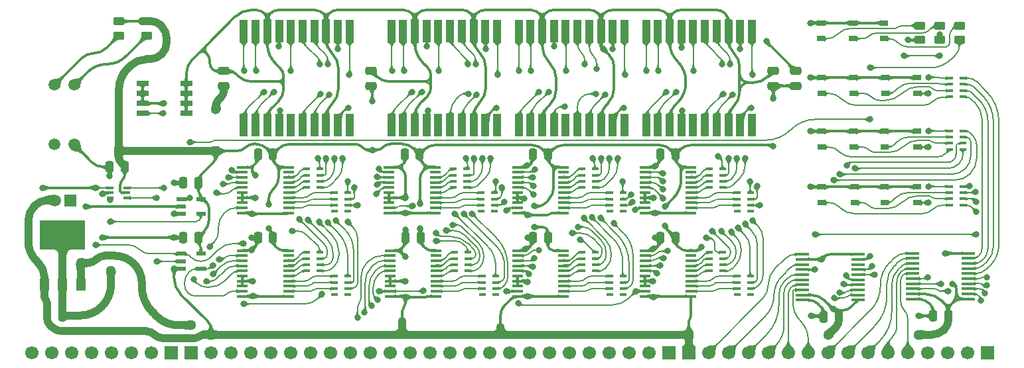
<source format=gtl>
%TF.GenerationSoftware,KiCad,Pcbnew,9.0.4*%
%TF.CreationDate,2025-10-01T13:24:53+02:00*%
%TF.ProjectId,W65C816 Debug Display,57363543-3831-4362-9044-656275672044,V2*%
%TF.SameCoordinates,Original*%
%TF.FileFunction,Copper,L1,Top*%
%TF.FilePolarity,Positive*%
%FSLAX46Y46*%
G04 Gerber Fmt 4.6, Leading zero omitted, Abs format (unit mm)*
G04 Created by KiCad (PCBNEW 9.0.4) date 2025-10-01 13:24:53*
%MOMM*%
%LPD*%
G01*
G04 APERTURE LIST*
G04 Aperture macros list*
%AMRoundRect*
0 Rectangle with rounded corners*
0 $1 Rounding radius*
0 $2 $3 $4 $5 $6 $7 $8 $9 X,Y pos of 4 corners*
0 Add a 4 corners polygon primitive as box body*
4,1,4,$2,$3,$4,$5,$6,$7,$8,$9,$2,$3,0*
0 Add four circle primitives for the rounded corners*
1,1,$1+$1,$2,$3*
1,1,$1+$1,$4,$5*
1,1,$1+$1,$6,$7*
1,1,$1+$1,$8,$9*
0 Add four rect primitives between the rounded corners*
20,1,$1+$1,$2,$3,$4,$5,0*
20,1,$1+$1,$4,$5,$6,$7,0*
20,1,$1+$1,$6,$7,$8,$9,0*
20,1,$1+$1,$8,$9,$2,$3,0*%
G04 Aperture macros list end*
%TA.AperFunction,SMDPad,CuDef*%
%ADD10RoundRect,0.250000X0.475000X-0.250000X0.475000X0.250000X-0.475000X0.250000X-0.475000X-0.250000X0*%
%TD*%
%TA.AperFunction,SMDPad,CuDef*%
%ADD11RoundRect,0.250000X0.450000X-0.262500X0.450000X0.262500X-0.450000X0.262500X-0.450000X-0.262500X0*%
%TD*%
%TA.AperFunction,SMDPad,CuDef*%
%ADD12R,1.000000X0.800000*%
%TD*%
%TA.AperFunction,SMDPad,CuDef*%
%ADD13RoundRect,0.250000X0.250000X0.475000X-0.250000X0.475000X-0.250000X-0.475000X0.250000X-0.475000X0*%
%TD*%
%TA.AperFunction,SMDPad,CuDef*%
%ADD14R,0.900000X0.450000*%
%TD*%
%TA.AperFunction,SMDPad,CuDef*%
%ADD15R,1.800000X0.450000*%
%TD*%
%TA.AperFunction,ComponentPad*%
%ADD16R,1.500000X1.500000*%
%TD*%
%TA.AperFunction,ComponentPad*%
%ADD17C,1.500000*%
%TD*%
%TA.AperFunction,SMDPad,CuDef*%
%ADD18R,1.000000X3.000000*%
%TD*%
%TA.AperFunction,SMDPad,CuDef*%
%ADD19R,1.475000X0.450000*%
%TD*%
%TA.AperFunction,SMDPad,CuDef*%
%ADD20R,0.875000X0.450000*%
%TD*%
%TA.AperFunction,SMDPad,CuDef*%
%ADD21RoundRect,0.250000X-0.250000X-0.475000X0.250000X-0.475000X0.250000X0.475000X-0.250000X0.475000X0*%
%TD*%
%TA.AperFunction,SMDPad,CuDef*%
%ADD22R,1.500000X0.700000*%
%TD*%
%TA.AperFunction,SMDPad,CuDef*%
%ADD23R,1.250000X0.600000*%
%TD*%
%TA.AperFunction,ComponentPad*%
%ADD24C,1.509000*%
%TD*%
%TA.AperFunction,SMDPad,CuDef*%
%ADD25R,1.200000X1.500000*%
%TD*%
%TA.AperFunction,SMDPad,CuDef*%
%ADD26R,5.842000X3.810000*%
%TD*%
%TA.AperFunction,ComponentPad*%
%ADD27R,1.700000X1.700000*%
%TD*%
%TA.AperFunction,ComponentPad*%
%ADD28C,1.700000*%
%TD*%
%TA.AperFunction,ViaPad*%
%ADD29C,0.800000*%
%TD*%
%TA.AperFunction,ViaPad*%
%ADD30C,1.300000*%
%TD*%
%TA.AperFunction,Conductor*%
%ADD31C,0.380000*%
%TD*%
%TA.AperFunction,Conductor*%
%ADD32C,1.000000*%
%TD*%
%TA.AperFunction,Conductor*%
%ADD33C,0.200000*%
%TD*%
G04 APERTURE END LIST*
D10*
%TO.P,C4,1*%
%TO.N,/5V*%
X42989500Y33800500D03*
%TO.P,C4,2*%
%TO.N,/Cathode*%
X42989500Y35700500D03*
%TD*%
D11*
%TO.P,R5,1*%
%TO.N,Net-(IC11-A4)*%
X115502000Y39679200D03*
%TO.P,R5,2*%
%TO.N,Net-(LED3-Pad2)*%
X115502000Y41504200D03*
%TD*%
D12*
%TO.P,LED5,1*%
%TO.N,GND*%
X104516500Y27988300D03*
%TO.P,LED5,2*%
%TO.N,Net-(LED5-Pad2)*%
X104516500Y25988300D03*
%TD*%
D13*
%TO.P,C7,1*%
%TO.N,/5V*%
X20936500Y21399500D03*
%TO.P,C7,2*%
%TO.N,GND*%
X19036500Y21399500D03*
%TD*%
D10*
%TO.P,C9,1*%
%TO.N,/5V*%
X97119500Y33800500D03*
%TO.P,C9,2*%
%TO.N,/Cathode*%
X97119500Y35700500D03*
%TD*%
D12*
%TO.P,LED10,1*%
%TO.N,GND*%
X108580500Y34846300D03*
%TO.P,LED10,2*%
%TO.N,Net-(LED10-Pad2)*%
X108580500Y32846300D03*
%TD*%
%TO.P,LED11,1*%
%TO.N,GND*%
X112644500Y34846300D03*
%TO.P,LED11,2*%
%TO.N,Net-(LED11-Pad2)*%
X112644500Y32846300D03*
%TD*%
D14*
%TO.P,RN14,1,R1*%
%TO.N,/High Address Display/Left \u03A9 Digit 0 D segment*%
X71542500Y10116300D03*
%TO.P,RN14,2,R2*%
%TO.N,/High Address Display/Left \u03A9 Digit 0 E segment*%
X71542500Y10916300D03*
%TO.P,RN14,3,R3*%
%TO.N,/High Address Display/Left \u03A9 Digit 0 F segment*%
X71542500Y11716300D03*
%TO.P,RN14,4,R4*%
%TO.N,/High Address Display/Left \u03A9 Digit 0 G segment*%
X71542500Y12516300D03*
%TO.P,RN14,5,R4*%
%TO.N,/High Address Display/Left Digit 0 G segment*%
X69842500Y12516300D03*
%TO.P,RN14,6,R3*%
%TO.N,/High Address Display/Left Digit 0 F segment*%
X69842500Y11716300D03*
%TO.P,RN14,7,R2*%
%TO.N,/High Address Display/Left Digit 0 E segment*%
X69842500Y10916300D03*
%TO.P,RN14,8,R1*%
%TO.N,/High Address Display/Left Digit 0 D segment*%
X69842500Y10116300D03*
%TD*%
%TO.P,RN16,1,R1*%
%TO.N,unconnected-(RN16-R1-Pad1)*%
X58842500Y7068300D03*
%TO.P,RN16,2,R2*%
%TO.N,/Bank Address Display/Left \u03A9 Digit 0 A segment*%
X58842500Y7868300D03*
%TO.P,RN16,3,R3*%
%TO.N,/Bank Address Display/Left \u03A9 Digit 0 B segment*%
X58842500Y8668300D03*
%TO.P,RN16,4,R4*%
%TO.N,/Bank Address Display/Left \u03A9 Digit 0 C segment*%
X58842500Y9468300D03*
%TO.P,RN16,5,R4*%
%TO.N,/Bank Address Display/Left Digit 0 C segment*%
X57142500Y9468300D03*
%TO.P,RN16,6,R3*%
%TO.N,/Bank Address Display/Left Digit 0 B segment*%
X57142500Y8668300D03*
%TO.P,RN16,7,R2*%
%TO.N,/Bank Address Display/Left Digit 0 A segment*%
X57142500Y7868300D03*
%TO.P,RN16,8,R1*%
%TO.N,unconnected-(RN16-R1-Pad8)*%
X57142500Y7068300D03*
%TD*%
D15*
%TO.P,IC11,1,DIR*%
%TO.N,GND*%
X105086500Y6409500D03*
%TO.P,IC11,2,A0*%
%TO.N,Net-(IC11-A0)*%
X105086500Y7059500D03*
%TO.P,IC11,3,A1*%
%TO.N,Net-(IC11-A1)*%
X105086500Y7709500D03*
%TO.P,IC11,4,A2*%
%TO.N,Net-(IC11-A2)*%
X105086500Y8359500D03*
%TO.P,IC11,5,A3*%
%TO.N,Net-(IC11-A3)*%
X105086500Y9009500D03*
%TO.P,IC11,6,A4*%
%TO.N,Net-(IC11-A4)*%
X105086500Y9659500D03*
%TO.P,IC11,7,A5*%
%TO.N,Net-(IC11-A5)*%
X105086500Y10309500D03*
%TO.P,IC11,8,A6*%
%TO.N,unconnected-(IC11-A6-Pad8)*%
X105086500Y10959500D03*
%TO.P,IC11,9,A7*%
%TO.N,/PHI2_{3}*%
X105086500Y11609500D03*
%TO.P,IC11,10,GND*%
%TO.N,GND*%
X105086500Y12259500D03*
%TO.P,IC11,11,B7*%
%TO.N,PHI2*%
X97986500Y12259500D03*
%TO.P,IC11,12,B6*%
%TO.N,GND*%
X97986500Y11609500D03*
%TO.P,IC11,13,B5*%
%TO.N,BE*%
X97986500Y10959500D03*
%TO.P,IC11,14,B4*%
%TO.N,X*%
X97986500Y10309500D03*
%TO.P,IC11,15,B3*%
%TO.N,R~{W}*%
X97986500Y9659500D03*
%TO.P,IC11,16,B2*%
%TO.N,E*%
X97986500Y9009500D03*
%TO.P,IC11,17,B1*%
%TO.N,M*%
X97986500Y8359500D03*
%TO.P,IC11,18,B0*%
%TO.N,VDA*%
X97986500Y7709500D03*
%TO.P,IC11,19,~{OE}*%
%TO.N,GND*%
X97986500Y7059500D03*
%TO.P,IC11,20,5V*%
%TO.N,/5V*%
X97986500Y6409500D03*
%TD*%
D14*
%TO.P,RN17,1,R1*%
%TO.N,unconnected-(RN17-R1-Pad1)*%
X58715500Y17736300D03*
%TO.P,RN17,2,R2*%
%TO.N,/Bank Address Display/Right \u03A9 Digit 0 A segment*%
X58715500Y18536300D03*
%TO.P,RN17,3,R3*%
%TO.N,/Bank Address Display/Right \u03A9 Digit 0 B segment*%
X58715500Y19336300D03*
%TO.P,RN17,4,R4*%
%TO.N,/Bank Address Display/Right \u03A9 Digit 0 C segment*%
X58715500Y20136300D03*
%TO.P,RN17,5,R4*%
%TO.N,/Bank Address Display/Right Digit 0 C segment*%
X57015500Y20136300D03*
%TO.P,RN17,6,R3*%
%TO.N,/Bank Address Display/Right Digit 0 B segment*%
X57015500Y19336300D03*
%TO.P,RN17,7,R2*%
%TO.N,/Bank Address Display/Right Digit 0 A segment*%
X57015500Y18536300D03*
%TO.P,RN17,8,R1*%
%TO.N,unconnected-(RN17-R1-Pad8)*%
X57015500Y17736300D03*
%TD*%
D16*
%TO.P,C1,1*%
%TO.N,12V*%
X4619500Y19164500D03*
D17*
%TO.P,C1,2*%
%TO.N,GND*%
X2619500Y19164500D03*
%TD*%
D12*
%TO.P,LED9,1*%
%TO.N,GND*%
X104516500Y34846300D03*
%TO.P,LED9,2*%
%TO.N,Net-(LED9-Pad2)*%
X104516500Y32846300D03*
%TD*%
D18*
%TO.P,DS1,1,E-Seg_{(Left)}*%
%TO.N,/Data Display/Left \u03A9 Digit 0 E segment*%
X26733500Y28799500D03*
%TO.P,DS1,2,D-Seg_{(Left)}*%
%TO.N,/Data Display/Left \u03A9 Digit 0 D segment*%
X28233500Y28799500D03*
%TO.P,DS1,3,Cathode_{(Left)}*%
%TO.N,/Cathode*%
X29733500Y28799500D03*
%TO.P,DS1,4,C-Seg_{(Left)}*%
%TO.N,/Data Display/Left \u03A9 Digit 0 C segment*%
X31233500Y28799500D03*
%TO.P,DS1,5,Dot_{(Left)}*%
%TO.N,unconnected-(DS1-Dot_{(Left)}-Pad5)*%
X32733500Y28799500D03*
%TO.P,DS1,6,E-Seg_{(Right)}*%
%TO.N,/Data Display/Right \u03A9 Digit 0 E segment*%
X34233500Y28799500D03*
%TO.P,DS1,7,D-Seg_{(Right)}*%
%TO.N,/Data Display/Right \u03A9 Digit 0 D segment*%
X35733500Y28799500D03*
%TO.P,DS1,8,Cathode_{(Right)}*%
%TO.N,/Cathode*%
X37233500Y28799500D03*
%TO.P,DS1,9,C-Seg_{(Right)}*%
%TO.N,/Data Display/Right \u03A9 Digit 0 C segment*%
X38733500Y28799500D03*
%TO.P,DS1,10,Dot_{(Right)}*%
%TO.N,unconnected-(DS1-Dot_{(Right)}-Pad10)*%
X40233500Y28799500D03*
%TO.P,DS1,11,B-Seg_{(Right)}*%
%TO.N,/Data Display/Right \u03A9 Digit 0 B segment*%
X40233500Y40799500D03*
%TO.P,DS1,12,A-Seg_{(Right)}*%
%TO.N,/Data Display/Right \u03A9 Digit 0 A segment*%
X38733500Y40799500D03*
%TO.P,DS1,13,Cathode_{(Right)}*%
%TO.N,/Cathode*%
X37233500Y40799500D03*
%TO.P,DS1,14,F-Seg_{(Right)}*%
%TO.N,/Data Display/Right \u03A9 Digit 0 F segment*%
X35733500Y40799500D03*
%TO.P,DS1,15,G-Seg_{(Right)}*%
%TO.N,/Data Display/Right \u03A9 Digit 0 G segment*%
X34233500Y40799500D03*
%TO.P,DS1,16,B-Seg_{(Left)}*%
%TO.N,/Data Display/Left \u03A9 Digit 0 B segment*%
X32733500Y40799500D03*
%TO.P,DS1,17,A-Seg_{(Left)}*%
%TO.N,/Data Display/Left \u03A9 Digit 0 A segment*%
X31233500Y40799500D03*
%TO.P,DS1,18,Cathode_{(Left)}*%
%TO.N,/Cathode*%
X29733500Y40799500D03*
%TO.P,DS1,19,F-Seg_{(Left)}*%
%TO.N,/Data Display/Left \u03A9 Digit 0 F segment*%
X28233500Y40799500D03*
%TO.P,DS1,20,G-Seg_{(Left)}*%
%TO.N,/Data Display/Left \u03A9 Digit 0 G segment*%
X26733500Y40799500D03*
%TD*%
D19*
%TO.P,IC8,1,CLK/IN*%
%TO.N,GND*%
X45275500Y23404500D03*
%TO.P,IC8,2,IN1*%
%TO.N,Addr16*%
X45275500Y22754500D03*
%TO.P,IC8,3,IN2*%
%TO.N,Addr17*%
X45275500Y22104500D03*
%TO.P,IC8,4,IN3/PD*%
%TO.N,Addr18*%
X45275500Y21454500D03*
%TO.P,IC8,5,IN4*%
%TO.N,Addr19*%
X45275500Y20804500D03*
%TO.P,IC8,6,IN5*%
%TO.N,GND*%
X45275500Y20154500D03*
%TO.P,IC8,7,IN6*%
X45275500Y19504500D03*
%TO.P,IC8,8,IN7*%
X45275500Y18854500D03*
%TO.P,IC8,9,IN8*%
%TO.N,/~{LED Enable}*%
X45275500Y18204500D03*
%TO.P,IC8,10,GND*%
%TO.N,GND*%
X45275500Y17554500D03*
%TO.P,IC8,11,IN9/~{OE}*%
X51151500Y17554500D03*
%TO.P,IC8,12,I/O0*%
%TO.N,/Bank Address Display/Right Digit 0 A segment*%
X51151500Y18204500D03*
%TO.P,IC8,13,I/O1*%
%TO.N,/Bank Address Display/Right Digit 0 B segment*%
X51151500Y18854500D03*
%TO.P,IC8,14,I/O2*%
%TO.N,/Bank Address Display/Right Digit 0 C segment*%
X51151500Y19504500D03*
%TO.P,IC8,15,I/O3*%
%TO.N,/Bank Address Display/Right Digit 0 D segment*%
X51151500Y20154500D03*
%TO.P,IC8,16,I/O4*%
%TO.N,/Bank Address Display/Right Digit 0 E segment*%
X51151500Y20804500D03*
%TO.P,IC8,17,I/O5*%
%TO.N,/Bank Address Display/Right Digit 0 F segment*%
X51151500Y21454500D03*
%TO.P,IC8,18,I/O6*%
%TO.N,/Bank Address Display/Right Digit 0 G segment*%
X51151500Y22104500D03*
%TO.P,IC8,19,I/O7*%
%TO.N,unconnected-(IC8-I{slash}O7-Pad19)*%
X51151500Y22754500D03*
%TO.P,IC8,20,5V*%
%TO.N,/5V*%
X51151500Y23404500D03*
%TD*%
D20*
%TO.P,IC12,1,1A*%
%TO.N,/~{LED Enable}*%
X9715500Y20764500D03*
%TO.P,IC12,2,GND*%
%TO.N,GND*%
X9715500Y20114500D03*
%TO.P,IC12,3,2A*%
%TO.N,/~{Always Show Data}+PHI2*%
X9715500Y19464500D03*
%TO.P,IC12,4,2Y*%
%TO.N,/A\u00B7P*%
X11839500Y19464500D03*
%TO.P,IC12,5,3V*%
%TO.N,/5V*%
X11839500Y20114500D03*
%TO.P,IC12,6,1Y*%
%TO.N,/LED Enable*%
X11839500Y20764500D03*
%TD*%
D14*
%TO.P,RN13,1,R1*%
%TO.N,unconnected-(RN13-R1-Pad1)*%
X75098500Y17736300D03*
%TO.P,RN13,2,R2*%
%TO.N,/High Address Display/Right \u03A9 Digit 0 A segment*%
X75098500Y18536300D03*
%TO.P,RN13,3,R3*%
%TO.N,/High Address Display/Right \u03A9 Digit 0 B segment*%
X75098500Y19336300D03*
%TO.P,RN13,4,R4*%
%TO.N,/High Address Display/Right \u03A9 Digit 0 C segment*%
X75098500Y20136300D03*
%TO.P,RN13,5,R4*%
%TO.N,/High Address Display/Right Digit 0 C segment*%
X73398500Y20136300D03*
%TO.P,RN13,6,R3*%
%TO.N,/High Address Display/Right Digit 0 B segment*%
X73398500Y19336300D03*
%TO.P,RN13,7,R2*%
%TO.N,/High Address Display/Right Digit 0 A segment*%
X73398500Y18536300D03*
%TO.P,RN13,8,R1*%
%TO.N,unconnected-(RN13-R1-Pad8)*%
X73398500Y17736300D03*
%TD*%
D12*
%TO.P,LED13,1*%
%TO.N,GND*%
X104643500Y20876300D03*
%TO.P,LED13,2*%
%TO.N,Net-(LED13-Pad2)*%
X104643500Y18876300D03*
%TD*%
D14*
%TO.P,RN2,1,R1*%
%TO.N,Net-(IC10-A7)*%
X118476500Y32391500D03*
%TO.P,RN2,2,R2*%
%TO.N,Net-(IC10-A6)*%
X118476500Y33191500D03*
%TO.P,RN2,3,R3*%
%TO.N,Net-(IC10-A5)*%
X118476500Y33991500D03*
%TO.P,RN2,4,R4*%
%TO.N,Net-(IC10-A4)*%
X118476500Y34791500D03*
%TO.P,RN2,5,R4*%
%TO.N,Net-(LED11-Pad2)*%
X116776500Y34791500D03*
%TO.P,RN2,6,R3*%
%TO.N,Net-(LED10-Pad2)*%
X116776500Y33991500D03*
%TO.P,RN2,7,R2*%
%TO.N,Net-(LED9-Pad2)*%
X116776500Y33191500D03*
%TO.P,RN2,8,R1*%
%TO.N,Net-(LED8-Pad2)*%
X116776500Y32391500D03*
%TD*%
D13*
%TO.P,C19,1*%
%TO.N,/5V*%
X65530500Y14383500D03*
%TO.P,C19,2*%
%TO.N,GND*%
X63630500Y14383500D03*
%TD*%
D12*
%TO.P,LED3,1*%
%TO.N,GND*%
X104453000Y41846500D03*
%TO.P,LED3,2*%
%TO.N,Net-(LED3-Pad2)*%
X104453000Y39846500D03*
%TD*%
%TO.P,LED2,1*%
%TO.N,GND*%
X100389000Y41846500D03*
%TO.P,LED2,2*%
%TO.N,Net-(LED2-Pad2)*%
X100389000Y39846500D03*
%TD*%
D19*
%TO.P,IC6,1,CLK/IN*%
%TO.N,GND*%
X77914500Y23404500D03*
%TO.P,IC6,2,IN1*%
%TO.N,Addr0*%
X77914500Y22754500D03*
%TO.P,IC6,3,IN2*%
%TO.N,Addr1*%
X77914500Y22104500D03*
%TO.P,IC6,4,IN3/PD*%
%TO.N,Addr2*%
X77914500Y21454500D03*
%TO.P,IC6,5,IN4*%
%TO.N,Addr3*%
X77914500Y20804500D03*
%TO.P,IC6,6,IN5*%
%TO.N,GND*%
X77914500Y20154500D03*
%TO.P,IC6,7,IN6*%
X77914500Y19504500D03*
%TO.P,IC6,8,IN7*%
X77914500Y18854500D03*
%TO.P,IC6,9,IN8*%
%TO.N,/~{LED Enable}*%
X77914500Y18204500D03*
%TO.P,IC6,10,GND*%
%TO.N,GND*%
X77914500Y17554500D03*
%TO.P,IC6,11,IN9/~{OE}*%
X83790500Y17554500D03*
%TO.P,IC6,12,I/O0*%
%TO.N,/Low Address Display/Right Digit 0 A segment*%
X83790500Y18204500D03*
%TO.P,IC6,13,I/O1*%
%TO.N,/Low Address Display/Right Digit 0 B segment*%
X83790500Y18854500D03*
%TO.P,IC6,14,I/O2*%
%TO.N,/Low Address Display/Right Digit 0 C segment*%
X83790500Y19504500D03*
%TO.P,IC6,15,I/O3*%
%TO.N,/Low Address Display/Right Digit 0 D segment*%
X83790500Y20154500D03*
%TO.P,IC6,16,I/O4*%
%TO.N,/Low Address Display/Right Digit 0 E segment*%
X83790500Y20804500D03*
%TO.P,IC6,17,I/O5*%
%TO.N,/Low Address Display/Right Digit 0 F segment*%
X83790500Y21454500D03*
%TO.P,IC6,18,I/O6*%
%TO.N,/Low Address Display/Right Digit 0 G segment*%
X83790500Y22104500D03*
%TO.P,IC6,19,I/O7*%
%TO.N,unconnected-(IC6-I{slash}O7-Pad19)*%
X83790500Y22754500D03*
%TO.P,IC6,20,5V*%
%TO.N,/5V*%
X83790500Y23404500D03*
%TD*%
D12*
%TO.P,LED4,1*%
%TO.N,GND*%
X100452500Y27988300D03*
%TO.P,LED4,2*%
%TO.N,Net-(LED4-Pad2)*%
X100452500Y25988300D03*
%TD*%
D21*
%TO.P,C3,1*%
%TO.N,GND*%
X1653500Y4432500D03*
%TO.P,C3,2*%
%TO.N,/5V*%
X3553500Y4432500D03*
%TD*%
D12*
%TO.P,LED6,1*%
%TO.N,GND*%
X108453500Y27988300D03*
%TO.P,LED6,2*%
%TO.N,Net-(LED6-Pad2)*%
X108453500Y25988300D03*
%TD*%
D22*
%TO.P,IC3,1,Source*%
%TO.N,GND*%
X13826500Y34099500D03*
%TO.P,IC3,2,Source*%
X13826500Y32829500D03*
%TO.P,IC3,3,Source*%
X13826500Y31559500D03*
%TO.P,IC3,4,IN*%
%TO.N,/LED Enable*%
X13826500Y30289500D03*
%TO.P,IC3,5,Drain*%
%TO.N,/Cathode*%
X19376500Y30289500D03*
%TO.P,IC3,6,Drain*%
X19376500Y31559500D03*
%TO.P,IC3,7,Drain*%
X19376500Y32829500D03*
%TO.P,IC3,8,Drain*%
X19376500Y34099500D03*
%TD*%
D12*
%TO.P,LED12,1*%
%TO.N,GND*%
X100452500Y20876300D03*
%TO.P,LED12,2*%
%TO.N,Net-(LED12-Pad2)*%
X100452500Y18876300D03*
%TD*%
D14*
%TO.P,RN7,1,R1*%
%TO.N,/Data Display/Right \u03A9 Digit 0 D segment*%
X36432500Y20784300D03*
%TO.P,RN7,2,R2*%
%TO.N,/Data Display/Right \u03A9 Digit 0 E segment*%
X36432500Y21584300D03*
%TO.P,RN7,3,R3*%
%TO.N,/Data Display/Right \u03A9 Digit 0 F segment*%
X36432500Y22384300D03*
%TO.P,RN7,4,R4*%
%TO.N,/Data Display/Right \u03A9 Digit 0 G segment*%
X36432500Y23184300D03*
%TO.P,RN7,5,R4*%
%TO.N,/Data Display/Right Digit 0 G segment*%
X34732500Y23184300D03*
%TO.P,RN7,6,R3*%
%TO.N,/Data Display/Right Digit 0 F segment*%
X34732500Y22384300D03*
%TO.P,RN7,7,R2*%
%TO.N,/Data Display/Right Digit 0 E segment*%
X34732500Y21584300D03*
%TO.P,RN7,8,R1*%
%TO.N,/Data Display/Right Digit 0 D segment*%
X34732500Y20784300D03*
%TD*%
D11*
%TO.P,R3,1*%
%TO.N,/PHI2_{3}*%
X118032000Y39679200D03*
%TO.P,R3,2*%
%TO.N,Net-(LED1-Pad2)*%
X118032000Y41504200D03*
%TD*%
D23*
%TO.P,IC9,1,B*%
%TO.N,/PHI2_{3}*%
X18752500Y19301500D03*
%TO.P,IC9,2,A*%
%TO.N,/~{Always Show Data}*%
X18752500Y18351500D03*
%TO.P,IC9,3,GND*%
%TO.N,GND*%
X18752500Y17401500D03*
%TO.P,IC9,4,Y*%
%TO.N,/~{Always Show Data}+PHI2*%
X21252500Y17401500D03*
%TO.P,IC9,5,5V*%
%TO.N,/5V*%
X21252500Y19301500D03*
%TD*%
D18*
%TO.P,DS3,1,E-Seg_{(Left)}*%
%TO.N,/High Address Display/Left \u03A9 Digit 0 E segment*%
X61802500Y28799500D03*
%TO.P,DS3,2,D-Seg_{(Left)}*%
%TO.N,/High Address Display/Left \u03A9 Digit 0 D segment*%
X63302500Y28799500D03*
%TO.P,DS3,3,Cathode_{(Left)}*%
%TO.N,/Cathode*%
X64802500Y28799500D03*
%TO.P,DS3,4,C-Seg_{(Left)}*%
%TO.N,/High Address Display/Left \u03A9 Digit 0 C segment*%
X66302500Y28799500D03*
%TO.P,DS3,5,Dot_{(Left)}*%
%TO.N,unconnected-(DS3-Dot_{(Left)}-Pad5)*%
X67802500Y28799500D03*
%TO.P,DS3,6,E-Seg_{(Right)}*%
%TO.N,/High Address Display/Right \u03A9 Digit 0 E segment*%
X69302500Y28799500D03*
%TO.P,DS3,7,D-Seg_{(Right)}*%
%TO.N,/High Address Display/Right \u03A9 Digit 0 D segment*%
X70802500Y28799500D03*
%TO.P,DS3,8,Cathode_{(Right)}*%
%TO.N,/Cathode*%
X72302500Y28799500D03*
%TO.P,DS3,9,C-Seg_{(Right)}*%
%TO.N,/High Address Display/Right \u03A9 Digit 0 C segment*%
X73802500Y28799500D03*
%TO.P,DS3,10,Dot_{(Right)}*%
%TO.N,unconnected-(DS3-Dot_{(Right)}-Pad10)*%
X75302500Y28799500D03*
%TO.P,DS3,11,B-Seg_{(Right)}*%
%TO.N,/High Address Display/Right \u03A9 Digit 0 B segment*%
X75302500Y40799500D03*
%TO.P,DS3,12,A-Seg_{(Right)}*%
%TO.N,/High Address Display/Right \u03A9 Digit 0 A segment*%
X73802500Y40799500D03*
%TO.P,DS3,13,Cathode_{(Right)}*%
%TO.N,/Cathode*%
X72302500Y40799500D03*
%TO.P,DS3,14,F-Seg_{(Right)}*%
%TO.N,/High Address Display/Right \u03A9 Digit 0 F segment*%
X70802500Y40799500D03*
%TO.P,DS3,15,G-Seg_{(Right)}*%
%TO.N,/High Address Display/Right \u03A9 Digit 0 G segment*%
X69302500Y40799500D03*
%TO.P,DS3,16,B-Seg_{(Left)}*%
%TO.N,/High Address Display/Left \u03A9 Digit 0 B segment*%
X67802500Y40799500D03*
%TO.P,DS3,17,A-Seg_{(Left)}*%
%TO.N,/High Address Display/Left \u03A9 Digit 0 A segment*%
X66302500Y40799500D03*
%TO.P,DS3,18,Cathode_{(Left)}*%
%TO.N,/Cathode*%
X64802500Y40799500D03*
%TO.P,DS3,19,F-Seg_{(Left)}*%
%TO.N,/High Address Display/Left \u03A9 Digit 0 F segment*%
X63302500Y40799500D03*
%TO.P,DS3,20,G-Seg_{(Left)}*%
%TO.N,/High Address Display/Left \u03A9 Digit 0 G segment*%
X61802500Y40799500D03*
%TD*%
D14*
%TO.P,RN4,1,R1*%
%TO.N,unconnected-(RN4-R1-Pad1)*%
X39988500Y7068300D03*
%TO.P,RN4,2,R2*%
%TO.N,/Data Display/Left \u03A9 Digit 0 A segment*%
X39988500Y7868300D03*
%TO.P,RN4,3,R3*%
%TO.N,/Data Display/Left \u03A9 Digit 0 B segment*%
X39988500Y8668300D03*
%TO.P,RN4,4,R4*%
%TO.N,/Data Display/Left \u03A9 Digit 0 C segment*%
X39988500Y9468300D03*
%TO.P,RN4,5,R4*%
%TO.N,/Data Display/Left Digit 0 C segment*%
X38288500Y9468300D03*
%TO.P,RN4,6,R3*%
%TO.N,/Data Display/Left Digit 0 B segment*%
X38288500Y8668300D03*
%TO.P,RN4,7,R2*%
%TO.N,/Data Display/Left Digit 0 A segment*%
X38288500Y7868300D03*
%TO.P,RN4,8,R1*%
%TO.N,unconnected-(RN4-R1-Pad8)*%
X38288500Y7068300D03*
%TD*%
%TO.P,RN5,1,R1*%
%TO.N,unconnected-(RN5-R1-Pad1)*%
X39988500Y17736300D03*
%TO.P,RN5,2,R2*%
%TO.N,/Data Display/Right \u03A9 Digit 0 A segment*%
X39988500Y18536300D03*
%TO.P,RN5,3,R3*%
%TO.N,/Data Display/Right \u03A9 Digit 0 B segment*%
X39988500Y19336300D03*
%TO.P,RN5,4,R4*%
%TO.N,/Data Display/Right \u03A9 Digit 0 C segment*%
X39988500Y20136300D03*
%TO.P,RN5,5,R4*%
%TO.N,/Data Display/Right Digit 0 C segment*%
X38288500Y20136300D03*
%TO.P,RN5,6,R3*%
%TO.N,/Data Display/Right Digit 0 B segment*%
X38288500Y19336300D03*
%TO.P,RN5,7,R2*%
%TO.N,/Data Display/Right Digit 0 A segment*%
X38288500Y18536300D03*
%TO.P,RN5,8,R1*%
%TO.N,unconnected-(RN5-R1-Pad8)*%
X38288500Y17736300D03*
%TD*%
D11*
%TO.P,R6,1*%
%TO.N,/~{LED Enable}*%
X10785000Y40235500D03*
%TO.P,R6,2*%
%TO.N,/5V*%
X10785000Y42060500D03*
%TD*%
D24*
%TO.P,S2,1,COM_1*%
%TO.N,GND*%
X2540000Y26289000D03*
%TO.P,S2,2,COM_2*%
X5080000Y26289000D03*
%TO.P,S2,3,NO_2*%
%TO.N,/~{Always Show Data}*%
X5080000Y33909000D03*
%TO.P,S2,4,NO_1*%
%TO.N,/~{LED Enable}*%
X2540000Y33909000D03*
%TD*%
D13*
%TO.P,C18,1*%
%TO.N,/5V*%
X11538500Y23431500D03*
%TO.P,C18,2*%
%TO.N,GND*%
X9638500Y23431500D03*
%TD*%
D15*
%TO.P,IC10,1,DIR*%
%TO.N,GND*%
X119183500Y6536500D03*
%TO.P,IC10,2,A0*%
%TO.N,Net-(IC10-A0)*%
X119183500Y7186500D03*
%TO.P,IC10,3,A1*%
%TO.N,Net-(IC10-A1)*%
X119183500Y7836500D03*
%TO.P,IC10,4,A2*%
%TO.N,Net-(IC10-A2)*%
X119183500Y8486500D03*
%TO.P,IC10,5,A3*%
%TO.N,Net-(IC10-A3)*%
X119183500Y9136500D03*
%TO.P,IC10,6,A4*%
%TO.N,Net-(IC10-A4)*%
X119183500Y9786500D03*
%TO.P,IC10,7,A5*%
%TO.N,Net-(IC10-A5)*%
X119183500Y10436500D03*
%TO.P,IC10,8,A6*%
%TO.N,Net-(IC10-A6)*%
X119183500Y11086500D03*
%TO.P,IC10,9,A7*%
%TO.N,Net-(IC10-A7)*%
X119183500Y11736500D03*
%TO.P,IC10,10,GND*%
%TO.N,GND*%
X119183500Y12386500D03*
%TO.P,IC10,11,B7*%
%TO.N,~{RES}*%
X112083500Y12386500D03*
%TO.P,IC10,12,B6*%
%TO.N,~{VP}*%
X112083500Y11736500D03*
%TO.P,IC10,13,B5*%
%TO.N,RDY*%
X112083500Y11086500D03*
%TO.P,IC10,14,B4*%
%TO.N,~{ABORT}*%
X112083500Y10436500D03*
%TO.P,IC10,15,B3*%
%TO.N,~{IRQ}*%
X112083500Y9786500D03*
%TO.P,IC10,16,B2*%
%TO.N,~{ML}*%
X112083500Y9136500D03*
%TO.P,IC10,17,B1*%
%TO.N,~{NMI}*%
X112083500Y8486500D03*
%TO.P,IC10,18,B0*%
%TO.N,VPA*%
X112083500Y7836500D03*
%TO.P,IC10,19,~{OE}*%
%TO.N,GND*%
X112083500Y7186500D03*
%TO.P,IC10,20,5V*%
%TO.N,/5V*%
X112083500Y6536500D03*
%TD*%
D12*
%TO.P,LED1,1*%
%TO.N,GND*%
X108390000Y41846500D03*
%TO.P,LED1,2*%
%TO.N,Net-(LED1-Pad2)*%
X108390000Y39846500D03*
%TD*%
D14*
%TO.P,RN6,1,R1*%
%TO.N,/Data Display/Left \u03A9 Digit 0 D segment*%
X36432500Y10116300D03*
%TO.P,RN6,2,R2*%
%TO.N,/Data Display/Left \u03A9 Digit 0 E segment*%
X36432500Y10916300D03*
%TO.P,RN6,3,R3*%
%TO.N,/Data Display/Left \u03A9 Digit 0 F segment*%
X36432500Y11716300D03*
%TO.P,RN6,4,R4*%
%TO.N,/Data Display/Left \u03A9 Digit 0 G segment*%
X36432500Y12516300D03*
%TO.P,RN6,5,R4*%
%TO.N,/Data Display/Left Digit 0 G segment*%
X34732500Y12516300D03*
%TO.P,RN6,6,R3*%
%TO.N,/Data Display/Left Digit 0 F segment*%
X34732500Y11716300D03*
%TO.P,RN6,7,R2*%
%TO.N,/Data Display/Left Digit 0 E segment*%
X34732500Y10916300D03*
%TO.P,RN6,8,R1*%
%TO.N,/Data Display/Left Digit 0 D segment*%
X34732500Y10116300D03*
%TD*%
D11*
%TO.P,R1,1*%
%TO.N,/~{Always Show Data}*%
X14341000Y40235500D03*
%TO.P,R1,2*%
%TO.N,/5V*%
X14341000Y42060500D03*
%TD*%
D13*
%TO.P,C15,1*%
%TO.N,/5V*%
X81786500Y25051500D03*
%TO.P,C15,2*%
%TO.N,GND*%
X79886500Y25051500D03*
%TD*%
D14*
%TO.P,RN8,1,R1*%
%TO.N,unconnected-(RN8-R1-Pad1)*%
X91354500Y7068300D03*
%TO.P,RN8,2,R2*%
%TO.N,/Low Address Display/Left \u03A9 Digit 0 A segment*%
X91354500Y7868300D03*
%TO.P,RN8,3,R3*%
%TO.N,/Low Address Display/Left \u03A9 Digit 0 B segment*%
X91354500Y8668300D03*
%TO.P,RN8,4,R4*%
%TO.N,/Low Address Display/Left \u03A9 Digit 0 C segment*%
X91354500Y9468300D03*
%TO.P,RN8,5,R4*%
%TO.N,/Low Address Display/Left Digit 0 C segment*%
X89654500Y9468300D03*
%TO.P,RN8,6,R3*%
%TO.N,/Low Address Display/Left Digit 0 B segment*%
X89654500Y8668300D03*
%TO.P,RN8,7,R2*%
%TO.N,/Low Address Display/Left Digit 0 A segment*%
X89654500Y7868300D03*
%TO.P,RN8,8,R1*%
%TO.N,unconnected-(RN8-R1-Pad8)*%
X89654500Y7068300D03*
%TD*%
D13*
%TO.P,C23,1*%
%TO.N,/5V*%
X65530500Y25051500D03*
%TO.P,C23,2*%
%TO.N,GND*%
X63630500Y25051500D03*
%TD*%
D21*
%TO.P,C12,1*%
%TO.N,/5V*%
X114699500Y4381500D03*
%TO.P,C12,2*%
%TO.N,GND*%
X116599500Y4381500D03*
%TD*%
%TO.P,C13,1*%
%TO.N,/5V*%
X100729500Y4254500D03*
%TO.P,C13,2*%
%TO.N,GND*%
X102629500Y4254500D03*
%TD*%
D18*
%TO.P,DS4,1,E-Seg_{(Left)}*%
%TO.N,/Bank Address Display/Left \u03A9 Digit 0 E segment*%
X45546500Y28799500D03*
%TO.P,DS4,2,D-Seg_{(Left)}*%
%TO.N,/Bank Address Display/Left \u03A9 Digit 0 D segment*%
X47046500Y28799500D03*
%TO.P,DS4,3,Cathode_{(Left)}*%
%TO.N,/Cathode*%
X48546500Y28799500D03*
%TO.P,DS4,4,C-Seg_{(Left)}*%
%TO.N,/Bank Address Display/Left \u03A9 Digit 0 C segment*%
X50046500Y28799500D03*
%TO.P,DS4,5,Dot_{(Left)}*%
%TO.N,unconnected-(DS4-Dot_{(Left)}-Pad5)*%
X51546500Y28799500D03*
%TO.P,DS4,6,E-Seg_{(Right)}*%
%TO.N,/Bank Address Display/Right \u03A9 Digit 0 E segment*%
X53046500Y28799500D03*
%TO.P,DS4,7,D-Seg_{(Right)}*%
%TO.N,/Bank Address Display/Right \u03A9 Digit 0 D segment*%
X54546500Y28799500D03*
%TO.P,DS4,8,Cathode_{(Right)}*%
%TO.N,/Cathode*%
X56046500Y28799500D03*
%TO.P,DS4,9,C-Seg_{(Right)}*%
%TO.N,/Bank Address Display/Right \u03A9 Digit 0 C segment*%
X57546500Y28799500D03*
%TO.P,DS4,10,Dot_{(Right)}*%
%TO.N,unconnected-(DS4-Dot_{(Right)}-Pad10)*%
X59046500Y28799500D03*
%TO.P,DS4,11,B-Seg_{(Right)}*%
%TO.N,/Bank Address Display/Right \u03A9 Digit 0 B segment*%
X59046500Y40799500D03*
%TO.P,DS4,12,A-Seg_{(Right)}*%
%TO.N,/Bank Address Display/Right \u03A9 Digit 0 A segment*%
X57546500Y40799500D03*
%TO.P,DS4,13,Cathode_{(Right)}*%
%TO.N,/Cathode*%
X56046500Y40799500D03*
%TO.P,DS4,14,F-Seg_{(Right)}*%
%TO.N,/Bank Address Display/Right \u03A9 Digit 0 F segment*%
X54546500Y40799500D03*
%TO.P,DS4,15,G-Seg_{(Right)}*%
%TO.N,/Bank Address Display/Right \u03A9 Digit 0 G segment*%
X53046500Y40799500D03*
%TO.P,DS4,16,B-Seg_{(Left)}*%
%TO.N,/Bank Address Display/Left \u03A9 Digit 0 B segment*%
X51546500Y40799500D03*
%TO.P,DS4,17,A-Seg_{(Left)}*%
%TO.N,/Bank Address Display/Left \u03A9 Digit 0 A segment*%
X50046500Y40799500D03*
%TO.P,DS4,18,Cathode_{(Left)}*%
%TO.N,/Cathode*%
X48546500Y40799500D03*
%TO.P,DS4,19,F-Seg_{(Left)}*%
%TO.N,/Bank Address Display/Left \u03A9 Digit 0 F segment*%
X47046500Y40799500D03*
%TO.P,DS4,20,G-Seg_{(Left)}*%
%TO.N,/Bank Address Display/Left \u03A9 Digit 0 G segment*%
X45546500Y40799500D03*
%TD*%
D19*
%TO.P,IC15,1,CLK/IN*%
%TO.N,GND*%
X61658500Y12736500D03*
%TO.P,IC15,2,IN1*%
%TO.N,Addr12*%
X61658500Y12086500D03*
%TO.P,IC15,3,IN2*%
%TO.N,Addr13*%
X61658500Y11436500D03*
%TO.P,IC15,4,IN3/PD*%
%TO.N,Addr14*%
X61658500Y10786500D03*
%TO.P,IC15,5,IN4*%
%TO.N,Addr15*%
X61658500Y10136500D03*
%TO.P,IC15,6,IN5*%
%TO.N,GND*%
X61658500Y9486500D03*
%TO.P,IC15,7,IN6*%
X61658500Y8836500D03*
%TO.P,IC15,8,IN7*%
X61658500Y8186500D03*
%TO.P,IC15,9,IN8*%
%TO.N,/~{LED Enable}*%
X61658500Y7536500D03*
%TO.P,IC15,10,GND*%
%TO.N,GND*%
X61658500Y6886500D03*
%TO.P,IC15,11,IN9/~{OE}*%
X67534500Y6886500D03*
%TO.P,IC15,12,I/O0*%
%TO.N,/High Address Display/Left Digit 0 A segment*%
X67534500Y7536500D03*
%TO.P,IC15,13,I/O1*%
%TO.N,/High Address Display/Left Digit 0 B segment*%
X67534500Y8186500D03*
%TO.P,IC15,14,I/O2*%
%TO.N,/High Address Display/Left Digit 0 C segment*%
X67534500Y8836500D03*
%TO.P,IC15,15,I/O3*%
%TO.N,/High Address Display/Left Digit 0 D segment*%
X67534500Y9486500D03*
%TO.P,IC15,16,I/O4*%
%TO.N,/High Address Display/Left Digit 0 E segment*%
X67534500Y10136500D03*
%TO.P,IC15,17,I/O5*%
%TO.N,/High Address Display/Left Digit 0 F segment*%
X67534500Y10786500D03*
%TO.P,IC15,18,I/O6*%
%TO.N,/High Address Display/Left Digit 0 G segment*%
X67534500Y11436500D03*
%TO.P,IC15,19,I/O7*%
%TO.N,unconnected-(IC15-I{slash}O7-Pad19)*%
X67534500Y12086500D03*
%TO.P,IC15,20,5V*%
%TO.N,/5V*%
X67534500Y12736500D03*
%TD*%
%TO.P,IC7,1,CLK/IN*%
%TO.N,GND*%
X61658500Y23404500D03*
%TO.P,IC7,2,IN1*%
%TO.N,Addr8*%
X61658500Y22754500D03*
%TO.P,IC7,3,IN2*%
%TO.N,Addr9*%
X61658500Y22104500D03*
%TO.P,IC7,4,IN3/PD*%
%TO.N,Addr10*%
X61658500Y21454500D03*
%TO.P,IC7,5,IN4*%
%TO.N,Addr11*%
X61658500Y20804500D03*
%TO.P,IC7,6,IN5*%
%TO.N,GND*%
X61658500Y20154500D03*
%TO.P,IC7,7,IN6*%
X61658500Y19504500D03*
%TO.P,IC7,8,IN7*%
X61658500Y18854500D03*
%TO.P,IC7,9,IN8*%
%TO.N,/~{LED Enable}*%
X61658500Y18204500D03*
%TO.P,IC7,10,GND*%
%TO.N,GND*%
X61658500Y17554500D03*
%TO.P,IC7,11,IN9/~{OE}*%
X67534500Y17554500D03*
%TO.P,IC7,12,I/O0*%
%TO.N,/High Address Display/Right Digit 0 A segment*%
X67534500Y18204500D03*
%TO.P,IC7,13,I/O1*%
%TO.N,/High Address Display/Right Digit 0 B segment*%
X67534500Y18854500D03*
%TO.P,IC7,14,I/O2*%
%TO.N,/High Address Display/Right Digit 0 C segment*%
X67534500Y19504500D03*
%TO.P,IC7,15,I/O3*%
%TO.N,/High Address Display/Right Digit 0 D segment*%
X67534500Y20154500D03*
%TO.P,IC7,16,I/O4*%
%TO.N,/High Address Display/Right Digit 0 E segment*%
X67534500Y20804500D03*
%TO.P,IC7,17,I/O5*%
%TO.N,/High Address Display/Right Digit 0 F segment*%
X67534500Y21454500D03*
%TO.P,IC7,18,I/O6*%
%TO.N,/High Address Display/Right Digit 0 G segment*%
X67534500Y22104500D03*
%TO.P,IC7,19,I/O7*%
%TO.N,unconnected-(IC7-I{slash}O7-Pad19)*%
X67534500Y22754500D03*
%TO.P,IC7,20,5V*%
%TO.N,/5V*%
X67534500Y23404500D03*
%TD*%
D14*
%TO.P,RN9,1,R1*%
%TO.N,unconnected-(RN9-R1-Pad1)*%
X91354500Y17736300D03*
%TO.P,RN9,2,R2*%
%TO.N,/Low Address Display/Right \u03A9 Digit 0 A segment*%
X91354500Y18536300D03*
%TO.P,RN9,3,R3*%
%TO.N,/Low Address Display/Right \u03A9 Digit 0 B segment*%
X91354500Y19336300D03*
%TO.P,RN9,4,R4*%
%TO.N,/Low Address Display/Right \u03A9 Digit 0 C segment*%
X91354500Y20136300D03*
%TO.P,RN9,5,R4*%
%TO.N,/Low Address Display/Right Digit 0 C segment*%
X89654500Y20136300D03*
%TO.P,RN9,6,R3*%
%TO.N,/Low Address Display/Right Digit 0 B segment*%
X89654500Y19336300D03*
%TO.P,RN9,7,R2*%
%TO.N,/Low Address Display/Right Digit 0 A segment*%
X89654500Y18536300D03*
%TO.P,RN9,8,R1*%
%TO.N,unconnected-(RN9-R1-Pad8)*%
X89654500Y17736300D03*
%TD*%
%TO.P,RN18,1,R1*%
%TO.N,/Bank Address Display/Left \u03A9 Digit 0 D segment*%
X55286500Y10116300D03*
%TO.P,RN18,2,R2*%
%TO.N,/Bank Address Display/Left \u03A9 Digit 0 E segment*%
X55286500Y10916300D03*
%TO.P,RN18,3,R3*%
%TO.N,/Bank Address Display/Left \u03A9 Digit 0 F segment*%
X55286500Y11716300D03*
%TO.P,RN18,4,R4*%
%TO.N,/Bank Address Display/Left \u03A9 Digit 0 G segment*%
X55286500Y12516300D03*
%TO.P,RN18,5,R4*%
%TO.N,/Bank Address Display/Left Digit 0 G segment*%
X53586500Y12516300D03*
%TO.P,RN18,6,R3*%
%TO.N,/Bank Address Display/Left Digit 0 F segment*%
X53586500Y11716300D03*
%TO.P,RN18,7,R2*%
%TO.N,/Bank Address Display/Left Digit 0 E segment*%
X53586500Y10916300D03*
%TO.P,RN18,8,R1*%
%TO.N,/Bank Address Display/Left Digit 0 D segment*%
X53586500Y10116300D03*
%TD*%
D19*
%TO.P,IC5,1,CLK/IN*%
%TO.N,GND*%
X26548500Y23404500D03*
%TO.P,IC5,2,IN1*%
%TO.N,Data0*%
X26548500Y22754500D03*
%TO.P,IC5,3,IN2*%
%TO.N,Data1*%
X26548500Y22104500D03*
%TO.P,IC5,4,IN3/PD*%
%TO.N,Data2*%
X26548500Y21454500D03*
%TO.P,IC5,5,IN4*%
%TO.N,Data3*%
X26548500Y20804500D03*
%TO.P,IC5,6,IN5*%
%TO.N,GND*%
X26548500Y20154500D03*
%TO.P,IC5,7,IN6*%
X26548500Y19504500D03*
%TO.P,IC5,8,IN7*%
X26548500Y18854500D03*
%TO.P,IC5,9,IN8*%
%TO.N,/~{Data LED Enable}*%
X26548500Y18204500D03*
%TO.P,IC5,10,GND*%
%TO.N,GND*%
X26548500Y17554500D03*
%TO.P,IC5,11,IN9/~{OE}*%
X32424500Y17554500D03*
%TO.P,IC5,12,I/O0*%
%TO.N,/Data Display/Right Digit 0 A segment*%
X32424500Y18204500D03*
%TO.P,IC5,13,I/O1*%
%TO.N,/Data Display/Right Digit 0 B segment*%
X32424500Y18854500D03*
%TO.P,IC5,14,I/O2*%
%TO.N,/Data Display/Right Digit 0 C segment*%
X32424500Y19504500D03*
%TO.P,IC5,15,I/O3*%
%TO.N,/Data Display/Right Digit 0 D segment*%
X32424500Y20154500D03*
%TO.P,IC5,16,I/O4*%
%TO.N,/Data Display/Right Digit 0 E segment*%
X32424500Y20804500D03*
%TO.P,IC5,17,I/O5*%
%TO.N,/Data Display/Right Digit 0 F segment*%
X32424500Y21454500D03*
%TO.P,IC5,18,I/O6*%
%TO.N,/Data Display/Right Digit 0 G segment*%
X32424500Y22104500D03*
%TO.P,IC5,19,I/O7*%
%TO.N,unconnected-(IC5-I{slash}O7-Pad19)*%
X32424500Y22754500D03*
%TO.P,IC5,20,5V*%
%TO.N,/5V*%
X32424500Y23404500D03*
%TD*%
D12*
%TO.P,LED15,1*%
%TO.N,GND*%
X112644500Y20876300D03*
%TO.P,LED15,2*%
%TO.N,Net-(LED15-Pad2)*%
X112644500Y18876300D03*
%TD*%
D13*
%TO.P,C11,1*%
%TO.N,/5V*%
X49147500Y25051500D03*
%TO.P,C11,2*%
%TO.N,GND*%
X47247500Y25051500D03*
%TD*%
D25*
%TO.P,IC2,1,GND*%
%TO.N,GND*%
X1319500Y8344500D03*
%TO.P,IC2,2,5.0VOut*%
%TO.N,/5V*%
X3619500Y8344500D03*
%TO.P,IC2,3,15VIn*%
%TO.N,12V*%
X5919500Y8344500D03*
D26*
%TO.P,IC2,4,5.0VOut*%
%TO.N,/5V*%
X3619500Y14719500D03*
%TD*%
D12*
%TO.P,LED7,1*%
%TO.N,GND*%
X112644500Y27988300D03*
%TO.P,LED7,2*%
%TO.N,Net-(LED7-Pad2)*%
X112644500Y25988300D03*
%TD*%
%TO.P,LED8,1*%
%TO.N,GND*%
X100452500Y34846300D03*
%TO.P,LED8,2*%
%TO.N,Net-(LED8-Pad2)*%
X100452500Y32846300D03*
%TD*%
D11*
%TO.P,R4,1*%
%TO.N,Net-(IC11-A5)*%
X112952000Y39679200D03*
%TO.P,R4,2*%
%TO.N,Net-(LED2-Pad2)*%
X112952000Y41504200D03*
%TD*%
D14*
%TO.P,RN1,1,R1*%
%TO.N,Net-(IC11-A3)*%
X118476500Y25660500D03*
%TO.P,RN1,2,R2*%
%TO.N,Net-(IC11-A2)*%
X118476500Y26460500D03*
%TO.P,RN1,3,R3*%
%TO.N,Net-(IC11-A1)*%
X118476500Y27260500D03*
%TO.P,RN1,4,R4*%
%TO.N,Net-(IC11-A0)*%
X118476500Y28060500D03*
%TO.P,RN1,5,R4*%
%TO.N,Net-(LED7-Pad2)*%
X116776500Y28060500D03*
%TO.P,RN1,6,R3*%
%TO.N,Net-(LED6-Pad2)*%
X116776500Y27260500D03*
%TO.P,RN1,7,R2*%
%TO.N,Net-(LED5-Pad2)*%
X116776500Y26460500D03*
%TO.P,RN1,8,R1*%
%TO.N,Net-(LED4-Pad2)*%
X116776500Y25660500D03*
%TD*%
D19*
%TO.P,IC14,1,CLK/IN*%
%TO.N,GND*%
X77914500Y12736500D03*
%TO.P,IC14,2,IN1*%
%TO.N,Addr4*%
X77914500Y12086500D03*
%TO.P,IC14,3,IN2*%
%TO.N,Addr5*%
X77914500Y11436500D03*
%TO.P,IC14,4,IN3/PD*%
%TO.N,Addr6*%
X77914500Y10786500D03*
%TO.P,IC14,5,IN4*%
%TO.N,Addr7*%
X77914500Y10136500D03*
%TO.P,IC14,6,IN5*%
%TO.N,GND*%
X77914500Y9486500D03*
%TO.P,IC14,7,IN6*%
X77914500Y8836500D03*
%TO.P,IC14,8,IN7*%
X77914500Y8186500D03*
%TO.P,IC14,9,IN8*%
%TO.N,/~{LED Enable}*%
X77914500Y7536500D03*
%TO.P,IC14,10,GND*%
%TO.N,GND*%
X77914500Y6886500D03*
%TO.P,IC14,11,IN9/~{OE}*%
X83790500Y6886500D03*
%TO.P,IC14,12,I/O0*%
%TO.N,/Low Address Display/Left Digit 0 A segment*%
X83790500Y7536500D03*
%TO.P,IC14,13,I/O1*%
%TO.N,/Low Address Display/Left Digit 0 B segment*%
X83790500Y8186500D03*
%TO.P,IC14,14,I/O2*%
%TO.N,/Low Address Display/Left Digit 0 C segment*%
X83790500Y8836500D03*
%TO.P,IC14,15,I/O3*%
%TO.N,/Low Address Display/Left Digit 0 D segment*%
X83790500Y9486500D03*
%TO.P,IC14,16,I/O4*%
%TO.N,/Low Address Display/Left Digit 0 E segment*%
X83790500Y10136500D03*
%TO.P,IC14,17,I/O5*%
%TO.N,/Low Address Display/Left Digit 0 F segment*%
X83790500Y10786500D03*
%TO.P,IC14,18,I/O6*%
%TO.N,/Low Address Display/Left Digit 0 G segment*%
X83790500Y11436500D03*
%TO.P,IC14,19,I/O7*%
%TO.N,unconnected-(IC14-I{slash}O7-Pad19)*%
X83790500Y12086500D03*
%TO.P,IC14,20,5V*%
%TO.N,/5V*%
X83790500Y12736500D03*
%TD*%
%TO.P,IC16,1,CLK/IN*%
%TO.N,GND*%
X45402500Y12736500D03*
%TO.P,IC16,2,IN1*%
%TO.N,Addr20*%
X45402500Y12086500D03*
%TO.P,IC16,3,IN2*%
%TO.N,Addr21*%
X45402500Y11436500D03*
%TO.P,IC16,4,IN3/PD*%
%TO.N,Addr22*%
X45402500Y10786500D03*
%TO.P,IC16,5,IN4*%
%TO.N,Addr23*%
X45402500Y10136500D03*
%TO.P,IC16,6,IN5*%
%TO.N,GND*%
X45402500Y9486500D03*
%TO.P,IC16,7,IN6*%
X45402500Y8836500D03*
%TO.P,IC16,8,IN7*%
X45402500Y8186500D03*
%TO.P,IC16,9,IN8*%
%TO.N,/~{LED Enable}*%
X45402500Y7536500D03*
%TO.P,IC16,10,GND*%
%TO.N,GND*%
X45402500Y6886500D03*
%TO.P,IC16,11,IN9/~{OE}*%
X51278500Y6886500D03*
%TO.P,IC16,12,I/O0*%
%TO.N,/Bank Address Display/Left Digit 0 A segment*%
X51278500Y7536500D03*
%TO.P,IC16,13,I/O1*%
%TO.N,/Bank Address Display/Left Digit 0 B segment*%
X51278500Y8186500D03*
%TO.P,IC16,14,I/O2*%
%TO.N,/Bank Address Display/Left Digit 0 C segment*%
X51278500Y8836500D03*
%TO.P,IC16,15,I/O3*%
%TO.N,/Bank Address Display/Left Digit 0 D segment*%
X51278500Y9486500D03*
%TO.P,IC16,16,I/O4*%
%TO.N,/Bank Address Display/Left Digit 0 E segment*%
X51278500Y10136500D03*
%TO.P,IC16,17,I/O5*%
%TO.N,/Bank Address Display/Left Digit 0 F segment*%
X51278500Y10786500D03*
%TO.P,IC16,18,I/O6*%
%TO.N,/Bank Address Display/Left Digit 0 G segment*%
X51278500Y11436500D03*
%TO.P,IC16,19,I/O7*%
%TO.N,unconnected-(IC16-I{slash}O7-Pad19)*%
X51278500Y12086500D03*
%TO.P,IC16,20,5V*%
%TO.N,/5V*%
X51278500Y12736500D03*
%TD*%
D10*
%TO.P,C5,1*%
%TO.N,/5V*%
X24193500Y33800500D03*
%TO.P,C5,2*%
%TO.N,/Cathode*%
X24193500Y35700500D03*
%TD*%
D14*
%TO.P,RN11,1,R1*%
%TO.N,/Low Address Display/Right \u03A9 Digit 0 D segment*%
X87798500Y20784300D03*
%TO.P,RN11,2,R2*%
%TO.N,/Low Address Display/Right \u03A9 Digit 0 E segment*%
X87798500Y21584300D03*
%TO.P,RN11,3,R3*%
%TO.N,/Low Address Display/Right \u03A9 Digit 0 F segment*%
X87798500Y22384300D03*
%TO.P,RN11,4,R4*%
%TO.N,/Low Address Display/Right \u03A9 Digit 0 G segment*%
X87798500Y23184300D03*
%TO.P,RN11,5,R4*%
%TO.N,/Low Address Display/Right Digit 0 G segment*%
X86098500Y23184300D03*
%TO.P,RN11,6,R3*%
%TO.N,/Low Address Display/Right Digit 0 F segment*%
X86098500Y22384300D03*
%TO.P,RN11,7,R2*%
%TO.N,/Low Address Display/Right Digit 0 E segment*%
X86098500Y21584300D03*
%TO.P,RN11,8,R1*%
%TO.N,/Low Address Display/Right Digit 0 D segment*%
X86098500Y20784300D03*
%TD*%
D23*
%TO.P,IC1,1,B*%
%TO.N,/~{LED Enable}*%
X18752500Y12316500D03*
%TO.P,IC1,2,A*%
%TO.N,/A\u00B7P*%
X18752500Y11366500D03*
%TO.P,IC1,3,GND*%
%TO.N,GND*%
X18752500Y10416500D03*
%TO.P,IC1,4,Y*%
%TO.N,/~{Data LED Enable}*%
X21252500Y10416500D03*
%TO.P,IC1,5,5V*%
%TO.N,/5V*%
X21252500Y12316500D03*
%TD*%
D12*
%TO.P,LED14,1*%
%TO.N,GND*%
X108453500Y20876300D03*
%TO.P,LED14,2*%
%TO.N,Net-(LED14-Pad2)*%
X108453500Y18876300D03*
%TD*%
D13*
%TO.P,C22,1*%
%TO.N,/5V*%
X49274500Y14383500D03*
%TO.P,C22,2*%
%TO.N,GND*%
X47374500Y14383500D03*
%TD*%
D10*
%TO.P,C8,1*%
%TO.N,/5V*%
X94297500Y33800500D03*
%TO.P,C8,2*%
%TO.N,/Cathode*%
X94297500Y35700500D03*
%TD*%
D13*
%TO.P,C2,1*%
%TO.N,/5V*%
X81786500Y14383500D03*
%TO.P,C2,2*%
%TO.N,GND*%
X79886500Y14383500D03*
%TD*%
%TO.P,C10,1*%
%TO.N,/5V*%
X30420500Y14383500D03*
%TO.P,C10,2*%
%TO.N,GND*%
X28520500Y14383500D03*
%TD*%
%TO.P,C14,1*%
%TO.N,/5V*%
X30420500Y25051500D03*
%TO.P,C14,2*%
%TO.N,GND*%
X28520500Y25051500D03*
%TD*%
D14*
%TO.P,RN12,1,R1*%
%TO.N,unconnected-(RN12-R1-Pad1)*%
X75098500Y7068300D03*
%TO.P,RN12,2,R2*%
%TO.N,/High Address Display/Left \u03A9 Digit 0 A segment*%
X75098500Y7868300D03*
%TO.P,RN12,3,R3*%
%TO.N,/High Address Display/Left \u03A9 Digit 0 B segment*%
X75098500Y8668300D03*
%TO.P,RN12,4,R4*%
%TO.N,/High Address Display/Left \u03A9 Digit 0 C segment*%
X75098500Y9468300D03*
%TO.P,RN12,5,R4*%
%TO.N,/High Address Display/Left Digit 0 C segment*%
X73398500Y9468300D03*
%TO.P,RN12,6,R3*%
%TO.N,/High Address Display/Left Digit 0 B segment*%
X73398500Y8668300D03*
%TO.P,RN12,7,R2*%
%TO.N,/High Address Display/Left Digit 0 A segment*%
X73398500Y7868300D03*
%TO.P,RN12,8,R1*%
%TO.N,unconnected-(RN12-R1-Pad8)*%
X73398500Y7068300D03*
%TD*%
D18*
%TO.P,DS2,1,E-Seg_{(Left)}*%
%TO.N,/Low Address Display/Left \u03A9 Digit 0 E segment*%
X78058500Y28799500D03*
%TO.P,DS2,2,D-Seg_{(Left)}*%
%TO.N,/Low Address Display/Left \u03A9 Digit 0 D segment*%
X79558500Y28799500D03*
%TO.P,DS2,3,Cathode_{(Left)}*%
%TO.N,/Cathode*%
X81058500Y28799500D03*
%TO.P,DS2,4,C-Seg_{(Left)}*%
%TO.N,/Low Address Display/Left \u03A9 Digit 0 C segment*%
X82558500Y28799500D03*
%TO.P,DS2,5,Dot_{(Left)}*%
%TO.N,unconnected-(DS2-Dot_{(Left)}-Pad5)*%
X84058500Y28799500D03*
%TO.P,DS2,6,E-Seg_{(Right)}*%
%TO.N,/Low Address Display/Right \u03A9 Digit 0 E segment*%
X85558500Y28799500D03*
%TO.P,DS2,7,D-Seg_{(Right)}*%
%TO.N,/Low Address Display/Right \u03A9 Digit 0 D segment*%
X87058500Y28799500D03*
%TO.P,DS2,8,Cathode_{(Right)}*%
%TO.N,/Cathode*%
X88558500Y28799500D03*
%TO.P,DS2,9,C-Seg_{(Right)}*%
%TO.N,/Low Address Display/Right \u03A9 Digit 0 C segment*%
X90058500Y28799500D03*
%TO.P,DS2,10,Dot_{(Right)}*%
%TO.N,unconnected-(DS2-Dot_{(Right)}-Pad10)*%
X91558500Y28799500D03*
%TO.P,DS2,11,B-Seg_{(Right)}*%
%TO.N,/Low Address Display/Right \u03A9 Digit 0 B segment*%
X91558500Y40799500D03*
%TO.P,DS2,12,A-Seg_{(Right)}*%
%TO.N,/Low Address Display/Right \u03A9 Digit 0 A segment*%
X90058500Y40799500D03*
%TO.P,DS2,13,Cathode_{(Right)}*%
%TO.N,/Cathode*%
X88558500Y40799500D03*
%TO.P,DS2,14,F-Seg_{(Right)}*%
%TO.N,/Low Address Display/Right \u03A9 Digit 0 F segment*%
X87058500Y40799500D03*
%TO.P,DS2,15,G-Seg_{(Right)}*%
%TO.N,/Low Address Display/Right \u03A9 Digit 0 G segment*%
X85558500Y40799500D03*
%TO.P,DS2,16,B-Seg_{(Left)}*%
%TO.N,/Low Address Display/Left \u03A9 Digit 0 B segment*%
X84058500Y40799500D03*
%TO.P,DS2,17,A-Seg_{(Left)}*%
%TO.N,/Low Address Display/Left \u03A9 Digit 0 A segment*%
X82558500Y40799500D03*
%TO.P,DS2,18,Cathode_{(Left)}*%
%TO.N,/Cathode*%
X81058500Y40799500D03*
%TO.P,DS2,19,F-Seg_{(Left)}*%
%TO.N,/Low Address Display/Left \u03A9 Digit 0 F segment*%
X79558500Y40799500D03*
%TO.P,DS2,20,G-Seg_{(Left)}*%
%TO.N,/Low Address Display/Left \u03A9 Digit 0 G segment*%
X78058500Y40799500D03*
%TD*%
D14*
%TO.P,RN15,1,R1*%
%TO.N,/High Address Display/Right \u03A9 Digit 0 D segment*%
X71542500Y20784300D03*
%TO.P,RN15,2,R2*%
%TO.N,/High Address Display/Right \u03A9 Digit 0 E segment*%
X71542500Y21584300D03*
%TO.P,RN15,3,R3*%
%TO.N,/High Address Display/Right \u03A9 Digit 0 F segment*%
X71542500Y22384300D03*
%TO.P,RN15,4,R4*%
%TO.N,/High Address Display/Right \u03A9 Digit 0 G segment*%
X71542500Y23184300D03*
%TO.P,RN15,5,R4*%
%TO.N,/High Address Display/Right Digit 0 G segment*%
X69842500Y23184300D03*
%TO.P,RN15,6,R3*%
%TO.N,/High Address Display/Right Digit 0 F segment*%
X69842500Y22384300D03*
%TO.P,RN15,7,R2*%
%TO.N,/High Address Display/Right Digit 0 E segment*%
X69842500Y21584300D03*
%TO.P,RN15,8,R1*%
%TO.N,/High Address Display/Right Digit 0 D segment*%
X69842500Y20784300D03*
%TD*%
D13*
%TO.P,C6,1*%
%TO.N,/5V*%
X20936500Y14414500D03*
%TO.P,C6,2*%
%TO.N,GND*%
X19036500Y14414500D03*
%TD*%
D19*
%TO.P,IC13,1,CLK/IN*%
%TO.N,GND*%
X26548500Y12736500D03*
%TO.P,IC13,2,IN1*%
%TO.N,Data4*%
X26548500Y12086500D03*
%TO.P,IC13,3,IN2*%
%TO.N,Data5*%
X26548500Y11436500D03*
%TO.P,IC13,4,IN3/PD*%
%TO.N,Data6*%
X26548500Y10786500D03*
%TO.P,IC13,5,IN4*%
%TO.N,Data7*%
X26548500Y10136500D03*
%TO.P,IC13,6,IN5*%
%TO.N,GND*%
X26548500Y9486500D03*
%TO.P,IC13,7,IN6*%
X26548500Y8836500D03*
%TO.P,IC13,8,IN7*%
X26548500Y8186500D03*
%TO.P,IC13,9,IN8*%
%TO.N,/~{Data LED Enable}*%
X26548500Y7536500D03*
%TO.P,IC13,10,GND*%
%TO.N,GND*%
X26548500Y6886500D03*
%TO.P,IC13,11,IN9/~{OE}*%
X32424500Y6886500D03*
%TO.P,IC13,12,I/O0*%
%TO.N,/Data Display/Left Digit 0 A segment*%
X32424500Y7536500D03*
%TO.P,IC13,13,I/O1*%
%TO.N,/Data Display/Left Digit 0 B segment*%
X32424500Y8186500D03*
%TO.P,IC13,14,I/O2*%
%TO.N,/Data Display/Left Digit 0 C segment*%
X32424500Y8836500D03*
%TO.P,IC13,15,I/O3*%
%TO.N,/Data Display/Left Digit 0 D segment*%
X32424500Y9486500D03*
%TO.P,IC13,16,I/O4*%
%TO.N,/Data Display/Left Digit 0 E segment*%
X32424500Y10136500D03*
%TO.P,IC13,17,I/O5*%
%TO.N,/Data Display/Left Digit 0 F segment*%
X32424500Y10786500D03*
%TO.P,IC13,18,I/O6*%
%TO.N,/Data Display/Left Digit 0 G segment*%
X32424500Y11436500D03*
%TO.P,IC13,19,I/O7*%
%TO.N,unconnected-(IC13-I{slash}O7-Pad19)*%
X32424500Y12086500D03*
%TO.P,IC13,20,5V*%
%TO.N,/5V*%
X32424500Y12736500D03*
%TD*%
D14*
%TO.P,RN3,1,R1*%
%TO.N,Net-(IC10-A3)*%
X118476500Y18548500D03*
%TO.P,RN3,2,R2*%
%TO.N,Net-(IC10-A2)*%
X118476500Y19348500D03*
%TO.P,RN3,3,R3*%
%TO.N,Net-(IC10-A1)*%
X118476500Y20148500D03*
%TO.P,RN3,4,R4*%
%TO.N,Net-(IC10-A0)*%
X118476500Y20948500D03*
%TO.P,RN3,5,R4*%
%TO.N,Net-(LED15-Pad2)*%
X116776500Y20948500D03*
%TO.P,RN3,6,R3*%
%TO.N,Net-(LED14-Pad2)*%
X116776500Y20148500D03*
%TO.P,RN3,7,R2*%
%TO.N,Net-(LED13-Pad2)*%
X116776500Y19348500D03*
%TO.P,RN3,8,R1*%
%TO.N,Net-(LED12-Pad2)*%
X116776500Y18548500D03*
%TD*%
%TO.P,RN19,1,R1*%
%TO.N,/Bank Address Display/Right \u03A9 Digit 0 D segment*%
X55159500Y20784300D03*
%TO.P,RN19,2,R2*%
%TO.N,/Bank Address Display/Right \u03A9 Digit 0 E segment*%
X55159500Y21584300D03*
%TO.P,RN19,3,R3*%
%TO.N,/Bank Address Display/Right \u03A9 Digit 0 F segment*%
X55159500Y22384300D03*
%TO.P,RN19,4,R4*%
%TO.N,/Bank Address Display/Right \u03A9 Digit 0 G segment*%
X55159500Y23184300D03*
%TO.P,RN19,5,R4*%
%TO.N,/Bank Address Display/Right Digit 0 G segment*%
X53459500Y23184300D03*
%TO.P,RN19,6,R3*%
%TO.N,/Bank Address Display/Right Digit 0 F segment*%
X53459500Y22384300D03*
%TO.P,RN19,7,R2*%
%TO.N,/Bank Address Display/Right Digit 0 E segment*%
X53459500Y21584300D03*
%TO.P,RN19,8,R1*%
%TO.N,/Bank Address Display/Right Digit 0 D segment*%
X53459500Y20784300D03*
%TD*%
%TO.P,RN10,1,R1*%
%TO.N,/Low Address Display/Left \u03A9 Digit 0 D segment*%
X87798500Y10116300D03*
%TO.P,RN10,2,R2*%
%TO.N,/Low Address Display/Left \u03A9 Digit 0 E segment*%
X87798500Y10916300D03*
%TO.P,RN10,3,R3*%
%TO.N,/Low Address Display/Left \u03A9 Digit 0 F segment*%
X87798500Y11716300D03*
%TO.P,RN10,4,R4*%
%TO.N,/Low Address Display/Left \u03A9 Digit 0 G segment*%
X87798500Y12516300D03*
%TO.P,RN10,5,R4*%
%TO.N,/Low Address Display/Left Digit 0 G segment*%
X86098500Y12516300D03*
%TO.P,RN10,6,R3*%
%TO.N,/Low Address Display/Left Digit 0 F segment*%
X86098500Y11716300D03*
%TO.P,RN10,7,R2*%
%TO.N,/Low Address Display/Left Digit 0 E segment*%
X86098500Y10916300D03*
%TO.P,RN10,8,R1*%
%TO.N,/Low Address Display/Left Digit 0 D segment*%
X86098500Y10116300D03*
%TD*%
D27*
%TO.P,J3,1,Pin_1*%
%TO.N,Addr0*%
X80962500Y-317500D03*
D28*
%TO.P,J3,2,Pin_2*%
%TO.N,Addr1*%
X78422500Y-317500D03*
%TO.P,J3,3,Pin_3*%
%TO.N,Addr2*%
X75882500Y-317500D03*
%TO.P,J3,4,Pin_4*%
%TO.N,Addr3*%
X73342500Y-317500D03*
%TO.P,J3,5,Pin_5*%
%TO.N,Addr4*%
X70802500Y-317500D03*
%TO.P,J3,6,Pin_6*%
%TO.N,Addr5*%
X68262500Y-317500D03*
%TO.P,J3,7,Pin_7*%
%TO.N,Addr6*%
X65722500Y-317500D03*
%TO.P,J3,8,Pin_8*%
%TO.N,Addr7*%
X63182500Y-317500D03*
%TO.P,J3,9,Pin_9*%
%TO.N,Addr8*%
X60642500Y-317500D03*
%TO.P,J3,10,Pin_10*%
%TO.N,Addr9*%
X58102500Y-317500D03*
%TO.P,J3,11,Pin_11*%
%TO.N,Addr10*%
X55562500Y-317500D03*
%TO.P,J3,12,Pin_12*%
%TO.N,Addr11*%
X53022500Y-317500D03*
%TO.P,J3,13,Pin_13*%
%TO.N,Addr12*%
X50482500Y-317500D03*
%TO.P,J3,14,Pin_14*%
%TO.N,Addr13*%
X47942500Y-317500D03*
%TO.P,J3,15,Pin_15*%
%TO.N,Addr14*%
X45402500Y-317500D03*
%TO.P,J3,16,Pin_16*%
%TO.N,Addr15*%
X42862500Y-317500D03*
%TO.P,J3,17,Pin_17*%
%TO.N,Addr16*%
X40322500Y-317500D03*
%TO.P,J3,18,Pin_18*%
%TO.N,Addr17*%
X37782500Y-317500D03*
%TO.P,J3,19,Pin_19*%
%TO.N,Addr18*%
X35242500Y-317500D03*
%TO.P,J3,20,Pin_20*%
%TO.N,Addr19*%
X32702500Y-317500D03*
%TO.P,J3,21,Pin_21*%
%TO.N,Addr20*%
X30162500Y-317500D03*
%TO.P,J3,22,Pin_22*%
%TO.N,Addr21*%
X27622500Y-317500D03*
%TO.P,J3,23,Pin_23*%
%TO.N,Addr22*%
X25082500Y-317500D03*
%TO.P,J3,24,Pin_24*%
%TO.N,Addr23*%
X22542500Y-317500D03*
%TD*%
D27*
%TO.P,J4,1,Pin_1*%
%TO.N,Data0*%
X17462500Y-317500D03*
D28*
%TO.P,J4,2,Pin_2*%
%TO.N,Data1*%
X14922500Y-317500D03*
%TO.P,J4,3,Pin_3*%
%TO.N,Data2*%
X12382500Y-317500D03*
%TO.P,J4,4,Pin_4*%
%TO.N,Data3*%
X9842500Y-317500D03*
%TO.P,J4,5,Pin_5*%
%TO.N,Data4*%
X7302500Y-317500D03*
%TO.P,J4,6,Pin_6*%
%TO.N,Data5*%
X4762500Y-317500D03*
%TO.P,J4,7,Pin_7*%
%TO.N,Data6*%
X2222500Y-317500D03*
%TO.P,J4,8,Pin_8*%
%TO.N,Data7*%
X-317500Y-317500D03*
%TD*%
D27*
%TO.P,J5,1,Pin_1*%
%TO.N,X*%
X121602500Y-317500D03*
D28*
%TO.P,J5,2,Pin_2*%
%TO.N,VPA*%
X119062500Y-317500D03*
%TO.P,J5,3,Pin_3*%
%TO.N,~{NMI}*%
X116522500Y-317500D03*
%TO.P,J5,4,Pin_4*%
%TO.N,~{ML}*%
X113982500Y-317500D03*
%TO.P,J5,5,Pin_5*%
%TO.N,~{IRQ}*%
X111442500Y-317500D03*
%TO.P,J5,6,Pin_6*%
%TO.N,~{ABORT}*%
X108902500Y-317500D03*
%TO.P,J5,7,Pin_7*%
%TO.N,RDY*%
X106362500Y-317500D03*
%TO.P,J5,8,Pin_8*%
%TO.N,~{VP}*%
X103822500Y-317500D03*
%TO.P,J5,9,Pin_9*%
%TO.N,~{RES}*%
X101282500Y-317500D03*
%TO.P,J5,10,Pin_10*%
%TO.N,VDA*%
X98742500Y-317500D03*
%TO.P,J5,11,Pin_11*%
%TO.N,M*%
X96202500Y-317500D03*
%TO.P,J5,12,Pin_12*%
%TO.N,E*%
X93662500Y-317500D03*
%TO.P,J5,13,Pin_13*%
%TO.N,R~{W}*%
X91122500Y-317500D03*
%TO.P,J5,14,Pin_14*%
%TO.N,BE*%
X88582500Y-317500D03*
%TO.P,J5,15,Pin_15*%
%TO.N,PHI2*%
X86042500Y-317500D03*
%TD*%
D27*
%TO.P,J1,1,Pin_1*%
%TO.N,GND*%
X83502500Y-317500D03*
%TD*%
%TO.P,J2,1,Pin_1*%
%TO.N,12V*%
X20002500Y-317500D03*
%TD*%
D29*
%TO.N,GND*%
X47359000Y11938000D03*
X27876500Y8826500D03*
X98996500Y34861500D03*
X98996500Y41846500D03*
X17843506Y10416500D03*
X78942500Y8836500D03*
X78928347Y12990157D03*
X47371000Y19463500D03*
X47359000Y6786500D03*
X27673494Y12769594D03*
X17843500Y17462500D03*
D30*
X101282502Y1968492D03*
D29*
X47371000Y15367000D03*
X116217000Y12382500D03*
X27876500Y6921500D03*
X79023500Y19465862D03*
X16509998Y31559500D03*
X62928500Y14383500D03*
X62928500Y17277619D03*
D30*
X83502500Y1968500D03*
D29*
X47359000Y8795500D03*
D30*
X112832500Y1968500D03*
D29*
X17843500Y21399500D03*
X117090411Y8496675D03*
X62499667Y19365880D03*
X100469000Y11609500D03*
X27749498Y17431494D03*
X8699500Y14414504D03*
X79184500Y14383500D03*
X28257500Y22384500D03*
X47371000Y17554500D03*
X79184500Y23504500D03*
X17843500Y14414500D03*
X27749500Y14383500D03*
X62928500Y6890500D03*
X9588500Y22288500D03*
D30*
X22542500Y1968500D03*
D29*
X62810938Y23593589D03*
X8699500Y20002500D03*
X62658031Y12990743D03*
X78983036Y6811083D03*
X62940500Y8681606D03*
X28257500Y19463496D03*
X79184500Y17558500D03*
X98996500Y20891500D03*
X98996500Y28003500D03*
X101981150Y5221500D03*
%TO.N,Data6*%
X21943454Y8814546D03*
%TO.N,Data4*%
X23558500Y11620500D03*
%TO.N,Data0*%
X25209500Y23050492D03*
%TO.N,Data2*%
X24032700Y21225107D03*
%TO.N,Data1*%
X24782700Y22127910D03*
%TO.N,Data5*%
X22808500Y9715500D03*
%TO.N,Data3*%
X23253000Y20129500D03*
%TO.N,Data7*%
X20308000Y9017000D03*
%TO.N,Addr14*%
X63611161Y10699932D03*
%TO.N,Addr9*%
X63613434Y22060949D03*
%TO.N,Addr11*%
X63690500Y19875500D03*
%TO.N,Addr15*%
X63141636Y9760756D03*
%TO.N,Addr8*%
X63879933Y23076569D03*
%TO.N,Addr13*%
X63802377Y11732377D03*
%TO.N,Addr10*%
X63664242Y20962420D03*
%TO.N,Addr12*%
X64409186Y12816080D03*
%TO.N,Addr3*%
X80200500Y19415992D03*
%TO.N,/~{LED Enable}*%
X60261500Y7556506D03*
X48260000Y18415000D03*
X26658000Y13652500D03*
X26670000Y5905500D03*
X76753471Y7536499D03*
X7810498Y20764499D03*
X7810498Y13462000D03*
X49657000Y7590389D03*
X76612564Y17983003D03*
X36703000Y7163500D03*
X60261500Y17843486D03*
X43993500Y7556500D03*
X61722000Y6011498D03*
X1063500Y20764500D03*
%TO.N,Addr0*%
X80200500Y22638500D03*
%TO.N,Addr5*%
X80270442Y11775739D03*
%TO.N,Addr4*%
X80837754Y12659290D03*
%TO.N,/Cathode*%
X93408500Y39560500D03*
X72580500Y38544500D03*
%TO.N,/LED Enable*%
X16465065Y30289495D03*
X16573500Y20764492D03*
%TO.N,Net-(LED7-Pad2)*%
X114041500Y25988300D03*
X114040832Y28062000D03*
%TO.N,Net-(LED11-Pad2)*%
X114040832Y34920000D03*
X114041500Y32846300D03*
%TO.N,Net-(LED15-Pad2)*%
X114040832Y20950000D03*
X114041500Y18876300D03*
%TO.N,Addr2*%
X80200500Y20538494D03*
%TO.N,Addr6*%
X79836483Y10825933D03*
%TO.N,Addr7*%
X79438500Y9811500D03*
%TO.N,Addr1*%
X80200500Y21588497D03*
%TO.N,Addr18*%
X43751500Y21145500D03*
%TO.N,/5V*%
X49212500Y15557494D03*
X43116500Y31813500D03*
X94297500Y32194500D03*
X29908500Y15557500D03*
D30*
X10795000Y25463500D03*
D29*
X80454500Y15938500D03*
X63754000Y18415000D03*
X112839500Y4381500D03*
X49212500Y18732500D03*
X80454500Y18351500D03*
D30*
X23177488Y25463500D03*
D29*
X99123500Y4381500D03*
D30*
X23177506Y30797500D03*
D29*
X85154570Y13163835D03*
X29908496Y18605500D03*
D30*
X9779000Y10167000D03*
D29*
X94297500Y26098500D03*
X63754000Y15748000D03*
X43116500Y25590500D03*
%TO.N,Addr20*%
X41223501Y4106854D03*
%TO.N,Addr22*%
X43054246Y5663502D03*
%TO.N,Addr17*%
X43751500Y22161500D03*
%TO.N,Addr19*%
X43624500Y20002500D03*
%TO.N,Addr16*%
X43938002Y23177246D03*
%TO.N,Addr23*%
X43763500Y6413500D03*
%TO.N,Addr21*%
X42079977Y4822315D03*
%TO.N,VPA*%
X116597498Y7569560D03*
%TO.N,X*%
X99629000Y10309500D03*
X120154000Y14795500D03*
X99629000Y14795500D03*
%TO.N,~{ML}*%
X113982500Y9334500D03*
%TO.N,~{NMI}*%
X115697000Y8485573D03*
D30*
%TO.N,12V*%
X5919500Y11176000D03*
X20002500Y3183500D03*
D29*
%TO.N,/A\u00B7P*%
X15621000Y11366500D03*
X15621000Y19445764D03*
%TO.N,/~{Data LED Enable}*%
X22796500Y10858500D03*
X22352000Y13208000D03*
%TO.N,/~{Always Show Data}*%
X6540498Y18351502D03*
%TO.N,/Data Display/Left \u03A9 Digit 0 G segment*%
X32893000Y15240000D03*
X26752496Y35719500D03*
%TO.N,/Data Display/Right \u03A9 Digit 0 B segment*%
X40195500Y35242500D03*
X40802466Y20838301D03*
%TO.N,/Data Display/Right \u03A9 Digit 0 C segment*%
X40099500Y31020500D03*
X39960500Y21622506D03*
%TO.N,/Data Display/Left \u03A9 Digit 0 A segment*%
X31197500Y38894492D03*
X40005000Y16383000D03*
%TO.N,/Data Display/Left \u03A9 Digit 0 E segment*%
X29292500Y33052504D03*
X34925000Y16637000D03*
%TO.N,/Data Display/Left \u03A9 Digit 0 C segment*%
X31385470Y30670500D03*
X37423831Y16341831D03*
%TO.N,/Data Display/Right \u03A9 Digit 0 E segment*%
X36531518Y32798500D03*
X38287497Y24543500D03*
%TO.N,/Data Display/Right \u03A9 Digit 0 D segment*%
X39337500Y24543500D03*
X37655500Y32702492D03*
%TO.N,/Data Display/Left \u03A9 Digit 0 B segment*%
X32721500Y35719500D03*
X38437413Y16615978D03*
%TO.N,/Data Display/Right \u03A9 Digit 0 G segment*%
X36187491Y24543500D03*
X36404500Y36608500D03*
%TO.N,/Data Display/Left \u03A9 Digit 0 D segment*%
X30562498Y33052500D03*
X36322000Y16383000D03*
%TO.N,/Data Display/Left \u03A9 Digit 0 F segment*%
X28276500Y35719498D03*
X33782000Y16764000D03*
%TO.N,/Data Display/Right \u03A9 Digit 0 F segment*%
X37237494Y24543500D03*
X37420500Y36608500D03*
%TO.N,/Data Display/Right \u03A9 Digit 0 A segment*%
X41230500Y18536300D03*
X38690500Y38513500D03*
%TO.N,/Low Address Display/Right \u03A9 Digit 0 B segment*%
X92192000Y21018500D03*
X91598168Y35242504D03*
%TO.N,/Low Address Display/Right \u03A9 Digit 0 D segment*%
X90680000Y24539500D03*
X89090500Y32702500D03*
%TO.N,/Low Address Display/Right \u03A9 Digit 0 A segment*%
X92573000Y18532300D03*
X90033000Y38509500D03*
%TO.N,/Low Address Display/Right \u03A9 Digit 0 C segment*%
X91303000Y21618506D03*
X91442000Y31016500D03*
%TO.N,/Low Address Display/Left \u03A9 Digit 0 D segment*%
X88900000Y15113000D03*
X81904998Y33048500D03*
%TO.N,/Low Address Display/Left \u03A9 Digit 0 G segment*%
X85725000Y14351000D03*
X78094996Y35715500D03*
%TO.N,/Low Address Display/Left \u03A9 Digit 0 F segment*%
X79619000Y35715498D03*
X86487000Y15240000D03*
%TO.N,/Low Address Display/Left \u03A9 Digit 0 E segment*%
X80635000Y33048504D03*
X87630000Y15240000D03*
%TO.N,/Low Address Display/Left \u03A9 Digit 0 C segment*%
X82667000Y30670500D03*
X89789000Y15621000D03*
%TO.N,/Low Address Display/Right \u03A9 Digit 0 E segment*%
X89629997Y24539500D03*
X87874000Y32794492D03*
%TO.N,/Low Address Display/Left \u03A9 Digit 0 A segment*%
X91617151Y16598576D03*
X82540000Y38720500D03*
%TO.N,/Low Address Display/Left \u03A9 Digit 0 B segment*%
X90678000Y16129000D03*
X84064000Y35715500D03*
%TO.N,/Low Address Display/Right \u03A9 Digit 0 G segment*%
X87276746Y24792746D03*
X87747000Y36604500D03*
%TO.N,/Low Address Display/Right \u03A9 Digit 0 F segment*%
X88763000Y36604500D03*
X88579994Y24539500D03*
%TO.N,/High Address Display/Right \u03A9 Digit 0 G segment*%
X70231000Y36604500D03*
X71273991Y24539500D03*
%TO.N,/High Address Display/Left \u03A9 Digit 0 F segment*%
X68580000Y14986000D03*
X63363000Y35715498D03*
%TO.N,/High Address Display/Left \u03A9 Digit 0 E segment*%
X69342000Y15748000D03*
X64379000Y33048504D03*
%TO.N,/High Address Display/Left \u03A9 Digit 0 A segment*%
X73914000Y16256000D03*
X66284000Y38890492D03*
%TO.N,/High Address Display/Left \u03A9 Digit 0 G segment*%
X69596000Y14097000D03*
X61838996Y35715500D03*
%TO.N,/High Address Display/Right \u03A9 Digit 0 A segment*%
X76276514Y18924850D03*
X73777000Y38509500D03*
%TO.N,/High Address Display/Right \u03A9 Digit 0 C segment*%
X75047000Y21618506D03*
X75186000Y31016500D03*
%TO.N,/High Address Display/Left \u03A9 Digit 0 C segment*%
X71120000Y17018000D03*
X67691000Y31115000D03*
%TO.N,/High Address Display/Right \u03A9 Digit 0 E segment*%
X73373997Y24539500D03*
X71618008Y32794500D03*
%TO.N,/High Address Display/Right \u03A9 Digit 0 B segment*%
X75342168Y35242500D03*
X76148501Y19916625D03*
%TO.N,/High Address Display/Right \u03A9 Digit 0 D segment*%
X72834500Y32702504D03*
X74424000Y24539500D03*
%TO.N,/High Address Display/Left \u03A9 Digit 0 B segment*%
X72263000Y16891000D03*
X67808000Y35715500D03*
%TO.N,/High Address Display/Left \u03A9 Digit 0 D segment*%
X65648998Y33048500D03*
X70104000Y16891000D03*
%TO.N,/High Address Display/Right \u03A9 Digit 0 F segment*%
X72323994Y24539500D03*
X71755000Y35941000D03*
%TO.N,/Bank Address Display/Left \u03A9 Digit 0 B segment*%
X51592500Y35715500D03*
X54800500Y17462500D03*
%TO.N,/Bank Address Display/Left \u03A9 Digit 0 A segment*%
X55849690Y17468807D03*
X50068500Y38890492D03*
%TO.N,/Bank Address Display/Right \u03A9 Digit 0 C segment*%
X58831500Y21618506D03*
X58970500Y31016500D03*
%TO.N,/Bank Address Display/Right \u03A9 Digit 0 G segment*%
X55058491Y24539500D03*
X55275500Y36604500D03*
%TO.N,/Bank Address Display/Right \u03A9 Digit 0 D segment*%
X58208500Y24539500D03*
X56451500Y32702498D03*
%TO.N,/Bank Address Display/Left \u03A9 Digit 0 D segment*%
X53370500Y16030504D03*
X49433498Y33048500D03*
%TO.N,/Bank Address Display/Left \u03A9 Digit 0 G segment*%
X45623496Y35715500D03*
X51242199Y13964947D03*
%TO.N,/Bank Address Display/Left \u03A9 Digit 0 C segment*%
X50228500Y30670500D03*
X53657500Y17462500D03*
%TO.N,/Bank Address Display/Right \u03A9 Digit 0 B segment*%
X59126668Y35242500D03*
X59673466Y20834301D03*
%TO.N,/Bank Address Display/Right \u03A9 Digit 0 A segment*%
X59973042Y18980103D03*
X57561500Y38509500D03*
%TO.N,/Bank Address Display/Left \u03A9 Digit 0 E segment*%
X52514500Y15303500D03*
X48163500Y33048504D03*
%TO.N,/Bank Address Display/Right \u03A9 Digit 0 F segment*%
X56291500Y36604500D03*
X56108494Y24539500D03*
%TO.N,/Bank Address Display/Right \u03A9 Digit 0 E segment*%
X55402508Y32794500D03*
X57158497Y24539500D03*
%TO.N,/Bank Address Display/Left \u03A9 Digit 0 F segment*%
X51211500Y15014500D03*
X47147500Y35715498D03*
%TO.N,Net-(IC10-A3)*%
X120154000Y17716500D03*
X121497831Y9312169D03*
%TO.N,Net-(IC10-A2)*%
X121503250Y8262181D03*
X120154000Y18986500D03*
%TO.N,Net-(IC10-A0)*%
X119336041Y20998968D03*
X120741076Y6321785D03*
%TO.N,Net-(IC10-A1)*%
X121239876Y7245746D03*
X120078500Y20256500D03*
%TO.N,Net-(IC11-A5)*%
X106870500Y10731500D03*
X111442500Y39687500D03*
%TO.N,Net-(IC11-A1)*%
X102744295Y7366620D03*
X102745336Y22487169D03*
%TO.N,Net-(IC11-A0)*%
X101949522Y21737169D03*
X102042567Y6654849D03*
%TO.N,Net-(IC11-A3)*%
X103551295Y9543200D03*
X104648000Y23241000D03*
%TO.N,Net-(IC11-A4)*%
X110934500Y37651000D03*
X107202031Y9637971D03*
X115502000Y40391700D03*
X115502000Y37651000D03*
%TO.N,Net-(IC11-A2)*%
X103227490Y8424537D03*
X103619126Y23622000D03*
%TO.N,/PHI2_{3}*%
X19875500Y19494500D03*
X106585762Y12008770D03*
X106616495Y36131495D03*
X106616500Y29527500D03*
X19875500Y26606500D03*
%TO.N,/~{Always Show Data}+PHI2*%
X9715500Y16446500D03*
X9715500Y19191500D03*
%TD*%
D31*
%TO.N,/5V*%
X83790643Y26225500D02*
G75*
G03*
X82373487Y25638513I-43J-2004100D01*
G01*
X64943500Y25638500D02*
G75*
G03*
X63526356Y26225453I-1417100J-1417200D01*
G01*
X28027845Y26370500D02*
G75*
G03*
X26932987Y25917013I-45J-1548300D01*
G01*
X44491710Y25949710D02*
G75*
G02*
X43624500Y25590494I-867210J867190D01*
G01*
X22306500Y16753236D02*
G75*
G02*
X21621499Y15099501I-2338740J4D01*
G01*
D32*
X16891000Y39379025D02*
G75*
G02*
X16255999Y37846001I-2168030J5D01*
G01*
D31*
X81763000Y14006000D02*
G75*
G03*
X82027106Y13368397I901700J0D01*
G01*
D32*
X9779000Y8356284D02*
G75*
G02*
X8629749Y5581751I-3923790J6D01*
G01*
X11938000Y36068000D02*
G75*
G03*
X10794998Y33308553I2759450J-2759450D01*
G01*
D31*
X81763000Y24610500D02*
G75*
G03*
X82072008Y23864497I1055000J0D01*
G01*
X82536000Y21904842D02*
G75*
G02*
X81495283Y19392217I-3553400J-42D01*
G01*
X67534643Y26225500D02*
G75*
G03*
X66117487Y25638513I-43J-2004100D01*
G01*
D32*
X16244249Y41413749D02*
G75*
G02*
X16890952Y39852357I-1561449J-1561349D01*
G01*
D31*
X114699500Y4912000D02*
G75*
G02*
X114169000Y4381500I-530500J0D01*
G01*
D32*
X3619500Y4545169D02*
G75*
G02*
X3586491Y4465509I-112700J31D01*
G01*
D31*
X65507000Y13480832D02*
G75*
G03*
X65726172Y12951672I748300J-32D01*
G01*
X31193500Y22857906D02*
G75*
G03*
X30806998Y23790998I-1319600J-6D01*
G01*
X31740093Y23404500D02*
G75*
G03*
X31193500Y22857906I7J-546600D01*
G01*
X30806999Y23790999D02*
G75*
G03*
X31740093Y23404496I933101J933101D01*
G01*
X65340750Y15558250D02*
G75*
G02*
X65530522Y15100152I-458150J-458150D01*
G01*
X49801176Y13122822D02*
G75*
G03*
X50743500Y12732485I942324J942278D01*
G01*
X84940902Y12950167D02*
G75*
G02*
X84425063Y12736524I-515802J515833D01*
G01*
X65507000Y24610500D02*
G75*
G03*
X65816008Y23864497I1055000J0D01*
G01*
X114143607Y5998391D02*
G75*
G03*
X112844500Y6536503I-1299107J-1299091D01*
G01*
X21176916Y22319916D02*
G75*
G03*
X20936490Y21739500I580384J-580416D01*
G01*
X23177488Y24891994D02*
G75*
G02*
X22773379Y23916365I-1379788J6D01*
G01*
X30420500Y14010000D02*
G75*
G03*
X30684606Y13372397I901700J0D01*
G01*
X65726181Y12951681D02*
G75*
G03*
X66255332Y12732513I529119J529119D01*
G01*
X51151643Y26225500D02*
G75*
G03*
X49734487Y25638513I-43J-2004100D01*
G01*
X30420500Y24614500D02*
G75*
G03*
X30729508Y23868497I1055000J0D01*
G01*
X29707844Y25764155D02*
G75*
G03*
X28244000Y26370496I-1463844J-1463855D01*
G01*
X49678000Y23014000D02*
G75*
G03*
X49678000Y23787000I-386500J386500D01*
G01*
X50611093Y23400500D02*
G75*
G03*
X49678002Y23013998I7J-1319600D01*
G01*
X49677999Y23786999D02*
G75*
G03*
X50611093Y23400496I933101J933101D01*
G01*
X100046607Y5871391D02*
G75*
G03*
X98747500Y6409503I-1299107J-1299091D01*
G01*
D32*
X3586500Y4465500D02*
G75*
G03*
X3600169Y4432425I13700J-13700D01*
G01*
D31*
X80454500Y15827000D02*
G75*
G03*
X80533339Y15636654I269200J0D01*
G01*
X66280000Y22853906D02*
G75*
G03*
X65893498Y23786998I-1319600J-6D01*
G01*
X66826593Y23400500D02*
G75*
G03*
X66280000Y22853906I7J-546600D01*
G01*
X65893500Y23787000D02*
G75*
G03*
X66826593Y23400497I933100J933100D01*
G01*
X11538500Y22470530D02*
G75*
G02*
X11262002Y21802998I-944040J0D01*
G01*
X49638500Y22974500D02*
G75*
G03*
X49212481Y21946045I1028500J-1028500D01*
G01*
X21094500Y19971500D02*
G75*
G02*
X21252481Y19590054I-381400J-381400D01*
G01*
X45464043Y26370500D02*
G75*
G03*
X44522487Y25980513I-43J-1331500D01*
G01*
X82536000Y22853906D02*
G75*
G03*
X82149498Y23786998I-1319600J-6D01*
G01*
X83082593Y23400500D02*
G75*
G03*
X82536000Y22853906I7J-546600D01*
G01*
X82149500Y23787000D02*
G75*
G03*
X83082593Y23400497I933100J933100D01*
G01*
X41913191Y25904808D02*
G75*
G03*
X42672000Y25590494I758809J758792D01*
G01*
D32*
X14351000Y37211000D02*
G75*
G03*
X12182964Y36312984I0J-3066100D01*
G01*
D31*
X31193500Y22196135D02*
G75*
G02*
X30551007Y20644989I-2193600J-35D01*
G01*
X65189655Y18789998D02*
G75*
G02*
X64284328Y18414972I-905355J905302D01*
G01*
D32*
X16256000Y37846000D02*
G75*
G02*
X14722974Y37211011I-1533000J1533000D01*
G01*
D31*
X48488000Y25711000D02*
G75*
G03*
X46895826Y26370511I-1592200J-1592200D01*
G01*
X30186447Y15279552D02*
G75*
G02*
X30420501Y14714500I-565047J-565052D01*
G01*
X21094500Y13429500D02*
G75*
G02*
X21252481Y13048054I-381400J-381400D01*
G01*
X10985500Y20356909D02*
G75*
G03*
X11056497Y20185497I242400J-9D01*
G01*
X49291500Y14006000D02*
G75*
G03*
X49555606Y13368397I901700J0D01*
G01*
X21942000Y18937000D02*
G75*
G02*
X22306508Y18057019I-880000J-880000D01*
G01*
X94234000Y26162000D02*
G75*
G03*
X94080697Y26225499I-153300J-153300D01*
G01*
X49291500Y24610500D02*
G75*
G03*
X49600508Y23864497I1055000J0D01*
G01*
X65340750Y15558250D02*
G75*
G03*
X64882652Y15748022I-458150J-458150D01*
G01*
D32*
X24193500Y33251500D02*
G75*
G02*
X23805297Y32314299I-1325400J0D01*
G01*
D31*
X66280000Y20916496D02*
G75*
G02*
X65547327Y19147672I-2501500J4D01*
G01*
X11262000Y21803000D02*
G75*
G03*
X10985512Y21135469I667500J-667500D01*
G01*
X11056500Y20185500D02*
G75*
G03*
X11227909Y20114504I171400J171400D01*
G01*
X30402408Y20496408D02*
G75*
G03*
X29908492Y19303998I1192392J-1192408D01*
G01*
X30930177Y13126822D02*
G75*
G03*
X31872500Y12736486I942323J942278D01*
G01*
X26933000Y25917000D02*
G75*
G02*
X25838154Y25463519I-1094800J1094800D01*
G01*
X20936500Y13810945D02*
G75*
G03*
X21094487Y13429487I539400J-45D01*
G01*
X82272677Y13122822D02*
G75*
G03*
X83215000Y12732486I942323J942278D01*
G01*
D32*
X8629750Y5581750D02*
G75*
G02*
X5855215Y4432502I-2774530J2774530D01*
G01*
D31*
X114324379Y5817620D02*
G75*
G02*
X114699511Y4912000I-905579J-905620D01*
G01*
X100399281Y5518718D02*
G75*
G02*
X100729510Y4721500I-797181J-797218D01*
G01*
X49243500Y15526494D02*
G75*
G02*
X49274479Y15451653I-74800J-74794D01*
G01*
X81199500Y25638500D02*
G75*
G03*
X79782356Y26225453I-1417100J-1417200D01*
G01*
X20936500Y20352945D02*
G75*
G03*
X21094487Y19971487I539400J-45D01*
G01*
D32*
X23491817Y32000817D02*
G75*
G03*
X23177495Y31242003I758783J-758817D01*
G01*
X16041739Y41616260D02*
G75*
G03*
X14969250Y42060543I-1072539J-1072460D01*
G01*
X10795000Y24782733D02*
G75*
G03*
X11166751Y23885251I1269220J-3D01*
G01*
D31*
X32641445Y26352500D02*
G75*
G03*
X31070987Y25702013I-45J-2220900D01*
G01*
X41846500Y25971500D02*
G75*
G03*
X40926684Y26352494I-919800J-919800D01*
G01*
D32*
X14969250Y42060500D02*
X13712750Y42060500D01*
D31*
%TO.N,/Cathode*%
X27697500Y43497500D02*
G75*
G03*
X25618246Y42636240I0J-2940500D01*
G01*
X29733500Y39174282D02*
G75*
G03*
X30773505Y36663505I3550800J18D01*
G01*
X20187905Y37205905D02*
G75*
G03*
X19376497Y35247000I1958895J-1958905D01*
G01*
X37233500Y42101086D02*
G75*
G03*
X36824504Y43088504I-1396400J14D01*
G01*
X37642500Y43088500D02*
G75*
G03*
X37233506Y42101086I987400J-987400D01*
G01*
X36824500Y43088500D02*
G75*
G03*
X37642500Y43088500I409000J408998D01*
G01*
X38015999Y37929999D02*
G75*
G02*
X38798489Y36040877I-1889099J-1889099D01*
G01*
X50609500Y33655000D02*
G75*
G02*
X50115579Y32462591I-1686300J0D01*
G01*
X82089999Y36908999D02*
G75*
G02*
X83121515Y34418738I-2490299J-2490299D01*
G01*
X26059999Y35026999D02*
G75*
G03*
X27685972Y34353487I1626001J1626001D01*
G01*
X73977500Y33538903D02*
G75*
G02*
X73140001Y31516999I-2859400J-3D01*
G01*
X37925403Y31448403D02*
G75*
G03*
X37233498Y29778000I1670397J-1670403D01*
G01*
X29733500Y42101086D02*
G75*
G03*
X29324504Y43088504I-1396400J14D01*
G01*
X30142500Y43088500D02*
G75*
G03*
X29733506Y42101086I987400J-987400D01*
G01*
X29324500Y43088500D02*
G75*
G03*
X30142500Y43088500I409000J408998D01*
G01*
X43663000Y35027000D02*
G75*
G03*
X45288972Y34353489I1626000J1626000D01*
G01*
X89979500Y32945298D02*
G75*
G02*
X89269000Y31230000I-2425800J2D01*
G01*
X37233500Y39756000D02*
G75*
G03*
X37971372Y37974641I2519200J0D01*
G01*
X56789315Y31643315D02*
G75*
G03*
X56046491Y29850000I1793285J-1793315D01*
G01*
X72302500Y42101086D02*
G75*
G03*
X71893504Y43088504I-1396400J14D01*
G01*
X72711500Y43088500D02*
G75*
G03*
X72302506Y42101086I987400J-987400D01*
G01*
X71893500Y43088500D02*
G75*
G03*
X72711500Y43088500I409000J408998D01*
G01*
X36824500Y43088500D02*
G75*
G03*
X35837086Y43497494I-987400J-987400D01*
G01*
X65707000Y36782000D02*
G75*
G02*
X66611518Y34598343I-2183700J-2183700D01*
G01*
X49942913Y43497500D02*
G75*
G03*
X48955496Y43088504I-13J-1396400D01*
G01*
X82454913Y43497500D02*
G75*
G03*
X81467496Y43088504I-13J-1396400D01*
G01*
X93560500Y34963500D02*
G75*
G02*
X91781224Y34226490I-1779300J1779300D01*
G01*
X56046500Y42101086D02*
G75*
G03*
X55637504Y43088504I-1396400J14D01*
G01*
X56455500Y43088500D02*
G75*
G03*
X56046506Y42101086I987400J-987400D01*
G01*
X55637500Y43088500D02*
G75*
G03*
X56455500Y43088500I409000J408998D01*
G01*
X31178500Y34353500D02*
G75*
G03*
X31813500Y34988500I0J635000D01*
G01*
X31813500Y33718500D02*
G75*
G03*
X31178500Y34353500I-635000J0D01*
G01*
X31129913Y43497500D02*
G75*
G03*
X30142496Y43088504I-13J-1396400D01*
G01*
X29324500Y43088500D02*
G75*
G03*
X28337086Y43497494I-987400J-987400D01*
G01*
X56820499Y38048499D02*
G75*
G02*
X57594498Y36179898I-1868599J-1868599D01*
G01*
X71893500Y43088500D02*
G75*
G03*
X70906086Y43497494I-987400J-987400D01*
G01*
X89269000Y37985000D02*
G75*
G02*
X89979501Y36269701I-1715300J-1715300D01*
G01*
X22694500Y35979500D02*
G75*
G03*
X23368065Y35700486I673600J673600D01*
G01*
X48546500Y42101086D02*
G75*
G03*
X48137504Y43088504I-1396400J14D01*
G01*
X48955500Y43088500D02*
G75*
G03*
X48546506Y42101086I987400J-987400D01*
G01*
X48137500Y43088500D02*
G75*
G03*
X48955500Y43088500I409000J408998D01*
G01*
X66198913Y43497500D02*
G75*
G03*
X65211496Y43088504I-13J-1396400D01*
G01*
X65363235Y30946235D02*
G75*
G03*
X64802508Y29592500I1353765J-1353735D01*
G01*
X25808289Y35278710D02*
G75*
G03*
X24790000Y35700493I-1018289J-1018310D01*
G01*
X88126000Y43065000D02*
G75*
G02*
X88558522Y42020852I-1044200J-1044200D01*
G01*
X72967180Y31344180D02*
G75*
G03*
X72302511Y29739500I1604720J-1604680D01*
G01*
X55637500Y43088500D02*
G75*
G03*
X54650086Y43497494I-987400J-987400D01*
G01*
X38798500Y33428122D02*
G75*
G02*
X38016006Y31538994I-2671600J-22D01*
G01*
X91122500Y34226500D02*
G75*
G03*
X89979500Y33083500I0J-1143000D01*
G01*
X89979500Y35369500D02*
G75*
G03*
X91122500Y34226500I1143000J0D01*
G01*
X64802500Y42101086D02*
G75*
G03*
X64393504Y43088504I-1396400J14D01*
G01*
X65211500Y43088500D02*
G75*
G03*
X64802506Y42101086I987400J-987400D01*
G01*
X64393500Y43088500D02*
G75*
G03*
X65211500Y43088500I409000J408998D01*
G01*
X31813500Y33432750D02*
G75*
G02*
X31162432Y31860930I-2222890J0D01*
G01*
X22415500Y36653065D02*
G75*
G03*
X22694510Y35979510I952600J35D01*
G01*
X49911000Y34353500D02*
G75*
G03*
X50609500Y35052000I0J698500D01*
G01*
X50609500Y33655000D02*
G75*
G03*
X49911000Y34353500I-698500J0D01*
G01*
X48137500Y43088500D02*
G75*
G03*
X47150086Y43497494I-987400J-987400D01*
G01*
X48546500Y39272261D02*
G75*
G03*
X49578000Y36782000I3521760J-1D01*
G01*
X64802500Y38965656D02*
G75*
G03*
X65707034Y36782034I3088100J44D01*
G01*
X30310675Y31009175D02*
G75*
G03*
X29733535Y29615750I1393425J-1393375D01*
G01*
X21939249Y38004749D02*
G75*
G03*
X20986751Y38004749I-476249J-476249D01*
G01*
X21939250Y38957250D02*
G75*
G03*
X21939250Y38004750I476250J-476250D01*
G01*
X81058500Y42101086D02*
G75*
G03*
X80649504Y43088504I-1396400J14D01*
G01*
X81467500Y43088500D02*
G75*
G03*
X81058506Y42101086I987400J-987400D01*
G01*
X80649500Y43088500D02*
G75*
G03*
X81467500Y43088500I409000J408998D01*
G01*
X21966487Y37977512D02*
G75*
G02*
X22415507Y36893500I-1083987J-1084012D01*
G01*
X31364487Y36072512D02*
G75*
G02*
X31813507Y34988500I-1083987J-1084012D01*
G01*
X57442913Y43497500D02*
G75*
G03*
X56455496Y43088504I-13J-1396400D01*
G01*
X66611500Y33473656D02*
G75*
G02*
X65706987Y31290013I-3088200J44D01*
G01*
X64393500Y43088500D02*
G75*
G03*
X63406086Y43497494I-987400J-987400D01*
G01*
X88558500Y39700298D02*
G75*
G03*
X89269000Y37985000I2425800J2D01*
G01*
X81709038Y31290038D02*
G75*
G03*
X81058507Y29719500I1570562J-1570538D01*
G01*
X38629913Y43497500D02*
G75*
G03*
X37642496Y43088504I-13J-1396400D01*
G01*
X93408500Y39486000D02*
G75*
G03*
X93461192Y39358833I179800J0D01*
G01*
X50115585Y36244414D02*
G75*
G02*
X50609508Y35052000I-1192385J-1192414D01*
G01*
X57594500Y33543101D02*
G75*
G02*
X56820500Y31674500I-2642600J-1D01*
G01*
X56046500Y39811000D02*
G75*
G03*
X56745486Y38123535I2386400J0D01*
G01*
X88126000Y43065000D02*
G75*
G03*
X87081852Y43497522I-1044200J-1044200D01*
G01*
X73698913Y43497500D02*
G75*
G03*
X72711496Y43088504I-13J-1396400D01*
G01*
X80649500Y43088500D02*
G75*
G03*
X79662086Y43497494I-987400J-987400D01*
G01*
X73279000Y37846000D02*
G75*
G02*
X73977488Y36159671I-1686300J-1686300D01*
G01*
X49286840Y31633840D02*
G75*
G03*
X48546505Y29846500I1787360J-1787340D01*
G01*
X72302500Y39019075D02*
G75*
G03*
X72441507Y38683507I474600J25D01*
G01*
X89166611Y31127611D02*
G75*
G03*
X88558493Y29659500I1468089J-1468111D01*
G01*
X83121500Y34161261D02*
G75*
G02*
X82089989Y31671011I-3521800J39D01*
G01*
X81058500Y39370000D02*
G75*
G03*
X82069313Y36929694I3451100J0D01*
G01*
X24790000Y35700500D02*
X23597000Y35700500D01*
X31813500Y34988500D02*
X31813500Y33718500D01*
X89979500Y33083500D02*
X89979500Y35369500D01*
X50609500Y35052000D02*
X50609500Y33655000D01*
X20986750Y38004750D02*
X21939250Y38957250D01*
%TO.N,GND*%
X116599500Y4928000D02*
G75*
G03*
X116213073Y5860940I-1319400J0D01*
G01*
X116985933Y5860933D02*
G75*
G03*
X116599509Y4928000I932967J-932933D01*
G01*
X116213066Y5860933D02*
G75*
G03*
X116985932Y5860933I386433J386433D01*
G01*
X62834969Y23569558D02*
G75*
G02*
X62859014Y23511542I-58069J-58058D01*
G01*
X46932500Y3752500D02*
G75*
G03*
X46926494Y3738014I14500J-14500D01*
G01*
D32*
X15336430Y1973250D02*
G75*
G03*
X14274779Y2412986I-1061630J-1061650D01*
G01*
D31*
X79111780Y6886500D02*
G75*
G03*
X79020763Y6848772I20J-128700D01*
G01*
X115743500Y6330500D02*
G75*
G03*
X113676933Y7186514I-2066600J-2066600D01*
G01*
X78943327Y6850791D02*
G75*
G03*
X78847462Y6890465I-95827J-95891D01*
G01*
X79886500Y24629000D02*
G75*
G02*
X79587746Y23907748I-1020000J0D01*
G01*
X117130500Y6005500D02*
G75*
G03*
X117661451Y7287447I-1282000J1281900D01*
G01*
X118412447Y6536500D02*
G75*
G03*
X117130465Y6005535I-47J-1813000D01*
G01*
X117661500Y7287447D02*
G75*
G03*
X118412447Y6536500I750900J-47D01*
G01*
X50231710Y6886500D02*
G75*
G03*
X50110997Y6836503I-10J-170700D01*
G01*
X102629500Y4833325D02*
G75*
G03*
X102369325Y5093500I-260200J-25D01*
G01*
X102889675Y5093500D02*
G75*
G03*
X102629500Y4833325I25J-260200D01*
G01*
D32*
X-6250Y18408750D02*
G75*
G03*
X-761996Y16584208I1824550J-1824540D01*
G01*
X1319500Y6780673D02*
G75*
G03*
X1486501Y6377501I570160J-3D01*
G01*
X115989500Y2578500D02*
G75*
G02*
X114516829Y1968488I-1472700J1472700D01*
G01*
D31*
X8890695Y20114500D02*
G75*
G03*
X8755501Y20058499I5J-191200D01*
G01*
D32*
X555322Y11128677D02*
G75*
G02*
X1269500Y9404500I-1724177J-1724178D01*
G01*
D31*
X47350500Y19484000D02*
G75*
G03*
X47301008Y19504504I-49500J-49500D01*
G01*
X32362997Y17492997D02*
G75*
G02*
X32214515Y17431489I-148497J148503D01*
G01*
X99004100Y20883900D02*
G75*
G03*
X99022448Y20876320I18300J18300D01*
G01*
X62930500Y6888500D02*
G75*
G03*
X62935328Y6886512I4800J4800D01*
G01*
X65774559Y17416059D02*
G75*
G02*
X65440334Y17277599I-334259J334241D01*
G01*
X28520500Y13998000D02*
G75*
G03*
X28135000Y14383500I-385500J0D01*
G01*
X62735423Y12745606D02*
G75*
G03*
X62731974Y12737341I8277J-8306D01*
G01*
X62732000Y12747024D02*
G75*
G03*
X62735429Y12745600I2000J-24D01*
G01*
X66108784Y17554500D02*
G75*
G03*
X65774560Y17416058I16J-472700D01*
G01*
X104173904Y5496904D02*
G75*
G02*
X103200000Y5093497I-973904J973896D01*
G01*
D32*
X58610500Y1968500D02*
G75*
G03*
X59499500Y2857500I0J889000D01*
G01*
X59499500Y2857500D02*
G75*
G03*
X60388500Y1968500I889000J0D01*
G01*
X2223749Y2983249D02*
G75*
G03*
X3600455Y2413001I1376701J1376701D01*
G01*
D31*
X62863053Y8759053D02*
G75*
G03*
X62676079Y8836491I-186953J-186953D01*
G01*
D32*
X-761999Y13882487D02*
G75*
G03*
X253750Y11430250I3467989J0D01*
G01*
D31*
X47372750Y15365250D02*
G75*
G02*
X47374510Y15361025I-4250J-4250D01*
G01*
X47148750Y5492750D02*
G75*
G03*
X46938516Y4985161I507550J-507550D01*
G01*
D32*
X1653500Y3993000D02*
G75*
G03*
X1964275Y3242728I1061040J0D01*
G01*
D31*
X62788059Y17418059D02*
G75*
G03*
X62449006Y17558502I-339059J-339059D01*
G01*
X27894000Y6904000D02*
G75*
G03*
X27936248Y6886520I42200J42200D01*
G01*
X83790500Y4365146D02*
G75*
G02*
X83646534Y4017466I-491700J-46D01*
G01*
X47009250Y23042750D02*
G75*
G02*
X47371003Y22169408I-873350J-873350D01*
G01*
D32*
X15336430Y1973250D02*
G75*
G03*
X16398080Y1533486I1061670J1061650D01*
G01*
D31*
X99004100Y34853900D02*
G75*
G03*
X99022448Y34846320I18300J18300D01*
G01*
X47369000Y17556500D02*
G75*
G03*
X47364171Y17558488I-4800J-4800D01*
G01*
X63607000Y24598000D02*
G75*
G02*
X63289157Y23830653I-1085200J0D01*
G01*
X28520500Y13997500D02*
G75*
G02*
X28247559Y13338553I-931900J0D01*
G01*
X28520500Y24602000D02*
G75*
G02*
X28202657Y23834653I-1085200J0D01*
G01*
X79863000Y13993500D02*
G75*
G02*
X79590059Y13334553I-931900J0D01*
G01*
X101578619Y12259500D02*
G75*
G03*
X100793994Y11934506I-19J-1109600D01*
G01*
X47391500Y13963500D02*
G75*
G02*
X47097340Y13253346I-1004300J0D01*
G01*
X50111000Y6836500D02*
G75*
G02*
X49990289Y6786504I-120700J120700D01*
G01*
D32*
X21055000Y1751000D02*
G75*
G02*
X20529908Y1533496I-525100J525100D01*
G01*
D31*
X79186500Y17556500D02*
G75*
G03*
X79191328Y17554512I4800J4800D01*
G01*
X17843506Y9208747D02*
G75*
G03*
X18697515Y7146982I2915764J-7D01*
G01*
X79134500Y23454500D02*
G75*
G02*
X79013789Y23404504I-120700J120700D01*
G01*
X47338500Y8816000D02*
G75*
G03*
X47289008Y8836504I-49500J-49500D01*
G01*
X83646500Y4017500D02*
G75*
G03*
X83502519Y3669853I347600J-347600D01*
G01*
X27772500Y23137000D02*
G75*
G03*
X27961652Y22680349I645800J0D01*
G01*
X47359000Y6000338D02*
G75*
G02*
X47148761Y5492739I-717800J-38D01*
G01*
D32*
X46037500Y1968500D02*
G75*
G03*
X46926500Y2857500I0J889000D01*
G01*
X46926500Y2857500D02*
G75*
G03*
X47815500Y1968500I889000J0D01*
G01*
X21580091Y1968500D02*
G75*
G03*
X21055003Y1750997I9J-742600D01*
G01*
D31*
X100905640Y6297009D02*
G75*
G03*
X99064825Y7059519I-1840840J-1840809D01*
G01*
X102045150Y5157500D02*
G75*
G03*
X102199659Y5093469I154550J154500D01*
G01*
X47307000Y6838500D02*
G75*
G03*
X47181460Y6890455I-125500J-125600D01*
G01*
X62786486Y23400500D02*
G75*
G03*
X62859000Y23473013I14J72500D01*
G01*
X62910274Y23451774D02*
G75*
G02*
X62786486Y23400520I-123774J123826D01*
G01*
X62859000Y23473013D02*
G75*
G03*
X62910237Y23451811I30000J-13D01*
G01*
X7336105Y24032894D02*
G75*
G03*
X8788000Y23431503I1451895J1451906D01*
G01*
X78888998Y12732500D02*
G75*
G03*
X78988000Y12831502I2J99000D01*
G01*
X79058004Y12802504D02*
G75*
G02*
X78888998Y12732498I-169004J168996D01*
G01*
X78988000Y12831502D02*
G75*
G03*
X79057995Y12802513I41000J-2D01*
G01*
X117291261Y8444211D02*
G75*
G03*
X117164605Y8496690I-126661J-126611D01*
G01*
X27505000Y23404500D02*
G75*
G03*
X27961651Y23593651I0J645800D01*
G01*
X27772500Y23137000D02*
G75*
G03*
X27505000Y23404500I-267500J0D01*
G01*
X27961651Y23593651D02*
G75*
G03*
X27772499Y23137000I456649J-456651D01*
G01*
X27859000Y6904000D02*
G75*
G02*
X27816751Y6886520I-42200J42200D01*
G01*
X28236998Y19483998D02*
G75*
G03*
X28187501Y19504501I-49498J-49498D01*
G01*
X46135908Y23404500D02*
G75*
G03*
X47009248Y23766252I-8J1235100D01*
G01*
X47009250Y23042750D02*
G75*
G03*
X46135908Y23404503I-873350J-873350D01*
G01*
X47009250Y23766250D02*
G75*
G03*
X47009250Y23042750I361750J-361750D01*
G01*
X47354757Y11954242D02*
G75*
G02*
X47358995Y11944000I-10257J-10242D01*
G01*
X27685995Y17494997D02*
G75*
G03*
X27532685Y17558493I-153295J-153297D01*
G01*
D32*
X1684500Y19164500D02*
G75*
G03*
X88353Y18503357I0J-2257300D01*
G01*
X102629500Y3784995D02*
G75*
G02*
X102297510Y2983498I-1133500J5D01*
G01*
D31*
X62732000Y12737341D02*
G75*
G02*
X62727158Y12732500I-4800J-41D01*
G01*
X46023188Y12732500D02*
G75*
G03*
X46967753Y13123747I12J1335800D01*
G01*
X46967750Y12341250D02*
G75*
G03*
X46023188Y12732495I-944550J-944550D01*
G01*
X46967750Y13123750D02*
G75*
G03*
X46967750Y12341250I391250J-391250D01*
G01*
X46938500Y3766985D02*
G75*
G02*
X46932496Y3752504I-20500J15D01*
G01*
X28033348Y13124348D02*
G75*
G02*
X27097000Y12736501I-936348J936352D01*
G01*
X22071036Y3773463D02*
G75*
G02*
X22542528Y2635250I-1138236J-1138263D01*
G01*
X62695015Y12953758D02*
G75*
G02*
X62731970Y12864470I-89315J-89258D01*
G01*
X117450149Y8285324D02*
G75*
G02*
X117661483Y7775079I-510249J-510224D01*
G01*
X78958173Y12960330D02*
G75*
G02*
X78988026Y12888322I-71973J-72030D01*
G01*
X60027531Y5768031D02*
G75*
G03*
X59499531Y4493250I1274769J-1274731D01*
G01*
X47391500Y24598000D02*
G75*
G02*
X47073657Y23830653I-1085200J0D01*
G01*
X79004181Y19485181D02*
G75*
G03*
X78957540Y19504517I-46681J-46681D01*
G01*
X62430357Y19435190D02*
G75*
G03*
X62263027Y19504502I-167357J-167390D01*
G01*
D32*
X1486500Y6377500D02*
G75*
G02*
X1653496Y5974326I-403180J-403170D01*
G01*
X116599500Y3785000D02*
G75*
G02*
X116177714Y2766706I-1440100J0D01*
G01*
D31*
X63607000Y13998341D02*
G75*
G02*
X63337501Y13347642I-920200J-41D01*
G01*
X17874000Y17432000D02*
G75*
G03*
X17947633Y17401514I73600J73600D01*
G01*
X9638500Y22373855D02*
G75*
G02*
X9613487Y22313513I-85400J45D01*
G01*
X59499500Y4493250D02*
X59499500Y2999750D01*
D32*
X1653500Y4872000D02*
X1653500Y3993000D01*
D31*
X102369325Y5093500D02*
X102889675Y5093500D01*
X116599500Y4928000D02*
X116599500Y3835000D01*
X62732000Y12737341D02*
X62732000Y12747024D01*
D32*
X60388500Y1968500D02*
X58610500Y1968500D01*
X47815500Y1968500D02*
X46037500Y1968500D01*
%TO.N,12V*%
X7937500Y11620500D02*
G75*
G02*
X6864382Y11176007I-1073100J1073100D01*
G01*
X12707464Y11051488D02*
G75*
G02*
X13720976Y8604653I-2446844J-2446838D01*
G01*
X13720976Y8128000D02*
G75*
G03*
X15071526Y4867460I4611124J0D01*
G01*
X9010617Y12065000D02*
G75*
G03*
X7937495Y11620505I-17J-1517600D01*
G01*
X15607512Y4331487D02*
G75*
G03*
X18379000Y3183506I2771488J2771513D01*
G01*
X12707464Y11051488D02*
G75*
G03*
X10260629Y12065003I-2446844J-2446848D01*
G01*
D33*
%TO.N,/~{Always Show Data}+PHI2*%
X21072000Y16627000D02*
G75*
G02*
X20636234Y16446486I-435800J435800D01*
G01*
X21252500Y17062765D02*
G75*
G02*
X21071990Y16627010I-616300J35D01*
G01*
%TO.N,/PHI2_{3}*%
X19779000Y19398000D02*
G75*
G02*
X19546028Y19301488I-233000J233000D01*
G01*
X118032000Y38977600D02*
G75*
G02*
X117535890Y37779896I-1693800J0D01*
G01*
X99739353Y29527500D02*
G75*
G03*
X96520014Y28193986I47J-4552900D01*
G01*
X116959747Y37203747D02*
G75*
G02*
X114371100Y36131496I-2588647J2588653D01*
G01*
X22757846Y26733500D02*
G75*
G02*
X22451240Y26606470I-306646J306600D01*
G01*
X96520000Y28194000D02*
G75*
G02*
X93300646Y26860481I-3219400J3219400D01*
G01*
X106386127Y11809135D02*
G75*
G02*
X105904165Y11609525I-481927J481965D01*
G01*
X23064451Y26860500D02*
G75*
G03*
X22757872Y26733475I49J-433600D01*
G01*
%TO.N,Net-(IC11-A2)*%
X117714250Y26348250D02*
G75*
G03*
X117602019Y26077254I270950J-270950D01*
G01*
X104269533Y24003000D02*
G75*
G03*
X103809611Y23812515I-33J-650400D01*
G01*
X117602000Y25087012D02*
G75*
G02*
X117284504Y24320496I-1084000J-12D01*
G01*
X117284500Y24320500D02*
G75*
G02*
X116517987Y24003005I-766500J766500D01*
G01*
X117985245Y26460500D02*
G75*
G03*
X117714237Y26348263I-45J-383200D01*
G01*
X103260008Y8392018D02*
G75*
G03*
X103338515Y8359503I78492J78482D01*
G01*
%TO.N,Net-(IC11-A4)*%
X107191266Y9648735D02*
G75*
G03*
X107165278Y9659470I-25966J-26035D01*
G01*
%TO.N,Net-(IC11-A3)*%
X118476500Y25015000D02*
G75*
G02*
X118020067Y23913057I-1558400J0D01*
G01*
X103551295Y9493952D02*
G75*
G03*
X103586140Y9409903I118905J48D01*
G01*
X103768897Y9227102D02*
G75*
G03*
X104294236Y9009513I525303J525298D01*
G01*
X117912250Y23805250D02*
G75*
G02*
X116550029Y23240988I-1362250J1362250D01*
G01*
%TO.N,Net-(IC11-A0)*%
X104188318Y7059500D02*
G75*
G03*
X103699848Y6857187I-18J-690800D01*
G01*
X119356309Y27830690D02*
G75*
G03*
X118801500Y28060505I-554809J-554790D01*
G01*
X119684997Y27502002D02*
G75*
G02*
X120243483Y26153670I-1348297J-1348302D01*
G01*
X119409082Y22571582D02*
G75*
G02*
X117394630Y21737137I-2014482J2014418D01*
G01*
X120243495Y24586033D02*
G75*
G02*
X119409105Y22571559I-2848895J-33D01*
G01*
X103699861Y6857174D02*
G75*
G02*
X103211404Y6654837I-488461J488426D01*
G01*
%TO.N,Net-(IC11-A1)*%
X119316750Y27070250D02*
G75*
G02*
X119507019Y26610945I-459350J-459350D01*
G01*
X119507000Y24966453D02*
G75*
G02*
X118780814Y23213354I-2479300J47D01*
G01*
X104228953Y7709500D02*
G75*
G03*
X103815091Y7538030I47J-585300D01*
G01*
X103815061Y7538060D02*
G75*
G02*
X103401168Y7366627I-413861J413840D01*
G01*
X118780834Y23213334D02*
G75*
G02*
X117027715Y22487171I-1753134J1753166D01*
G01*
X119316750Y27070250D02*
G75*
G03*
X118857445Y27260519I-459350J-459350D01*
G01*
%TO.N,Net-(IC11-A5)*%
X111446650Y39683350D02*
G75*
G03*
X111456668Y39679187I10050J10050D01*
G01*
X106659500Y10520500D02*
G75*
G02*
X106150100Y10309500I-509400J509400D01*
G01*
%TO.N,Net-(IC10-A5)*%
X120957999Y32584999D02*
G75*
G02*
X122364502Y29189408I-3395599J-3395599D01*
G01*
X119931569Y33611430D02*
G75*
G03*
X119014000Y33991511I-917569J-917530D01*
G01*
X122364500Y13324924D02*
G75*
G02*
X121518507Y11282493I-2888400J-24D01*
G01*
X121198940Y10962940D02*
G75*
G02*
X119928000Y10436505I-1270940J1270960D01*
G01*
%TO.N,Net-(IC10-A1)*%
X121160672Y7548970D02*
G75*
G02*
X121239857Y7357756I-191172J-191170D01*
G01*
X121056509Y7653133D02*
G75*
G03*
X120613823Y7836502I-442709J-442733D01*
G01*
X120024500Y20202500D02*
G75*
G02*
X119894132Y20148487I-130400J130400D01*
G01*
%TO.N,Net-(IC10-A4)*%
X123063000Y13459340D02*
G75*
G02*
X121987262Y10862238I-3672800J-40D01*
G01*
X121469206Y33089792D02*
G75*
G02*
X123063010Y29242036I-3847806J-3847792D01*
G01*
X120223937Y34335062D02*
G75*
G03*
X119122000Y34791492I-1101937J-1101962D01*
G01*
X121522440Y10397440D02*
G75*
G02*
X120047500Y9786506I-1474940J1474960D01*
G01*
%TO.N,Net-(IC10-A6)*%
X120511999Y32037499D02*
G75*
G02*
X121665998Y29251497I-2785999J-2785999D01*
G01*
X119669657Y32879842D02*
G75*
G03*
X118917250Y33191524I-752457J-752442D01*
G01*
X121666000Y12973706D02*
G75*
G02*
X121113252Y11639248I-1887200J-6D01*
G01*
X121047342Y11573342D02*
G75*
G02*
X119872000Y11086504I-1175342J1175358D01*
G01*
%TO.N,Net-(IC10-A7)*%
X120526224Y12087224D02*
G75*
G02*
X119679500Y11736515I-846724J846776D01*
G01*
X119518736Y32119263D02*
G75*
G03*
X118861500Y32391491I-657236J-657263D01*
G01*
X120075250Y31562750D02*
G75*
G02*
X120903988Y29561970I-2000750J-2000750D01*
G01*
X120904000Y12980127D02*
G75*
G02*
X120539758Y12100742I-1243600J-27D01*
G01*
%TO.N,Net-(IC10-A0)*%
X120512287Y6957711D02*
G75*
G03*
X119959944Y7186539I-552387J-552311D01*
G01*
X120597130Y6872869D02*
G75*
G02*
X120741109Y6525354I-347530J-347569D01*
G01*
X119310807Y20973734D02*
G75*
G02*
X119249886Y20948523I-60907J60966D01*
G01*
%TO.N,Net-(IC10-A2)*%
X120927005Y8412186D02*
G75*
G03*
X121289150Y8262207I362095J362114D01*
G01*
X120927005Y8412186D02*
G75*
G03*
X120564860Y8562151I-362105J-362186D01*
G01*
X119973000Y19167500D02*
G75*
G03*
X119536027Y19348511I-437000J-437000D01*
G01*
%TO.N,Net-(IC10-A3)*%
X120737834Y9224334D02*
G75*
G02*
X120525783Y9136516I-212034J212066D01*
G01*
X120949885Y9312169D02*
G75*
G03*
X120737845Y9224323I15J-299869D01*
G01*
X119620929Y18249570D02*
G75*
G03*
X118899250Y18548537I-721729J-721670D01*
G01*
%TO.N,/Bank Address Display/Left Digit 0 G segment*%
X52314996Y11698796D02*
G75*
G02*
X51672100Y11432502I-642896J642904D01*
G01*
X53366000Y12512300D02*
G75*
G03*
X52960557Y12344367I0J-573400D01*
G01*
%TO.N,/High Address Display/Left Digit 0 G segment*%
X68617529Y11721529D02*
G75*
G02*
X67919750Y11432532I-697729J697771D01*
G01*
X69613650Y12512300D02*
G75*
G03*
X69263111Y12367079I50J-495800D01*
G01*
%TO.N,/Low Address Display/Left Digit 0 G segment*%
X85001914Y11755064D02*
G75*
G02*
X84223175Y11432517I-778714J778736D01*
G01*
%TO.N,/Data Display/Left Digit 0 G segment*%
X33443996Y11702796D02*
G75*
G02*
X32801100Y11436502I-642896J642904D01*
G01*
X34495000Y12516300D02*
G75*
G03*
X34089557Y12348367I0J-573400D01*
G01*
%TO.N,/Bank Address Display/Left \u03A9 Digit 0 F segment*%
X56179900Y11856900D02*
G75*
G02*
X55830804Y11712298I-349100J349100D01*
G01*
X47104500Y35788903D02*
G75*
G03*
X47125999Y35736997I73400J-3D01*
G01*
X56094923Y12880414D02*
G75*
G02*
X56324483Y12326169I-554223J-554214D01*
G01*
X56324500Y12205995D02*
G75*
G02*
X56179899Y11856901I-493700J5D01*
G01*
X55379169Y13596169D02*
G75*
G03*
X53096939Y14541516I-2282269J-2282269D01*
G01*
X51448000Y14778000D02*
G75*
G03*
X52018961Y14541484I571000J571000D01*
G01*
%TO.N,/Bank Address Display/Right \u03A9 Digit 0 E segment*%
X57158497Y23342370D02*
G75*
G02*
X56642389Y22096407I-1762097J30D01*
G01*
X54957004Y32794500D02*
G75*
G03*
X54196488Y32479474I-4J-1075500D01*
G01*
X53808000Y32091000D02*
G75*
G03*
X53104500Y30392600I1698400J-1698400D01*
G01*
X56417203Y21871203D02*
G75*
G02*
X55714900Y21580298I-702303J702297D01*
G01*
%TO.N,/Bank Address Display/Right \u03A9 Digit 0 F segment*%
X56030997Y22457797D02*
G75*
G02*
X55843902Y22380301I-187097J187103D01*
G01*
X56108494Y22644891D02*
G75*
G02*
X56030993Y22457801I-264594J9D01*
G01*
X54604500Y40049000D02*
G75*
G03*
X55154286Y38721735I1877000J0D01*
G01*
X55945017Y37930982D02*
G75*
G02*
X56291489Y37094500I-836517J-836482D01*
G01*
%TO.N,/Bank Address Display/Left \u03A9 Digit 0 E segment*%
X56541900Y11202900D02*
G75*
G02*
X55840329Y10912288I-701600J701600D01*
G01*
X56362627Y13292372D02*
G75*
G02*
X56832483Y12158000I-1134427J-1134372D01*
G01*
X56832500Y11904470D02*
G75*
G02*
X56541891Y11202909I-992200J30D01*
G01*
X46192460Y31077464D02*
G75*
G03*
X45604492Y29658002I1419440J-1419464D01*
G01*
X55000977Y14654022D02*
G75*
G03*
X53433000Y15303486I-1567977J-1568022D01*
G01*
%TO.N,/Bank Address Display/Right \u03A9 Digit 0 A segment*%
X59749140Y18756201D02*
G75*
G02*
X59208594Y18532290I-540540J540499D01*
G01*
X57604500Y38582905D02*
G75*
G02*
X57583002Y38530998I-73400J-5D01*
G01*
%TO.N,/Bank Address Display/Right \u03A9 Digit 0 B segment*%
X59673466Y20011392D02*
G75*
G02*
X59474555Y19531210I-679066J8D01*
G01*
X59422798Y19479435D02*
G75*
G02*
X59067581Y19332327I-355198J355265D01*
G01*
X59104500Y35280343D02*
G75*
G03*
X59115571Y35253571I37800J-43D01*
G01*
%TO.N,/Bank Address Display/Left \u03A9 Digit 0 C segment*%
X57870894Y13249105D02*
G75*
G02*
X58859503Y10862400I-2386694J-2386705D01*
G01*
X50166500Y30608500D02*
G75*
G03*
X50104492Y30458818I149700J-149700D01*
G01*
%TO.N,/Bank Address Display/Left \u03A9 Digit 0 G segment*%
X45604500Y35747928D02*
G75*
G03*
X45613990Y35724990I32400J-28D01*
G01*
X55123116Y13202882D02*
G75*
G02*
X55303489Y12767400I-435516J-435482D01*
G01*
X54832276Y13493723D02*
G75*
G03*
X53694642Y13964979I-1137676J-1137623D01*
G01*
%TO.N,/Bank Address Display/Left \u03A9 Digit 0 D segment*%
X56706864Y10478864D02*
G75*
G02*
X55821900Y10112292I-884964J884936D01*
G01*
X57340500Y11819748D02*
G75*
G02*
X56840435Y10612365I-1707500J-48D01*
G01*
X56666980Y13691019D02*
G75*
G02*
X57340511Y12065000I-1625980J-1626019D01*
G01*
X47773777Y31388779D02*
G75*
G03*
X47104512Y29773001I1615823J-1615779D01*
G01*
X54665845Y15692154D02*
G75*
G03*
X53848998Y16030500I-816845J-816854D01*
G01*
%TO.N,/Bank Address Display/Right \u03A9 Digit 0 D segment*%
X58208500Y23593000D02*
G75*
G02*
X57539233Y21977213I-2285100J0D01*
G01*
X56709571Y21147571D02*
G75*
G02*
X55822900Y20780288I-886671J886629D01*
G01*
X55321859Y31572857D02*
G75*
G03*
X54604496Y29840999I1731841J-1731857D01*
G01*
%TO.N,/Bank Address Display/Right \u03A9 Digit 0 G segment*%
X55058491Y24322756D02*
G75*
G03*
X55181027Y24027036I418209J44D01*
G01*
X53104500Y40055000D02*
G75*
G03*
X53650026Y38737960I1862600J0D01*
G01*
X55095894Y37292105D02*
G75*
G02*
X55275502Y36858500I-433594J-433605D01*
G01*
X55180995Y24027004D02*
G75*
G02*
X55303524Y23731252I-295795J-295804D01*
G01*
%TO.N,/Bank Address Display/Right \u03A9 Digit 0 C segment*%
X58845500Y21604506D02*
G75*
G02*
X58859505Y21570707I-33800J-33806D01*
G01*
X58882500Y31016500D02*
G75*
G03*
X58732264Y30954284I0J-212500D01*
G01*
%TO.N,/Bank Address Display/Left \u03A9 Digit 0 A segment*%
X50104500Y38951947D02*
G75*
G02*
X50086483Y38908509I-61500J53D01*
G01*
X60407500Y9322510D02*
G75*
G02*
X59980403Y8291397I-1458200J-10D01*
G01*
X59798595Y8109595D02*
G75*
G02*
X59206400Y7864303I-592195J592205D01*
G01*
X58925228Y14393268D02*
G75*
G02*
X60407531Y10814748I-3578528J-3578568D01*
G01*
%TO.N,/Bank Address Display/Left \u03A9 Digit 0 B segment*%
X59739309Y8894109D02*
G75*
G02*
X59184500Y8664294I-554809J554791D01*
G01*
X58913888Y13349111D02*
G75*
G02*
X60007506Y10708900I-2640188J-2640211D01*
G01*
X51604500Y35735985D02*
G75*
G02*
X51598496Y35721504I-20500J15D01*
G01*
X60007500Y9514439D02*
G75*
G02*
X59758511Y8913289I-850100J-39D01*
G01*
%TO.N,/High Address Display/Right \u03A9 Digit 0 F segment*%
X72246497Y22457797D02*
G75*
G02*
X72059402Y22380301I-187097J187103D01*
G01*
X72323994Y22644891D02*
G75*
G02*
X72246493Y22457801I-264594J9D01*
G01*
X70820000Y38807144D02*
G75*
G03*
X71287487Y37678487I1596100J-44D01*
G01*
X71305987Y37660012D02*
G75*
G02*
X71755007Y36576000I-1083987J-1084012D01*
G01*
%TO.N,/High Address Display/Left \u03A9 Digit 0 D segment*%
X72805281Y10448281D02*
G75*
G02*
X71994150Y10112331I-811081J811119D01*
G01*
X72833178Y14161821D02*
G75*
G02*
X73596512Y12319000I-1842778J-1842821D01*
G01*
X73596500Y12036550D02*
G75*
G02*
X73032915Y10675885I-1924200J-50D01*
G01*
X63989277Y31388779D02*
G75*
G03*
X63320012Y29773001I1615823J-1615779D01*
G01*
%TO.N,/High Address Display/Left \u03A9 Digit 0 B segment*%
X75882500Y8933169D02*
G75*
G02*
X75803741Y8743059I-268900J31D01*
G01*
X67820000Y35735985D02*
G75*
G02*
X67813996Y35721504I-20500J15D01*
G01*
X75803750Y8743050D02*
G75*
G02*
X75613630Y8664287I-190150J190150D01*
G01*
X74309293Y14844706D02*
G75*
G02*
X75882524Y11046650I-3798093J-3798106D01*
G01*
%TO.N,/High Address Display/Right \u03A9 Digit 0 D segment*%
X72925071Y21147571D02*
G75*
G02*
X72038400Y20780288I-886671J886629D01*
G01*
X71478141Y31346145D02*
G75*
G03*
X70820024Y29757252I1588859J-1588845D01*
G01*
X74424000Y23593000D02*
G75*
G02*
X73754733Y21977213I-2285100J0D01*
G01*
%TO.N,/High Address Display/Right \u03A9 Digit 0 B segment*%
X75737125Y19505249D02*
G75*
G02*
X75319588Y19332312I-417525J417551D01*
G01*
X75320000Y35280343D02*
G75*
G03*
X75331071Y35253571I37800J-43D01*
G01*
%TO.N,/High Address Display/Right \u03A9 Digit 0 E segment*%
X70936201Y32794500D02*
G75*
G03*
X69781000Y32316000I-1J-1633700D01*
G01*
X69781000Y32316000D02*
G75*
G03*
X69302500Y31160798I1155200J-1155200D01*
G01*
X72632703Y21871203D02*
G75*
G02*
X71930400Y21580298I-702303J702297D01*
G01*
X73373997Y23342370D02*
G75*
G02*
X72857889Y22096407I-1762097J30D01*
G01*
%TO.N,/High Address Display/Left \u03A9 Digit 0 C segment*%
X67234155Y31115000D02*
G75*
G03*
X66587763Y30847237I45J-914200D01*
G01*
X66587750Y30847250D02*
G75*
G03*
X66319952Y30200844I646350J-646450D01*
G01*
X73802667Y14335332D02*
G75*
G02*
X75075039Y11263650I-3071667J-3071732D01*
G01*
%TO.N,/High Address Display/Right \u03A9 Digit 0 C segment*%
X75098000Y31016500D02*
G75*
G03*
X74947764Y30954284I0J-212500D01*
G01*
X75061000Y21604506D02*
G75*
G02*
X75075005Y21570707I-33800J-33806D01*
G01*
%TO.N,/High Address Display/Right \u03A9 Digit 0 A segment*%
X76080239Y18728575D02*
G75*
G02*
X75606389Y18532300I-473839J473825D01*
G01*
X73820000Y38582905D02*
G75*
G02*
X73798502Y38530998I-73400J-5D01*
G01*
%TO.N,/High Address Display/Left \u03A9 Digit 0 G segment*%
X61820000Y35747928D02*
G75*
G03*
X61829490Y35724990I32400J-28D01*
G01*
X70053907Y13977392D02*
G75*
G03*
X69765150Y14097024I-288807J-288792D01*
G01*
%TO.N,/High Address Display/Left \u03A9 Digit 0 A segment*%
X66320000Y38951947D02*
G75*
G02*
X66301983Y38908509I-61500J53D01*
G01*
X76390500Y9000379D02*
G75*
G02*
X76057744Y8197056I-1136100J21D01*
G01*
X75152250Y15017750D02*
G75*
G02*
X76390521Y12028350I-2989450J-2989450D01*
G01*
X75954809Y8094109D02*
G75*
G02*
X75400000Y7864294I-554809J554791D01*
G01*
%TO.N,/High Address Display/Left \u03A9 Digit 0 E segment*%
X72332881Y14027117D02*
G75*
G02*
X72961509Y12509500I-1517581J-1517617D01*
G01*
X62407960Y31077464D02*
G75*
G03*
X61819992Y29658002I1419440J-1419464D01*
G01*
X72961500Y12121273D02*
G75*
G02*
X72607392Y11266408I-1209000J27D01*
G01*
X71061012Y15298987D02*
G75*
G03*
X69977000Y15748007I-1084012J-1083987D01*
G01*
X72512914Y11171914D02*
G75*
G02*
X71886150Y10912342I-626714J626786D01*
G01*
%TO.N,/High Address Display/Left \u03A9 Digit 0 F segment*%
X71330420Y14267579D02*
G75*
G03*
X69596000Y14986011I-1734420J-1734379D01*
G01*
X72102704Y13495295D02*
G75*
G02*
X72453497Y12648400I-846904J-846895D01*
G01*
X72188332Y11887132D02*
G75*
G02*
X71766250Y11712331I-422032J422068D01*
G01*
X72453500Y12463426D02*
G75*
G02*
X72233508Y11932292I-751100J-26D01*
G01*
X63320000Y35788903D02*
G75*
G03*
X63341499Y35736997I73400J-3D01*
G01*
%TO.N,/High Address Display/Right \u03A9 Digit 0 G segment*%
X71273991Y24322756D02*
G75*
G03*
X71396527Y24027036I418209J44D01*
G01*
X69320000Y39147174D02*
G75*
G03*
X69775508Y38047508I1555200J26D01*
G01*
X69881866Y37941133D02*
G75*
G02*
X70231040Y37098250I-842866J-842933D01*
G01*
X71396495Y24027004D02*
G75*
G02*
X71519024Y23731252I-295795J-295804D01*
G01*
%TO.N,/Low Address Display/Right \u03A9 Digit 0 F segment*%
X88502497Y22457797D02*
G75*
G02*
X88315402Y22380301I-187097J187103D01*
G01*
X88579994Y22644891D02*
G75*
G02*
X88502493Y22457801I-264594J9D01*
G01*
X87076000Y40049000D02*
G75*
G03*
X87625786Y38721735I1877000J0D01*
G01*
X88416517Y37930982D02*
G75*
G02*
X88762989Y37094500I-836517J-836482D01*
G01*
%TO.N,/Low Address Display/Right \u03A9 Digit 0 G segment*%
X87525873Y24543618D02*
G75*
G02*
X87774972Y23942171I-601473J-601418D01*
G01*
X87567394Y37292105D02*
G75*
G02*
X87747002Y36858500I-433594J-433605D01*
G01*
X85576000Y40055000D02*
G75*
G03*
X86121525Y38737960I1862600J0D01*
G01*
%TO.N,/Low Address Display/Left \u03A9 Digit 0 B segment*%
X84076000Y35735985D02*
G75*
G02*
X84069996Y35721504I-20500J15D01*
G01*
X92123250Y8806550D02*
G75*
G02*
X91779828Y8664288I-343450J343450D01*
G01*
X91471750Y15335250D02*
G75*
G02*
X92265487Y13418967I-1916250J-1916250D01*
G01*
X92265500Y9149971D02*
G75*
G02*
X92123242Y8806558I-485700J29D01*
G01*
%TO.N,/Low Address Display/Left \u03A9 Digit 0 A segment*%
X92210809Y8094109D02*
G75*
G02*
X91656000Y7864294I-554809J554791D01*
G01*
X82576000Y38781955D02*
G75*
G02*
X82557987Y38738513I-61500J45D01*
G01*
X92290575Y15925151D02*
G75*
G02*
X92963976Y14299360I-1625775J-1625751D01*
G01*
X92964000Y9542385D02*
G75*
G02*
X92472496Y8355804I-1678100J15D01*
G01*
%TO.N,/Low Address Display/Right \u03A9 Digit 0 E segment*%
X86166434Y31086934D02*
G75*
G03*
X85576009Y29661500I1425466J-1425434D01*
G01*
X88888703Y21871203D02*
G75*
G02*
X88186400Y21580298I-702303J702297D01*
G01*
X89629997Y23342370D02*
G75*
G02*
X89113889Y22096407I-1762097J30D01*
G01*
%TO.N,/Low Address Display/Left \u03A9 Digit 0 C segment*%
X82621500Y30625000D02*
G75*
G03*
X82576049Y30515153I109900J-109800D01*
G01*
X90560000Y14850000D02*
G75*
G02*
X91331017Y12988641I-1861400J-1861400D01*
G01*
%TO.N,/Low Address Display/Left \u03A9 Digit 0 E segment*%
X88996184Y13873815D02*
G75*
G02*
X89535008Y12573000I-1300784J-1300815D01*
G01*
X89535000Y12446476D02*
G75*
G02*
X89085643Y11361657I-1534200J24D01*
G01*
X88940815Y11216815D02*
G75*
G02*
X88205650Y10912341I-735115J735185D01*
G01*
X78663960Y31077464D02*
G75*
G03*
X78075992Y29658002I1419440J-1419464D01*
G01*
%TO.N,/Low Address Display/Left \u03A9 Digit 0 F segment*%
X88628400Y11920400D02*
G75*
G02*
X88126002Y11712299I-502400J502400D01*
G01*
X88567092Y13159907D02*
G75*
G02*
X88836504Y12509500I-650392J-650407D01*
G01*
X79576000Y35788903D02*
G75*
G03*
X79597499Y35736997I73400J-3D01*
G01*
X88836500Y12422797D02*
G75*
G02*
X88628399Y11920401I-710500J3D01*
G01*
%TO.N,/Low Address Display/Left \u03A9 Digit 0 G segment*%
X86943350Y12606150D02*
G75*
G03*
X87169923Y12512310I226550J226550D01*
G01*
X86849500Y12832723D02*
G75*
G03*
X86943343Y12606143I320400J-23D01*
G01*
X86604749Y14106249D02*
G75*
G02*
X86849487Y13515371I-590849J-590849D01*
G01*
X78076000Y35747928D02*
G75*
G03*
X78085490Y35724990I32400J-28D01*
G01*
X86584506Y14126493D02*
G75*
G03*
X86042500Y14351003I-542006J-541993D01*
G01*
%TO.N,/Low Address Display/Left \u03A9 Digit 0 D segment*%
X89061281Y10448281D02*
G75*
G02*
X88250150Y10112331I-811081J811119D01*
G01*
X90170000Y12578557D02*
G75*
G02*
X89447637Y10834663I-2466300J43D01*
G01*
X80245277Y31388779D02*
G75*
G03*
X79576012Y29773001I1615823J-1615779D01*
G01*
X89535000Y14478000D02*
G75*
G02*
X90169989Y12944974I-1533000J-1533000D01*
G01*
%TO.N,/Low Address Display/Right \u03A9 Digit 0 C segment*%
X91317000Y21604506D02*
G75*
G02*
X91331005Y21570707I-33800J-33806D01*
G01*
X91354000Y31016500D02*
G75*
G03*
X91203764Y30954284I0J-212500D01*
G01*
%TO.N,/Low Address Display/Right \u03A9 Digit 0 A segment*%
X90076000Y38582905D02*
G75*
G02*
X90054502Y38530998I-73400J-5D01*
G01*
%TO.N,/Low Address Display/Right \u03A9 Digit 0 D segment*%
X87734139Y31346139D02*
G75*
G03*
X87076027Y29757250I1588861J-1588839D01*
G01*
X90680000Y23593000D02*
G75*
G02*
X90010733Y21977213I-2285100J0D01*
G01*
X89181071Y21147571D02*
G75*
G02*
X88294400Y20780288I-886671J886629D01*
G01*
%TO.N,/Low Address Display/Right \u03A9 Digit 0 B segment*%
X92128500Y19395800D02*
G75*
G02*
X91975197Y19332301I-153300J153300D01*
G01*
X92192000Y19549102D02*
G75*
G02*
X92128501Y19395799I-216800J-2D01*
G01*
X91576000Y35280347D02*
G75*
G03*
X91587069Y35253573I37800J-47D01*
G01*
%TO.N,/Data Display/Right \u03A9 Digit 0 A segment*%
X38733500Y38586905D02*
G75*
G02*
X38712002Y38534998I-73400J-5D01*
G01*
%TO.N,/Data Display/Right \u03A9 Digit 0 F segment*%
X37159997Y22461797D02*
G75*
G02*
X36972902Y22384301I-187097J187103D01*
G01*
X37237494Y22648891D02*
G75*
G02*
X37159993Y22461801I-264594J9D01*
G01*
X37074017Y37934982D02*
G75*
G02*
X37420489Y37098500I-836517J-836482D01*
G01*
X35733500Y40053000D02*
G75*
G03*
X36283286Y38725735I1877000J0D01*
G01*
%TO.N,/Data Display/Left \u03A9 Digit 0 F segment*%
X37009338Y13536661D02*
G75*
G02*
X37401506Y12589900I-946738J-946761D01*
G01*
X37242000Y11875800D02*
G75*
G02*
X36856932Y11716286I-385100J385100D01*
G01*
X37401500Y12260867D02*
G75*
G02*
X37241990Y11875810I-544600J33D01*
G01*
X28233500Y35792903D02*
G75*
G03*
X28254999Y35740997I73400J-3D01*
G01*
%TO.N,/Data Display/Left \u03A9 Digit 0 D segment*%
X28902777Y31392779D02*
G75*
G03*
X28233512Y29777001I1615823J-1615779D01*
G01*
X38862000Y12142123D02*
G75*
G02*
X38268657Y10709643I-2025800J-23D01*
G01*
X37963974Y14741025D02*
G75*
G02*
X38861985Y12573000I-2168074J-2168025D01*
G01*
X38114696Y10555696D02*
G75*
G02*
X37053900Y10116302I-1060796J1060804D01*
G01*
%TO.N,/Data Display/Right \u03A9 Digit 0 G segment*%
X34233500Y40059000D02*
G75*
G03*
X34779026Y38741960I1862600J0D01*
G01*
X36224894Y37296105D02*
G75*
G02*
X36404502Y36862500I-433594J-433605D01*
G01*
X36187491Y24326756D02*
G75*
G03*
X36310027Y24031036I418209J44D01*
G01*
X36309995Y24031004D02*
G75*
G02*
X36432524Y23735252I-295795J-295804D01*
G01*
%TO.N,/Data Display/Left \u03A9 Digit 0 B segment*%
X40738500Y8839010D02*
G75*
G02*
X40688503Y8718297I-170700J-10D01*
G01*
X40688500Y8718300D02*
G75*
G02*
X40567789Y8668304I-120700J120700D01*
G01*
X39587956Y15465434D02*
G75*
G02*
X40738483Y12687776I-2777656J-2777634D01*
G01*
X32733500Y35739985D02*
G75*
G02*
X32727496Y35725504I-20500J15D01*
G01*
%TO.N,/Data Display/Right \u03A9 Digit 0 D segment*%
X37838571Y21151571D02*
G75*
G02*
X36951900Y20784288I-886671J886629D01*
G01*
X39337500Y23597000D02*
G75*
G02*
X38668233Y21981213I-2285100J0D01*
G01*
X36422926Y31469918D02*
G75*
G03*
X35733489Y29805496I1664374J-1664418D01*
G01*
%TO.N,/Data Display/Right \u03A9 Digit 0 E segment*%
X38287497Y23346370D02*
G75*
G02*
X37771389Y22100407I-1762097J30D01*
G01*
X34823940Y31090958D02*
G75*
G03*
X34233497Y29665509I1425460J-1425458D01*
G01*
X37546203Y21875203D02*
G75*
G02*
X36843900Y21584298I-702303J702297D01*
G01*
X36531466Y32798494D02*
X36531475Y32798497D01*
X36531483Y32798499D01*
X36531492Y32798500D01*
X36531500Y32798500D01*
%TO.N,/Data Display/Left \u03A9 Digit 0 C segment*%
X38706165Y15059496D02*
G75*
G02*
X39988465Y11963667I-3095865J-3095796D01*
G01*
X31309485Y30594515D02*
G75*
G03*
X31233512Y30411070I183415J-183415D01*
G01*
%TO.N,/Data Display/Left \u03A9 Digit 0 E segment*%
X37381579Y14180420D02*
G75*
G02*
X38100011Y12446000I-1734379J-1734420D01*
G01*
X27321460Y31081464D02*
G75*
G03*
X26733492Y29662002I1419440J-1419464D01*
G01*
X38100000Y11793240D02*
G75*
G02*
X37843162Y11173138I-876900J-40D01*
G01*
X37843150Y11173150D02*
G75*
G02*
X37223059Y10916317I-620050J620050D01*
G01*
%TO.N,/Data Display/Left \u03A9 Digit 0 A segment*%
X41018150Y8125150D02*
G75*
G02*
X40398059Y7868317I-620050J620050D01*
G01*
X31233500Y38955947D02*
G75*
G02*
X31215483Y38912509I-61500J53D01*
G01*
X40640000Y15748000D02*
G75*
G02*
X41274989Y14214974I-1533000J-1533000D01*
G01*
X41275000Y8745240D02*
G75*
G02*
X41018162Y8125138I-876900J-40D01*
G01*
%TO.N,/Data Display/Right \u03A9 Digit 0 C segment*%
X40011500Y31020500D02*
G75*
G03*
X39861264Y30958284I0J-212500D01*
G01*
X39974500Y21608506D02*
G75*
G02*
X39988505Y21574707I-33800J-33806D01*
G01*
%TO.N,/Data Display/Right \u03A9 Digit 0 B segment*%
X40233500Y35307370D02*
G75*
G02*
X40214491Y35261509I-64900J30D01*
G01*
X40802466Y19472810D02*
G75*
G02*
X40762500Y19376266I-136566J-10D01*
G01*
X40762483Y19376283D02*
G75*
G02*
X40665955Y19336328I-96483J96517D01*
G01*
%TO.N,/Data Display/Left \u03A9 Digit 0 G segment*%
X26733500Y35751928D02*
G75*
G03*
X26742990Y35728990I32400J-28D01*
G01*
X34734373Y14759025D02*
G75*
G03*
X33573200Y15239983I-1161173J-1161225D01*
G01*
X36239954Y13253445D02*
G75*
G02*
X36432496Y12788600I-464854J-464845D01*
G01*
D31*
%TO.N,/~{Always Show Data}*%
X11697789Y37592289D02*
G75*
G02*
X9244250Y36575998I-2453539J2453531D01*
G01*
X9244250Y36576000D02*
G75*
G03*
X6790710Y35559710I0J-3469830D01*
G01*
D33*
%TO.N,/Bank Address Display/Right Digit 0 A segment*%
X54963918Y18532300D02*
G75*
G03*
X54563395Y18366405I-18J-566400D01*
G01*
X54563400Y18366400D02*
G75*
G02*
X54162881Y18200507I-400500J400500D01*
G01*
%TO.N,/Bank Address Display/Right Digit 0 G segment*%
X52314996Y22366796D02*
G75*
G02*
X51672100Y22100502I-642896J642904D01*
G01*
%TO.N,/Bank Address Display/Right Digit 0 D segment*%
X53321900Y20780300D02*
G75*
G03*
X52841166Y20581190I0J-679900D01*
G01*
X52725400Y20465400D02*
G75*
G02*
X51965164Y20150515I-760200J760200D01*
G01*
%TO.N,/Bank Address Display/Right Digit 0 F segment*%
X53222000Y22384300D02*
G75*
G03*
X52816557Y22216367I0J-573400D01*
G01*
X52317703Y21717503D02*
G75*
G02*
X51673100Y21450498I-644603J644597D01*
G01*
%TO.N,/Bank Address Display/Right Digit 0 E segment*%
X53206400Y21584300D02*
G75*
G03*
X52774339Y21405323I0J-611000D01*
G01*
X52478505Y21109505D02*
G75*
G02*
X51732500Y20800497I-746005J745995D01*
G01*
%TO.N,/Bank Address Display/Right Digit 0 C segment*%
X54744050Y20132300D02*
G75*
G03*
X53981385Y19816415I-50J-1078500D01*
G01*
X53981400Y19816400D02*
G75*
G02*
X53218749Y19500521I-762600J762600D01*
G01*
%TO.N,/Bank Address Display/Right Digit 0 B segment*%
X54726984Y19332300D02*
G75*
G03*
X54145405Y19091395I16J-822500D01*
G01*
X54145400Y19091400D02*
G75*
G02*
X53563815Y18850493I-581600J581600D01*
G01*
%TO.N,/Bank Address Display/Left Digit 0 C segment*%
X54871050Y9464300D02*
G75*
G03*
X54108385Y9148415I-50J-1078500D01*
G01*
X54108400Y9148400D02*
G75*
G02*
X53345749Y8832521I-762600J762600D01*
G01*
%TO.N,/Bank Address Display/Left Digit 0 E segment*%
X52481212Y10442212D02*
G75*
G02*
X51733500Y10132493I-747712J747688D01*
G01*
X53277400Y10912300D02*
G75*
G03*
X52720707Y10681717I0J-787300D01*
G01*
%TO.N,/Bank Address Display/Left Digit 0 B segment*%
X54513600Y8664400D02*
G75*
G03*
X54513838Y8664320I200J200D01*
G01*
X54513600Y8664400D02*
G75*
G03*
X54513400Y8664400I-100J-101D01*
G01*
X54272500Y8423500D02*
G75*
G02*
X53690674Y8182511I-581800J581800D01*
G01*
%TO.N,/Bank Address Display/Left Digit 0 D segment*%
X53258400Y10112300D02*
G75*
G03*
X52669266Y9868288I0J-833200D01*
G01*
X52598400Y9797400D02*
G75*
G02*
X51838164Y9482515I-760200J760200D01*
G01*
%TO.N,/Bank Address Display/Left Digit 0 F segment*%
X52329614Y11052614D02*
G75*
G02*
X51677500Y10782491I-652114J652086D01*
G01*
X53296400Y11712300D02*
G75*
G03*
X52772148Y11495146I0J-741400D01*
G01*
%TO.N,/Bank Address Display/Left Digit 0 A segment*%
X54913318Y7864300D02*
G75*
G03*
X54512795Y7698405I-18J-566400D01*
G01*
X54512800Y7698400D02*
G75*
G02*
X54112281Y7532507I-400500J400500D01*
G01*
%TO.N,/High Address Display/Right Digit 0 C segment*%
X70196900Y19816400D02*
G75*
G02*
X69434249Y19500521I-762600J762600D01*
G01*
X70959550Y20132300D02*
G75*
G03*
X70196885Y19816415I-50J-1078500D01*
G01*
%TO.N,/High Address Display/Right Digit 0 F segment*%
X68779956Y21781956D02*
G75*
G02*
X67979750Y21450546I-800156J800244D01*
G01*
X69598650Y22380300D02*
G75*
G03*
X69222458Y22224520I-50J-532000D01*
G01*
%TO.N,/High Address Display/Right Digit 0 D segment*%
X68940900Y20465400D02*
G75*
G02*
X68180664Y20150515I-760200J760200D01*
G01*
X69537400Y20780300D02*
G75*
G03*
X69056666Y20581190I0J-679900D01*
G01*
%TO.N,/High Address Display/Right Digit 0 E segment*%
X68936562Y21172862D02*
G75*
G02*
X68037600Y20800493I-898962J898938D01*
G01*
X69581500Y21580300D02*
G75*
G03*
X69176057Y21412367I0J-573400D01*
G01*
%TO.N,/High Address Display/Right Digit 0 G segment*%
X68617529Y22389529D02*
G75*
G02*
X67919750Y22100532I-697729J697771D01*
G01*
X69613650Y23180300D02*
G75*
G03*
X69263111Y23035079I50J-495800D01*
G01*
%TO.N,/High Address Display/Right Digit 0 B segment*%
X70360900Y19091400D02*
G75*
G02*
X69779315Y18850493I-581600J581600D01*
G01*
X70942484Y19332300D02*
G75*
G03*
X70360905Y19091395I16J-822500D01*
G01*
%TO.N,/~{Data LED Enable}*%
X25742000Y18204500D02*
G75*
G03*
X24365210Y17634226I0J-1947100D01*
G01*
X25370370Y7536500D02*
G75*
G03*
X24628009Y7228991I30J-1049900D01*
G01*
X24628000Y7229000D02*
G75*
G02*
X23885629Y6921488I-742400J742400D01*
G01*
X22575500Y10637500D02*
G75*
G02*
X22041958Y10416517I-533500J533500D01*
G01*
X19177000Y8330716D02*
G75*
G03*
X19589745Y7334245I1409200J-16D01*
G01*
X20724000Y10416500D02*
G75*
G03*
X19821796Y10042792I0J-1275900D01*
G01*
X23495000Y15159223D02*
G75*
G02*
X22923507Y13779493I-1951200J-23D01*
G01*
X24215250Y17484250D02*
G75*
G03*
X23494995Y15745412I1738850J-1738850D01*
G01*
X19686250Y9907250D02*
G75*
G03*
X19176995Y8677811I1229450J-1229450D01*
G01*
X19589750Y7334250D02*
G75*
G03*
X20586216Y6921507I996450J996450D01*
G01*
%TO.N,/A\u00B7P*%
X15611632Y19455132D02*
G75*
G03*
X15589015Y19464506I-22632J-22632D01*
G01*
%TO.N,/High Address Display/Right Digit 0 A segment*%
X70778900Y18366400D02*
G75*
G02*
X70378381Y18200507I-400500J400500D01*
G01*
X71179418Y18532300D02*
G75*
G03*
X70778895Y18366405I-18J-566400D01*
G01*
%TO.N,/High Address Display/Left Digit 0 A segment*%
X71128818Y7864300D02*
G75*
G03*
X70728295Y7698405I-18J-566400D01*
G01*
X70728300Y7698400D02*
G75*
G02*
X70327781Y7532507I-400500J400500D01*
G01*
%TO.N,/High Address Display/Left Digit 0 B segment*%
X70729100Y8664400D02*
G75*
G03*
X70729338Y8664320I200J200D01*
G01*
X70729100Y8664400D02*
G75*
G03*
X70728900Y8664400I-100J-101D01*
G01*
X70488000Y8423500D02*
G75*
G02*
X69906174Y8182511I-581800J581800D01*
G01*
%TO.N,/High Address Display/Left Digit 0 E segment*%
X69492900Y10912300D02*
G75*
G03*
X68936207Y10681717I0J-787300D01*
G01*
X68696712Y10442212D02*
G75*
G02*
X67949000Y10132493I-747712J747688D01*
G01*
%TO.N,/High Address Display/Left Digit 0 C segment*%
X71086550Y9464300D02*
G75*
G03*
X70323885Y9148415I-50J-1078500D01*
G01*
X70323900Y9148400D02*
G75*
G02*
X69561249Y8832521I-762600J762600D01*
G01*
%TO.N,/High Address Display/Left Digit 0 F segment*%
X68545114Y11052614D02*
G75*
G02*
X67893000Y10782491I-652114J652086D01*
G01*
X69511900Y11712300D02*
G75*
G03*
X68987648Y11495146I0J-741400D01*
G01*
%TO.N,/High Address Display/Left Digit 0 D segment*%
X68813900Y9797400D02*
G75*
G02*
X68053664Y9482515I-760200J760200D01*
G01*
X69473900Y10112300D02*
G75*
G03*
X68884766Y9868288I0J-833200D01*
G01*
%TO.N,/Low Address Display/Right Digit 0 G segment*%
X84830013Y22378163D02*
G75*
G02*
X84159675Y22100517I-670313J670337D01*
G01*
X85853575Y23180300D02*
G75*
G03*
X85475584Y23023722I25J-534600D01*
G01*
%TO.N,/Low Address Display/Right Digit 0 E segment*%
X85192562Y21172862D02*
G75*
G02*
X84293600Y20800493I-898962J898938D01*
G01*
X85837500Y21580300D02*
G75*
G03*
X85432057Y21412367I0J-573400D01*
G01*
%TO.N,Net-(LED1-Pad2)*%
X116772000Y39247305D02*
G75*
G02*
X116645002Y38940698I-433600J-5D01*
G01*
X117164750Y41111450D02*
G75*
G03*
X116772013Y40163267I948150J-948150D01*
G01*
X116645000Y38940700D02*
G75*
G02*
X116338394Y38813702I-306600J306600D01*
G01*
X110159599Y39330099D02*
G75*
G03*
X111406299Y38813699I1246701J1246701D01*
G01*
X110086273Y39403426D02*
G75*
G03*
X109016600Y39846484I-1069673J-1069726D01*
G01*
%TO.N,~{RES}*%
X111193500Y12386500D02*
G75*
G03*
X109674164Y11757184I0J-2148700D01*
G01*
X109126750Y11209750D02*
G75*
G03*
X107949990Y8368824I2840950J-2840950D01*
G01*
X107950000Y8191500D02*
G75*
G02*
X106647867Y5047857I-4445800J0D01*
G01*
%TO.N,~{NMI}*%
X115696536Y8486036D02*
G75*
G03*
X115695417Y8486506I-1136J-1136D01*
G01*
%TO.N,~{ABORT}*%
X109396414Y1573414D02*
G75*
G03*
X108902492Y381000I1192386J-1192414D01*
G01*
X110045500Y3030723D02*
G75*
G02*
X109474007Y1650993I-1951200J-23D01*
G01*
X111546000Y10436500D02*
G75*
G03*
X110628438Y10056422I0J-1297600D01*
G01*
X110527000Y9955000D02*
G75*
G03*
X110045518Y8792556I1162400J-1162400D01*
G01*
%TO.N,E*%
X95631000Y3042939D02*
G75*
G02*
X94646761Y666738I-3360400J-39D01*
G01*
X96133500Y8507000D02*
G75*
G03*
X95631018Y7293857I1213100J-1213100D01*
G01*
X97311250Y9009500D02*
G75*
G03*
X96158551Y8532001I50J-1630200D01*
G01*
%TO.N,RDY*%
X109391500Y4853326D02*
G75*
G02*
X107877007Y1196992I-5170800J-26D01*
G01*
X110187499Y10290500D02*
G75*
G03*
X109391505Y8368787I1921701J-1921700D01*
G01*
X111533499Y11086500D02*
G75*
G03*
X110594594Y10697587I1J-1327800D01*
G01*
%TO.N,~{ML}*%
X113883500Y9235500D02*
G75*
G02*
X113644492Y9136503I-239000J239000D01*
G01*
%TO.N,R~{W}*%
X95761750Y8893750D02*
G75*
G03*
X94996014Y7045065I1848650J-1848650D01*
G01*
X97257000Y9659500D02*
G75*
G03*
X96011659Y9143671I0J-1761200D01*
G01*
X94996000Y5809963D02*
G75*
G02*
X93402199Y1962215I-5441600J37D01*
G01*
%TO.N,BE*%
X97436499Y10959500D02*
G75*
G03*
X96497594Y10570587I1J-1327800D01*
G01*
X94361000Y6947500D02*
G75*
G02*
X93309879Y4409891I-3588700J0D01*
G01*
X95412114Y9485115D02*
G75*
G03*
X94360991Y6947500I2537586J-2537615D01*
G01*
%TO.N,~{VP}*%
X108775500Y6889463D02*
G75*
G02*
X107181699Y3041715I-5441600J37D01*
G01*
X111376500Y11736500D02*
G75*
G03*
X110169564Y11236586I0J-1706900D01*
G01*
X109722500Y10789500D02*
G75*
G03*
X108775484Y8503239I2286300J-2286300D01*
G01*
%TO.N,M*%
X96544500Y8017500D02*
G75*
G03*
X96202484Y7191838I825700J-825700D01*
G01*
X97370161Y8359500D02*
G75*
G03*
X96544511Y8017489I39J-1167700D01*
G01*
%TO.N,PHI2*%
X93662500Y8445500D02*
G75*
G02*
X92854287Y6494265I-2759500J0D01*
G01*
X97160000Y12259500D02*
G75*
G03*
X95749086Y11675066I0J-1995300D01*
G01*
X94470723Y10396723D02*
G75*
G03*
X93662486Y8445500I1951177J-1951223D01*
G01*
%TO.N,~{IRQ}*%
X110553500Y6153117D02*
G75*
G03*
X110997995Y5079995I1517600J-17D01*
G01*
X111287555Y9786500D02*
G75*
G03*
X110768513Y9571487I45J-734100D01*
G01*
X110768500Y9571500D02*
G75*
G03*
X110553452Y9052444I519000J-519100D01*
G01*
X110998000Y5080000D02*
G75*
G02*
X111442493Y4006882I-1073100J-1073100D01*
G01*
%TO.N,VDA*%
X97764500Y3708500D02*
G75*
G02*
X98742500Y1347399I-2361100J-2361100D01*
G01*
X96786500Y6069600D02*
G75*
G03*
X97764500Y3708500I3339100J0D01*
G01*
X96836499Y7659500D02*
G75*
G03*
X96786504Y7538791I120701J-120700D01*
G01*
X96957208Y7709500D02*
G75*
G03*
X96836496Y7659503I-8J-170700D01*
G01*
%TO.N,VPA*%
X115232970Y7703030D02*
G75*
G03*
X114910744Y7836530I-322270J-322230D01*
G01*
X115232970Y7703030D02*
G75*
G03*
X115555195Y7569540I322230J322170D01*
G01*
%TO.N,Addr21*%
X44612000Y11436500D02*
G75*
G03*
X43262539Y10877525I0J-1908400D01*
G01*
X43024500Y10639500D02*
G75*
G03*
X42227512Y8715371I1924100J-1924100D01*
G01*
X42227500Y5074152D02*
G75*
G02*
X42153706Y4896108I-251800J48D01*
G01*
%TO.N,Addr23*%
X44914500Y10136500D02*
G75*
G03*
X44081439Y9791423I0J-1178100D01*
G01*
X43243500Y7301195D02*
G75*
G03*
X43503501Y6673501I887700J5D01*
G01*
X43835000Y9545000D02*
G75*
G03*
X43243503Y8116992I1428000J-1428000D01*
G01*
%TO.N,Addr16*%
X44149375Y22965873D02*
G75*
G03*
X44659674Y22754490I510325J510327D01*
G01*
%TO.N,Addr19*%
X44851000Y20804500D02*
G75*
G03*
X44126340Y20504326I0J-1024800D01*
G01*
%TO.N,Addr17*%
X43780000Y22133000D02*
G75*
G03*
X43848805Y22104502I68800J68800D01*
G01*
%TO.N,Addr22*%
X42735500Y6207635D02*
G75*
G03*
X42894862Y5822864I544100J-35D01*
G01*
X44795000Y10786500D02*
G75*
G03*
X43757939Y10356925I0J-1466600D01*
G01*
X43461500Y10060500D02*
G75*
G03*
X42735508Y8307780I1752700J-1752700D01*
G01*
%TO.N,/Low Address Display/Right Digit 0 C segment*%
X87215550Y20132300D02*
G75*
G03*
X86452885Y19816415I-50J-1078500D01*
G01*
X86452900Y19816400D02*
G75*
G02*
X85690249Y19500521I-762600J762600D01*
G01*
%TO.N,/Low Address Display/Right Digit 0 F segment*%
X85035956Y21781956D02*
G75*
G02*
X84235750Y21450546I-800156J800244D01*
G01*
X85854650Y22380300D02*
G75*
G03*
X85478458Y22224520I-50J-532000D01*
G01*
%TO.N,/Low Address Display/Right Digit 0 B segment*%
X87198484Y19332300D02*
G75*
G03*
X86616905Y19091395I16J-822500D01*
G01*
X86616900Y19091400D02*
G75*
G02*
X86035315Y18850493I-581600J581600D01*
G01*
%TO.N,/Low Address Display/Right Digit 0 D segment*%
X85196900Y20465400D02*
G75*
G02*
X84436664Y20150515I-760200J760200D01*
G01*
X85793400Y20780300D02*
G75*
G03*
X85312666Y20581190I0J-679900D01*
G01*
%TO.N,/Low Address Display/Right Digit 0 A segment*%
X87435418Y18532300D02*
G75*
G03*
X87034895Y18366405I-18J-566400D01*
G01*
X87034900Y18366400D02*
G75*
G02*
X86634381Y18200507I-400500J400500D01*
G01*
%TO.N,/Low Address Display/Left Digit 0 C segment*%
X87342550Y9464300D02*
G75*
G03*
X86579885Y9148415I-50J-1078500D01*
G01*
X86579900Y9148400D02*
G75*
G02*
X85817249Y8832521I-762600J762600D01*
G01*
%TO.N,/Low Address Display/Left Digit 0 F segment*%
X85025127Y11111127D02*
G75*
G02*
X84231750Y10782534I-793327J793373D01*
G01*
X85850650Y11712300D02*
G75*
G03*
X85467691Y11553629I50J-541600D01*
G01*
%TO.N,/Low Address Display/Left Digit 0 E segment*%
X85748900Y10912300D02*
G75*
G03*
X85192207Y10681717I0J-787300D01*
G01*
X84952712Y10442212D02*
G75*
G02*
X84205000Y10132493I-747712J747688D01*
G01*
%TO.N,/Low Address Display/Left Digit 0 A segment*%
X87384818Y7864300D02*
G75*
G03*
X86984295Y7698405I-18J-566400D01*
G01*
X86984300Y7698400D02*
G75*
G02*
X86583781Y7532507I-400500J400500D01*
G01*
%TO.N,/Low Address Display/Left Digit 0 B segment*%
X86985100Y8664400D02*
G75*
G03*
X86985338Y8664320I200J200D01*
G01*
X86985100Y8664400D02*
G75*
G03*
X86984900Y8664400I-100J-101D01*
G01*
X86744000Y8423500D02*
G75*
G02*
X86162174Y8182511I-581800J581800D01*
G01*
%TO.N,/Low Address Display/Left Digit 0 D segment*%
X85069900Y9797400D02*
G75*
G02*
X84309664Y9482515I-760200J760200D01*
G01*
X85729900Y10112300D02*
G75*
G03*
X85140766Y9868288I0J-833200D01*
G01*
%TO.N,/Data Display/Right Digit 0 D segment*%
X33854400Y20469400D02*
G75*
G02*
X33094164Y20154515I-760200J760200D01*
G01*
X34450900Y20784300D02*
G75*
G03*
X33970166Y20585190I0J-679900D01*
G01*
%TO.N,/Data Display/Right Digit 0 F segment*%
X33693456Y21785956D02*
G75*
G02*
X32893250Y21454546I-800156J800244D01*
G01*
X34512150Y22384300D02*
G75*
G03*
X34135958Y22228520I-50J-532000D01*
G01*
%TO.N,/Data Display/Right Digit 0 G segment*%
X33443996Y22370796D02*
G75*
G02*
X32801100Y22104502I-642896J642904D01*
G01*
X34495000Y23184300D02*
G75*
G03*
X34089557Y23016367I0J-573400D01*
G01*
%TO.N,/Data Display/Right Digit 0 A segment*%
X34935757Y18536300D02*
G75*
G03*
X34535264Y18370375I43J-566400D01*
G01*
X34535239Y18370400D02*
G75*
G02*
X34134720Y18204480I-400539J400500D01*
G01*
%TO.N,/Data Display/Right Digit 0 E segment*%
X33850062Y21176862D02*
G75*
G02*
X32951100Y20804493I-898962J898938D01*
G01*
X34495000Y21584300D02*
G75*
G03*
X34089557Y21416367I0J-573400D01*
G01*
%TO.N,/Data Display/Right Digit 0 B segment*%
X35565942Y19336300D02*
G75*
G03*
X35083087Y19136313I-42J-682800D01*
G01*
X35083100Y19136300D02*
G75*
G02*
X34600257Y18936318I-482800J482800D01*
G01*
%TO.N,Addr20*%
X42501750Y11259750D02*
G75*
G03*
X41675000Y9263798I1995950J-1995950D01*
G01*
X41449250Y6016250D02*
G75*
G03*
X41223483Y5471242I545050J-545050D01*
G01*
X44365500Y12086500D02*
G75*
G03*
X42595238Y11353222I0J-2503500D01*
G01*
X41675000Y6561258D02*
G75*
G02*
X41449238Y6016262I-770800J42D01*
G01*
%TO.N,/Data Display/Right Digit 0 C segment*%
X35873050Y20136300D02*
G75*
G03*
X35110385Y19820415I-50J-1078500D01*
G01*
X35110400Y19820400D02*
G75*
G02*
X34347749Y19504521I-762600J762600D01*
G01*
%TO.N,/Data Display/Left Digit 0 D segment*%
X33727400Y9801400D02*
G75*
G02*
X32967164Y9486515I-760200J760200D01*
G01*
X34387400Y10116300D02*
G75*
G03*
X33798266Y9872288I0J-833200D01*
G01*
%TO.N,/Data Display/Left Digit 0 B segment*%
X35401500Y8427500D02*
G75*
G02*
X34819674Y8186511I-581800J581800D01*
G01*
X35642600Y8668400D02*
G75*
G03*
X35642838Y8668320I200J200D01*
G01*
X35642600Y8668400D02*
G75*
G03*
X35642400Y8668400I-100J-101D01*
G01*
%TO.N,/Data Display/Left Digit 0 A segment*%
X36042318Y7868300D02*
G75*
G03*
X35641795Y7702405I-18J-566400D01*
G01*
X35641800Y7702400D02*
G75*
G02*
X35241281Y7536507I-400500J400500D01*
G01*
%TO.N,/Data Display/Left Digit 0 C segment*%
X35237400Y9152400D02*
G75*
G02*
X34474749Y8836521I-762600J762600D01*
G01*
X36000050Y9468300D02*
G75*
G03*
X35237385Y9152415I-50J-1078500D01*
G01*
%TO.N,Addr18*%
X44278995Y21454500D02*
G75*
G03*
X43906001Y21299999I5J-527500D01*
G01*
%TO.N,Addr1*%
X79942498Y21846498D02*
G75*
G03*
X79319627Y22104511I-622898J-622898D01*
G01*
%TO.N,Addr7*%
X79276000Y9974000D02*
G75*
G03*
X78883690Y10136496I-392300J-392300D01*
G01*
%TO.N,Addr6*%
X79816766Y10806216D02*
G75*
G02*
X79769166Y10786519I-47566J47584D01*
G01*
%TO.N,Addr2*%
X79742497Y20996497D02*
G75*
G03*
X78636779Y21454492I-1105697J-1105697D01*
G01*
%TO.N,Net-(LED15-Pad2)*%
X114041582Y20949250D02*
G75*
G03*
X114043392Y20948477I1818J1750D01*
G01*
%TO.N,Net-(LED14-Pad2)*%
X109599689Y19175689D02*
G75*
G02*
X108876900Y18876306I-722789J722811D01*
G01*
X111472081Y20148500D02*
G75*
G03*
X109936405Y19512395I19J-2171800D01*
G01*
%TO.N,Net-(LED13-Pad2)*%
X112716448Y19736500D02*
G75*
G03*
X110738015Y18916985I52J-2798000D01*
G01*
X110738000Y18917000D02*
G75*
G02*
X108759551Y18097520I-1978400J1978400D01*
G01*
X114546161Y19542500D02*
G75*
G03*
X115014518Y19348496I468339J468300D01*
G01*
X106481100Y18486900D02*
G75*
G03*
X105541005Y18876302I-940100J-940100D01*
G01*
X114546161Y19542500D02*
G75*
G03*
X114077803Y19736490I-468361J-468400D01*
G01*
X106481100Y18486900D02*
G75*
G03*
X107421194Y18097498I940100J940100D01*
G01*
%TO.N,Net-(LED12-Pad2)*%
X115929017Y18548500D02*
G75*
G03*
X114618095Y18005505I-17J-1853900D01*
G01*
X102756518Y18274481D02*
G75*
G03*
X101303600Y18876310I-1452918J-1452881D01*
G01*
X102861600Y18169400D02*
G75*
G03*
X104568207Y17462503I1706600J1706600D01*
G01*
X114618100Y18005500D02*
G75*
G02*
X113307182Y17462507I-1310900J1310900D01*
G01*
%TO.N,Net-(LED11-Pad2)*%
X115443000Y34855000D02*
G75*
G03*
X115596302Y34791501I153300J153300D01*
G01*
X115443000Y34855000D02*
G75*
G03*
X115289697Y34918499I-153300J-153300D01*
G01*
X114041582Y34919250D02*
G75*
G03*
X114043392Y34918477I1818J1750D01*
G01*
%TO.N,Net-(LED10-Pad2)*%
X111707081Y34118500D02*
G75*
G03*
X110171405Y33482395I19J-2171800D01*
G01*
X115443000Y34055000D02*
G75*
G03*
X115289697Y34118499I-153300J-153300D01*
G01*
X115443000Y34055000D02*
G75*
G03*
X115596302Y33991501I153300J153300D01*
G01*
X109872872Y33183872D02*
G75*
G02*
X109057900Y32846287I-814972J814928D01*
G01*
%TO.N,Net-(LED9-Pad2)*%
X112806250Y33706500D02*
G75*
G03*
X110674514Y32823486I50J-3014800D01*
G01*
X110674500Y32823500D02*
G75*
G02*
X108542749Y31940480I-2131800J2131800D01*
G01*
X114609661Y33449000D02*
G75*
G03*
X113988001Y33706489I-621661J-621700D01*
G01*
X114609661Y33449000D02*
G75*
G03*
X115231320Y33191527I621639J621700D01*
G01*
X106798600Y32393400D02*
G75*
G03*
X105705202Y32846301I-1093400J-1093400D01*
G01*
X106798600Y32393400D02*
G75*
G03*
X107891997Y31940499I1093400J1093400D01*
G01*
%TO.N,Net-(LED8-Pad2)*%
X114635000Y31831000D02*
G75*
G02*
X113366330Y31305487I-1268700J1268700D01*
G01*
X115903669Y32356500D02*
G75*
G03*
X114635009Y31830991I31J-1794200D01*
G01*
X102928419Y32199580D02*
G75*
G03*
X101367100Y32846282I-1561319J-1561380D01*
G01*
X103052100Y32075900D02*
G75*
G03*
X104912010Y31305504I1859900J1859900D01*
G01*
%TO.N,Net-(LED7-Pad2)*%
X114041582Y28061250D02*
G75*
G03*
X114043392Y28060477I1818J1750D01*
G01*
%TO.N,Net-(LED6-Pad2)*%
X109771590Y26332590D02*
G75*
G02*
X108940400Y25988306I-831190J831210D01*
G01*
X111599081Y27260500D02*
G75*
G03*
X110063405Y26624395I19J-2171800D01*
G01*
%TO.N,Net-(LED5-Pad2)*%
X114546161Y26654500D02*
G75*
G03*
X114077803Y26848490I-468361J-468400D01*
G01*
X106457000Y25638300D02*
G75*
G03*
X105612025Y25988310I-845000J-845000D01*
G01*
X110904400Y26068400D02*
G75*
G02*
X109021071Y25288312I-1883300J1883300D01*
G01*
X106457000Y25638300D02*
G75*
G03*
X107301974Y25288290I845000J845000D01*
G01*
X114546161Y26654500D02*
G75*
G03*
X115014518Y26460496I468339J468300D01*
G01*
X112787728Y26848500D02*
G75*
G03*
X110904392Y26068408I-28J-2663400D01*
G01*
%TO.N,Net-(LED4-Pad2)*%
X116297000Y25181000D02*
G75*
G02*
X115139384Y24701506I-1157600J1157600D01*
G01*
X102734599Y25344899D02*
G75*
G03*
X104287905Y24701501I1553301J1553301D01*
G01*
X102670567Y25408932D02*
G75*
G03*
X101271850Y25988331I-1398767J-1398732D01*
G01*
%TO.N,Net-(LED3-Pad2)*%
X115132750Y41504200D02*
G75*
G03*
X114502414Y41243086I50J-891500D01*
G01*
X107360974Y40546500D02*
G75*
G03*
X106516007Y40196493I26J-1195000D01*
G01*
X106516000Y40196500D02*
G75*
G02*
X105671025Y39846490I-845000J845000D01*
G01*
X114284650Y41025350D02*
G75*
G02*
X113128603Y40546498I-1156050J1156050D01*
G01*
%TO.N,Net-(LED2-Pad2)*%
X110219850Y41325350D02*
G75*
G02*
X109788067Y41146513I-431750J431750D01*
G01*
X102474555Y40391255D02*
G75*
G02*
X101159400Y39846497I-1315155J1315145D01*
G01*
X104149038Y41146500D02*
G75*
G03*
X102579789Y40496511I-38J-2219200D01*
G01*
X110651632Y41504200D02*
G75*
G03*
X110219841Y41325359I-32J-610600D01*
G01*
%TO.N,/Data Display/Left Digit 0 E segment*%
X33610212Y10446212D02*
G75*
G02*
X32862500Y10136493I-747712J747688D01*
G01*
X34406400Y10916300D02*
G75*
G03*
X33849707Y10685717I0J-787300D01*
G01*
%TO.N,/Data Display/Left Digit 0 F segment*%
X33458614Y11056614D02*
G75*
G02*
X32806500Y10786491I-652114J652086D01*
G01*
X34425400Y11716300D02*
G75*
G03*
X33901148Y11499146I0J-741400D01*
G01*
%TO.N,Addr4*%
X80106652Y12659290D02*
G75*
G03*
X79415263Y12372866I48J-977790D01*
G01*
X79415234Y12372895D02*
G75*
G02*
X78723815Y12086485I-691434J691405D01*
G01*
%TO.N,Addr5*%
X79214143Y11606119D02*
G75*
G02*
X78804645Y11436463I-409543J409481D01*
G01*
X79623641Y11775739D02*
G75*
G03*
X79214118Y11606144I-41J-579139D01*
G01*
%TO.N,Addr0*%
X80142500Y22696500D02*
G75*
G03*
X80002475Y22754490I-140000J-140000D01*
G01*
%TO.N,/~{LED Enable}*%
X25489250Y13652500D02*
G75*
G03*
X23494096Y12826040I50J-2821600D01*
G01*
X60271503Y7546503D02*
G75*
G03*
X60295652Y7536522I24097J24097D01*
G01*
D31*
X9179578Y38630078D02*
G75*
G02*
X7593250Y37973001I-1586328J1586332D01*
G01*
D33*
X75874471Y6657499D02*
G75*
G02*
X73752378Y5778517I-2122071J2122101D01*
G01*
X13399750Y12889250D02*
G75*
G03*
X12017009Y13462004I-1382750J-1382750D01*
G01*
X36074000Y6534500D02*
G75*
G02*
X34555459Y5905517I-1518500J1518500D01*
G01*
X60877789Y18204500D02*
G75*
G03*
X60442010Y18023990I11J-616300D01*
G01*
X76990683Y18204500D02*
G75*
G03*
X76723324Y18093739I17J-378100D01*
G01*
X20052499Y11841499D02*
G75*
G03*
X21199251Y11366549I1146701J1146801D01*
G01*
X61838499Y5894999D02*
G75*
G03*
X62119752Y5778480I281301J281301D01*
G01*
X46572345Y18415000D02*
G75*
G03*
X46318237Y18309763I-45J-359300D01*
G01*
X49630055Y7563444D02*
G75*
G02*
X49565005Y7536498I-65055J65056D01*
G01*
X22567304Y11899304D02*
G75*
G02*
X21281000Y11366497I-1286304J1286296D01*
G01*
D31*
X7593250Y37973000D02*
G75*
G03*
X6006921Y37315921I0J-2243410D01*
G01*
D33*
X19869181Y12024818D02*
G75*
G03*
X19165000Y12316488I-704181J-704218D01*
G01*
X44003500Y7546500D02*
G75*
G03*
X44027642Y7536517I24100J24100D01*
G01*
X13399750Y12889250D02*
G75*
G03*
X14782490Y12316496I1382750J1382750D01*
G01*
X46318250Y18309750D02*
G75*
G02*
X46064154Y18204519I-254050J254050D01*
G01*
%TO.N,Addr3*%
X79183456Y20473043D02*
G75*
G03*
X78383250Y20804524I-800256J-800243D01*
G01*
X80186355Y19470144D02*
G75*
G02*
X80200495Y19435996I-34155J-34144D01*
G01*
%TO.N,Addr12*%
X64015351Y12816080D02*
G75*
G03*
X63343062Y12537567I49J-950780D01*
G01*
X63256727Y12451290D02*
G75*
G02*
X62376046Y12086476I-880727J880710D01*
G01*
%TO.N,Addr10*%
X63418202Y21208460D02*
G75*
G03*
X62824208Y21454516I-594002J-593960D01*
G01*
%TO.N,Addr13*%
X63654438Y11584438D02*
G75*
G02*
X63297283Y11436514I-357138J357162D01*
G01*
%TO.N,Addr8*%
X63747123Y22943759D02*
G75*
G02*
X63426491Y22810958I-320623J320641D01*
G01*
%TO.N,Addr15*%
X62953764Y9948628D02*
G75*
G03*
X62500200Y10136511I-453564J-453528D01*
G01*
%TO.N,Addr11*%
X63151469Y20414530D02*
G75*
G03*
X62210000Y20804511I-941469J-941430D01*
G01*
%TO.N,Addr9*%
X63591658Y22082724D02*
G75*
G03*
X63539087Y22104475I-52558J-52624D01*
G01*
%TO.N,Addr14*%
X63567877Y10743216D02*
G75*
G03*
X63463380Y10786480I-104477J-104516D01*
G01*
%TO.N,Data7*%
X24361353Y8886853D02*
G75*
G02*
X22399750Y8074379I-1961553J1961647D01*
G01*
X20779334Y8545665D02*
G75*
G03*
X21917236Y8074366I1137866J1137935D01*
G01*
X26079750Y10136500D02*
G75*
G03*
X25279560Y9805026I50J-1131700D01*
G01*
%TO.N,Data3*%
X25210000Y20403500D02*
G75*
G02*
X24241900Y20002500I-968100J968100D01*
G01*
X26079750Y20804500D02*
G75*
G03*
X25279560Y20473026I50J-1131700D01*
G01*
X23316500Y20066000D02*
G75*
G03*
X23469802Y20002501I153300J153300D01*
G01*
%TO.N,Data5*%
X25539000Y11436500D02*
G75*
G03*
X23815664Y10722686I0J-2437200D01*
G01*
%TO.N,Data1*%
X24794405Y22116205D02*
G75*
G03*
X24822663Y22104485I28295J28295D01*
G01*
%TO.N,Data2*%
X25241575Y21454500D02*
G75*
G03*
X25021893Y21363489I25J-310700D01*
G01*
X24113604Y21272500D02*
G75*
G03*
X24056395Y21248804I-4J-80900D01*
G01*
X25021882Y21363500D02*
G75*
G02*
X24802188Y21272510I-219682J219700D01*
G01*
%TO.N,Data0*%
X25357496Y22902496D02*
G75*
G03*
X25714789Y22754496I357304J357304D01*
G01*
%TO.N,Data4*%
X24246105Y11800105D02*
G75*
G02*
X23812500Y11620497I-433605J433595D01*
G01*
X24862011Y12086500D02*
G75*
G03*
X24299497Y11853503I-11J-795500D01*
G01*
%TO.N,Data6*%
X23253818Y9156818D02*
G75*
G02*
X22427500Y8814535I-826318J826282D01*
G01*
X25716000Y10786500D02*
G75*
G03*
X24294840Y10197826I0J-2009800D01*
G01*
D31*
%TO.N,GND*%
X7336105Y24032894D02*
X5080000Y26289000D01*
X8788000Y23431500D02*
X9638500Y23431500D01*
X32214515Y17431494D02*
X27749498Y17431494D01*
X62834969Y23569558D02*
X62810938Y23593589D01*
X27749498Y17431494D02*
X27685995Y17494997D01*
X77914500Y8836500D02*
X77914500Y9486500D01*
D32*
X83502500Y1968500D02*
X83502500Y-317500D01*
D31*
X47097343Y13253343D02*
X46967750Y13123750D01*
X17843500Y21399500D02*
X19036500Y21399500D01*
X62786486Y23400500D02*
X61635000Y23400500D01*
X101578619Y12259500D02*
X105086500Y12259500D01*
X62928500Y6890500D02*
X61662500Y6890500D01*
X108453500Y34846300D02*
X104516500Y34846300D01*
X78957540Y19504500D02*
X77914500Y19504500D01*
X108453500Y34846300D02*
X112644500Y34846300D01*
X47371000Y17554500D02*
X47369000Y17556500D01*
X79020744Y6848791D02*
X78983036Y6811083D01*
X27532685Y17558500D02*
X26552500Y17558500D01*
X46135908Y23404500D02*
X45275500Y23404500D01*
X47359000Y11938000D02*
X47359000Y11944000D01*
X47181460Y6890500D02*
X45406500Y6890500D01*
X66108784Y17554500D02*
X67534500Y17554500D01*
X78958173Y12960330D02*
X78928347Y12990157D01*
X17874000Y17432000D02*
X17843500Y17462500D01*
X8699500Y20002500D02*
X8755500Y20058500D01*
X62449006Y17558500D02*
X61662500Y17558500D01*
X78943327Y6850791D02*
X78983036Y6811083D01*
X79184500Y14383500D02*
X79886500Y14383500D01*
X27505000Y23404500D02*
X26548500Y23404500D01*
X78888998Y12732500D02*
X77891000Y12732500D01*
X108453500Y27988300D02*
X112644500Y27988300D01*
X49990289Y6786500D02*
X47359000Y6786500D01*
X118412447Y6536500D02*
X119183500Y6536500D01*
X102889675Y5093500D02*
X103200000Y5093500D01*
X77914500Y8836500D02*
X78942500Y8836500D01*
X62935328Y6886500D02*
X67534500Y6886500D01*
D32*
X60388500Y1968500D02*
X83502500Y1968500D01*
D31*
X27936248Y6886500D02*
X32424500Y6886500D01*
X101981150Y5221500D02*
X100905640Y6297009D01*
X47359000Y6786500D02*
X47307000Y6838500D01*
X47338500Y8816000D02*
X47359000Y8795500D01*
X26548500Y19504500D02*
X26548500Y18854500D01*
D32*
X22542500Y1968500D02*
X21580091Y1968500D01*
D31*
X62928500Y14383500D02*
X63630500Y14383500D01*
D32*
X1653500Y4872000D02*
X1653500Y5974326D01*
D31*
X61635000Y19500500D02*
X61635000Y20150500D01*
X47364171Y17558500D02*
X45279500Y17558500D01*
X79590056Y13334556D02*
X79058004Y12802504D01*
X28135000Y14383500D02*
X27749500Y14383500D01*
X28247556Y13338556D02*
X28033348Y13124348D01*
X104453000Y41846500D02*
X108390000Y41846500D01*
X98996500Y41846500D02*
X100389000Y41846500D01*
D32*
X1269500Y9404500D02*
X1269500Y8394500D01*
X114516829Y1968500D02*
X112832500Y1968500D01*
D31*
X100794000Y11934500D02*
X100469000Y11609500D01*
X8890695Y20114500D02*
X9715500Y20114500D01*
D32*
X-761999Y16584208D02*
X-761999Y13882487D01*
X2223749Y2983249D02*
X1964273Y3242726D01*
D31*
X47374500Y15361025D02*
X47374500Y14383500D01*
X116985933Y5860933D02*
X117130500Y6005500D01*
X47371000Y17554500D02*
X51151500Y17554500D01*
X17843500Y14414500D02*
X19036500Y14414500D01*
X47350500Y19484000D02*
X47371000Y19463500D01*
X47372750Y15365250D02*
X47371000Y15367000D01*
X13826500Y32829500D02*
X13826500Y34099500D01*
D32*
X46926500Y3738014D02*
X46926500Y2857500D01*
D31*
X62859000Y23511542D02*
X62859000Y23473013D01*
X9638500Y23431500D02*
X9638500Y22373855D01*
X100469000Y11609500D02*
X97986500Y11609500D01*
X62928500Y17277619D02*
X65440334Y17277619D01*
X46938500Y4985161D02*
X46938500Y3766985D01*
X78847462Y6890500D02*
X77918500Y6890500D01*
X62263027Y19504500D02*
X61658500Y19504500D01*
X79111780Y6886500D02*
X83790500Y6886500D01*
X62732000Y12747024D02*
X62732000Y12864470D01*
X13826500Y31559500D02*
X16509998Y31559500D01*
X79013789Y23404500D02*
X77914500Y23404500D01*
X47371000Y22169408D02*
X47371000Y19463500D01*
X27876500Y6921500D02*
X27894000Y6904000D01*
X46023188Y12732500D02*
X45419500Y12732500D01*
X26548500Y8836500D02*
X26548500Y8186500D01*
X83502500Y3669853D02*
X83502500Y1968500D01*
D32*
X116599500Y3835000D02*
X116599500Y3785000D01*
D31*
X26548500Y19504500D02*
X26548500Y20154500D01*
X47354757Y11954242D02*
X46967750Y12341250D01*
X100452500Y34846300D02*
X104516500Y34846300D01*
X22542500Y1968500D02*
X22542500Y2635250D01*
X79191328Y17554500D02*
X83790500Y17554500D01*
X116213066Y5860933D02*
X115743500Y6330500D01*
X47359000Y6786500D02*
X47359000Y6000338D01*
X98996500Y28003500D02*
X100437300Y28003500D01*
X104516500Y27988300D02*
X100452500Y27988300D01*
X60027531Y5768031D02*
X61146000Y6886500D01*
X98996500Y20891500D02*
X99004100Y20883900D01*
X17843496Y14414504D02*
X8699500Y14414504D01*
X62735423Y12745606D02*
X63337480Y13347663D01*
X79184500Y23504500D02*
X79587747Y23907747D01*
X77914500Y8836500D02*
X77914500Y8186500D01*
X108453500Y20876300D02*
X104516500Y20876300D01*
D32*
X101282502Y1968492D02*
X102297509Y2983499D01*
D31*
X62930500Y6888500D02*
X62928500Y6890500D01*
X13826500Y32829500D02*
X13826500Y31559500D01*
D32*
X16398080Y1533500D02*
X20529908Y1533500D01*
D31*
X45402500Y8836500D02*
X45402500Y9486500D01*
X26548500Y19504500D02*
X28187501Y19504500D01*
X45402500Y8836500D02*
X45402500Y8186500D01*
X108453500Y20876300D02*
X112644500Y20876300D01*
X62676079Y8836500D02*
X61658500Y8836500D01*
X26548500Y8836500D02*
X26548500Y9486500D01*
X45275500Y20154500D02*
X45275500Y18854500D01*
X102629500Y4833325D02*
X102629500Y4674000D01*
X50231710Y6886500D02*
X51278500Y6886500D01*
D32*
X1319500Y6780673D02*
X1319500Y8344500D01*
D31*
X28257500Y19463496D02*
X28236998Y19483998D01*
X47301008Y19504500D02*
X45275500Y19504500D01*
D32*
X1684500Y19164500D02*
X2619500Y19164500D01*
D31*
X99022448Y20876300D02*
X100452500Y20876300D01*
X61635000Y19500500D02*
X61635000Y18850500D01*
X108453500Y27988300D02*
X104516500Y27988300D01*
X117291261Y8444211D02*
X117450149Y8285324D01*
X9588500Y22288500D02*
X9613500Y22313500D01*
D32*
X14274779Y2413000D02*
X3600455Y2413000D01*
D31*
X61658500Y8836500D02*
X61658500Y8186500D01*
X61658500Y8836500D02*
X61658500Y9486500D01*
D32*
X555322Y11128677D02*
X253750Y11430250D01*
D31*
X17947633Y17401500D02*
X18752500Y17401500D01*
X79184500Y17558500D02*
X77918500Y17558500D01*
X63289155Y23830655D02*
X62910274Y23451774D01*
X99064825Y7059500D02*
X97986500Y7059500D01*
D32*
X58610500Y1968500D02*
X47815500Y1968500D01*
D31*
X45402500Y8836500D02*
X47289008Y8836500D01*
X18697516Y7146983D02*
X22071036Y3773463D01*
D32*
X22542500Y1968500D02*
X46037500Y1968500D01*
D31*
X17843500Y14414500D02*
X17843496Y14414504D01*
X77891000Y19500500D02*
X77891000Y20150500D01*
X117164605Y8496675D02*
X117090411Y8496675D01*
X77891000Y19500500D02*
X77891000Y18850500D01*
D32*
X115989500Y2578500D02*
X116177710Y2766710D01*
D31*
X62928500Y17277619D02*
X62788059Y17418059D01*
X28257500Y22384500D02*
X27961651Y22680348D01*
X101981150Y5221500D02*
X102045150Y5157500D01*
D32*
X59499500Y2999750D02*
X59499500Y2857500D01*
D31*
X62658031Y12990743D02*
X62695015Y12953758D01*
X79023500Y19465862D02*
X79004181Y19485181D01*
X102369325Y5093500D02*
X102199659Y5093500D01*
X17843506Y10416500D02*
X18752500Y10416500D01*
D32*
X102629500Y3835000D02*
X102629500Y3784995D01*
D31*
X62727158Y12732500D02*
X61635000Y12732500D01*
X28202655Y23834655D02*
X27961651Y23593651D01*
X32362997Y17492997D02*
X32424500Y17554500D01*
X100452500Y34846300D02*
X99022448Y34846300D01*
X62499667Y19365880D02*
X62430357Y19435190D01*
X104173904Y5496904D02*
X105086500Y6409500D01*
X62863053Y8759053D02*
X62940500Y8681606D01*
X17843506Y9208747D02*
X17843506Y10416500D01*
X27876500Y8826500D02*
X26558500Y8826500D01*
X79186500Y17556500D02*
X79184500Y17558500D01*
X116217000Y12382500D02*
X119179500Y12382500D01*
X27816751Y6886500D02*
X26548500Y6886500D01*
X27876500Y6921500D02*
X27859000Y6904000D01*
X78988000Y12831502D02*
X78988000Y12888322D01*
X83790500Y6886500D02*
X83790500Y4365146D01*
X79184500Y23504500D02*
X79134500Y23454500D01*
X100452500Y20876300D02*
X104516500Y20876300D01*
X104453000Y41846500D02*
X100389000Y41846500D01*
X47009250Y23766250D02*
X47073655Y23830655D01*
D32*
X-6250Y18408750D02*
X88355Y18503355D01*
D31*
X98996500Y34861500D02*
X99004100Y34853900D01*
X113676933Y7186500D02*
X112083500Y7186500D01*
X117661500Y7287447D02*
X117661500Y7775079D01*
D33*
%TO.N,Data6*%
X23253818Y9156818D02*
X24294833Y10197833D01*
X25716000Y10786500D02*
X26548500Y10786500D01*
X22427500Y8814546D02*
X21943454Y8814546D01*
%TO.N,Data4*%
X24246105Y11800105D02*
X24299500Y11853500D01*
X23558500Y11620500D02*
X23812500Y11620500D01*
X24862011Y12086500D02*
X26548500Y12086500D01*
%TO.N,Data0*%
X25714789Y22754500D02*
X26548500Y22754500D01*
X25357496Y22902496D02*
X25209500Y23050492D01*
%TO.N,Data2*%
X25241575Y21454500D02*
X26548500Y21454500D01*
X24032700Y21225107D02*
X24056396Y21248803D01*
X24113604Y21272500D02*
X24802188Y21272500D01*
%TO.N,Data1*%
X24794405Y22116205D02*
X24782700Y22127910D01*
X24822663Y22104500D02*
X26548500Y22104500D01*
%TO.N,Data5*%
X22808500Y9715500D02*
X23815675Y10722675D01*
X25539000Y11436500D02*
X26548500Y11436500D01*
%TO.N,Data3*%
X25210000Y20403500D02*
X25279543Y20473043D01*
X24241900Y20002500D02*
X23469802Y20002500D01*
X23253000Y20129500D02*
X23316500Y20066000D01*
%TO.N,Data7*%
X22399750Y8074331D02*
X21917236Y8074331D01*
X24361353Y8886853D02*
X25279543Y9805043D01*
X20308000Y9017000D02*
X20779334Y8545665D01*
%TO.N,Addr14*%
X63611161Y10699932D02*
X63567877Y10743216D01*
X63463380Y10786500D02*
X61658500Y10786500D01*
%TO.N,Addr9*%
X63539087Y22104500D02*
X61658500Y22104500D01*
X63613434Y22060949D02*
X63591658Y22082724D01*
%TO.N,Addr11*%
X63690500Y19875500D02*
X63151469Y20414530D01*
%TO.N,Addr15*%
X62953764Y9948628D02*
X63141636Y9760756D01*
X62500200Y10136500D02*
X61658500Y10136500D01*
%TO.N,Addr8*%
X63879933Y23076569D02*
X63747123Y22943759D01*
X63426491Y22810949D02*
X61714949Y22810949D01*
%TO.N,Addr13*%
X63802377Y11732377D02*
X63654438Y11584438D01*
X63297283Y11436500D02*
X61658500Y11436500D01*
%TO.N,Addr10*%
X62824208Y21454500D02*
X61658500Y21454500D01*
X63664242Y20962420D02*
X63418202Y21208460D01*
%TO.N,Addr12*%
X63343033Y12537596D02*
X63256727Y12451290D01*
X64409186Y12816080D02*
X64015351Y12816080D01*
X62376046Y12086500D02*
X61658500Y12086500D01*
%TO.N,Addr3*%
X79183456Y20473043D02*
X80186355Y19470144D01*
X80200500Y19415992D02*
X80200500Y19435996D01*
%TO.N,/~{LED Enable}*%
X49630055Y7563444D02*
X49657000Y7590389D01*
X7810498Y13462000D02*
X12017009Y13462000D01*
X18340000Y12316500D02*
X14782490Y12316500D01*
X61722000Y6011498D02*
X61838499Y5894999D01*
X76990683Y18204500D02*
X77914500Y18204500D01*
X36074000Y6534500D02*
X36703000Y7163500D01*
D31*
X7810497Y20764500D02*
X1063500Y20764500D01*
D33*
X76753471Y7536499D02*
X77914500Y7536500D01*
D31*
X7810497Y20764500D02*
X7810498Y20764499D01*
D33*
X60295652Y7536500D02*
X61658500Y7536500D01*
X34555459Y5905500D02*
X26670000Y5905500D01*
X60442007Y18023993D02*
X60261500Y17843486D01*
X76723312Y18093751D02*
X76612564Y17983003D01*
X60877789Y18204500D02*
X61658500Y18204500D01*
X23494068Y12826068D02*
X22567304Y11899304D01*
X45402500Y7536500D02*
X44027642Y7536500D01*
X75874471Y6657499D02*
X76753471Y7536499D01*
D31*
X9179578Y38630078D02*
X10785000Y40235500D01*
D33*
X46064154Y18204500D02*
X45275500Y18204500D01*
X20052499Y11841499D02*
X19869181Y12024818D01*
X60271503Y7546503D02*
X60261500Y7556506D01*
X73752378Y5778500D02*
X62119752Y5778500D01*
X25489250Y13652500D02*
X26658000Y13652500D01*
X46572345Y18415000D02*
X48260000Y18415000D01*
X43993500Y7556500D02*
X44003500Y7546500D01*
X7810499Y20764500D02*
X7810498Y20764499D01*
X45402500Y7536500D02*
X49565005Y7536500D01*
D31*
X6006921Y37315921D02*
X2587500Y33896500D01*
D33*
X21199251Y11366500D02*
X21281000Y11366500D01*
X7810499Y20764500D02*
X9715500Y20764500D01*
%TO.N,Addr0*%
X80200500Y22638500D02*
X80142500Y22696500D01*
X80002475Y22754500D02*
X77914500Y22754500D01*
%TO.N,Addr5*%
X80270442Y11775739D02*
X79623641Y11775739D01*
X78804645Y11436500D02*
X77914500Y11436500D01*
%TO.N,Addr4*%
X80106652Y12659290D02*
X80837754Y12659290D01*
X78723815Y12086500D02*
X77914500Y12086500D01*
D31*
%TO.N,/Cathode*%
X48546500Y39859500D02*
X48546500Y39272261D01*
X23597000Y35700500D02*
X23368065Y35700500D01*
X91781224Y34226500D02*
X91122500Y34226500D01*
X35837086Y43497500D02*
X31129913Y43497500D01*
X25618243Y42636243D02*
X21939250Y38957250D01*
X27697500Y43497500D02*
X28337086Y43497500D01*
X81709038Y31290038D02*
X82090000Y31671000D01*
X73977500Y33538903D02*
X73977500Y36159671D01*
X89979500Y32945298D02*
X89979500Y33083500D01*
X50115585Y32462585D02*
X49286840Y31633840D01*
X89979500Y36269701D02*
X89979500Y35369500D01*
X20187905Y37205905D02*
X20986750Y38004750D01*
X49577999Y36781999D02*
X50115585Y36244414D01*
X37925403Y31448403D02*
X38016000Y31539000D01*
X45288972Y34353500D02*
X49911000Y34353500D01*
X89269000Y31230000D02*
X89166611Y31127611D01*
X81058500Y39859500D02*
X81058500Y39370000D01*
X19376500Y31559500D02*
X19376500Y32829500D01*
X26059999Y35026999D02*
X25808289Y35278710D01*
X29733500Y39174282D02*
X29733500Y39859500D01*
X72580500Y38544500D02*
X73279000Y37846000D01*
X47150086Y43497500D02*
X38629913Y43497500D01*
X72302500Y39859500D02*
X72302500Y39019075D01*
X56820499Y38048499D02*
X56745475Y38123524D01*
X38015999Y37929999D02*
X37971365Y37974634D01*
X93560500Y34963500D02*
X94297500Y35700500D01*
X64802500Y39859500D02*
X64802500Y38965656D01*
X82089999Y36908999D02*
X82069309Y36929690D01*
X19376500Y32829500D02*
X19376500Y34099500D01*
X19376500Y31559500D02*
X19376500Y30289500D01*
X31162431Y31860931D02*
X30310675Y31009175D01*
X56789315Y31643315D02*
X56820500Y31674500D01*
X21939249Y38004749D02*
X21966487Y37977512D01*
X65363235Y30946235D02*
X65707000Y31290000D01*
X83121500Y34418738D02*
X83121500Y34161261D01*
X73698913Y43497500D02*
X79662086Y43497500D01*
X27685972Y34353500D02*
X31178500Y34353500D01*
X49942913Y43497500D02*
X54650086Y43497500D01*
X43663000Y35027000D02*
X42989500Y35700500D01*
X73140000Y31517000D02*
X72967180Y31344180D01*
X66611500Y34598343D02*
X66611500Y33473656D01*
X57442913Y43497500D02*
X63406086Y43497500D01*
X22415500Y36653065D02*
X22415500Y36893500D01*
X30773499Y36663499D02*
X31364487Y36072512D01*
X31813500Y33718500D02*
X31813500Y33432750D01*
X82454913Y43497500D02*
X87081852Y43497500D01*
X19376500Y35247000D02*
X19376500Y34099500D01*
X38798500Y36040877D02*
X38798500Y33428122D01*
X70906086Y43497500D02*
X66198913Y43497500D01*
X72580500Y38544500D02*
X72441500Y38683500D01*
X93461179Y39358820D02*
X97119500Y35700500D01*
X93408500Y39486000D02*
X93408500Y39560500D01*
X57594500Y36179898D02*
X57594500Y33543101D01*
D33*
%TO.N,/LED Enable*%
X16573492Y20764500D02*
X16573500Y20764492D01*
X16465060Y30289500D02*
X13826500Y30289500D01*
X16573492Y20764500D02*
X11839500Y20764500D01*
X16465060Y30289500D02*
X16465065Y30289495D01*
%TO.N,/Data Display/Left Digit 0 F segment*%
X33458614Y11056614D02*
X33901147Y11499147D01*
%TO.N,/Data Display/Left Digit 0 E segment*%
X33610212Y10446212D02*
X33849712Y10685712D01*
%TO.N,Net-(LED2-Pad2)*%
X102474555Y40391255D02*
X102579800Y40496500D01*
X109788067Y41146500D02*
X104149038Y41146500D01*
X101159400Y39846500D02*
X100389000Y39846500D01*
X110651632Y41504200D02*
X112952000Y41504200D01*
%TO.N,Net-(LED3-Pad2)*%
X105671025Y39846500D02*
X104453000Y39846500D01*
X114502400Y41243100D02*
X114284650Y41025350D01*
X107360974Y40546500D02*
X113128603Y40546500D01*
%TO.N,Net-(LED4-Pad2)*%
X101271850Y25988300D02*
X100452500Y25988300D01*
X102734599Y25344899D02*
X102670567Y25408932D01*
X115139384Y24701500D02*
X104287905Y24701500D01*
X116297000Y25181000D02*
X116776500Y25660500D01*
%TO.N,Net-(LED5-Pad2)*%
X105612025Y25988300D02*
X104516500Y25988300D01*
X114077803Y26848500D02*
X112787728Y26848500D01*
X115014518Y26460500D02*
X116776500Y26460500D01*
X109021071Y25288300D02*
X107301974Y25288300D01*
%TO.N,Net-(LED6-Pad2)*%
X109771590Y26332590D02*
X110063400Y26624400D01*
X108940400Y25988300D02*
X108453500Y25988300D01*
X111599081Y27260500D02*
X116776500Y27260500D01*
%TO.N,Net-(LED7-Pad2)*%
X114041582Y28061250D02*
X114040832Y28062000D01*
X114041500Y25988300D02*
X112644500Y25988300D01*
X114043392Y28060500D02*
X116776500Y28060500D01*
%TO.N,Net-(LED8-Pad2)*%
X113366330Y31305500D02*
X104912010Y31305500D01*
X115903669Y32356500D02*
X116741500Y32356500D01*
X101367100Y32846300D02*
X100452500Y32846300D01*
X102928419Y32199580D02*
X103052100Y32075900D01*
%TO.N,Net-(LED9-Pad2)*%
X108542749Y31940500D02*
X107891997Y31940500D01*
X105705202Y32846300D02*
X104516500Y32846300D01*
X115231320Y33191500D02*
X116776500Y33191500D01*
X112806250Y33706500D02*
X113988001Y33706500D01*
%TO.N,Net-(LED10-Pad2)*%
X115596302Y33991500D02*
X116776500Y33991500D01*
X111707081Y34118500D02*
X115289697Y34118500D01*
X110171400Y33482400D02*
X109872872Y33183872D01*
X109057900Y32846300D02*
X108580500Y32846300D01*
%TO.N,Net-(LED11-Pad2)*%
X114041582Y34919250D02*
X114040832Y34920000D01*
X114041500Y32846300D02*
X112644500Y32846300D01*
X115596302Y34791500D02*
X116776500Y34791500D01*
X115289697Y34918500D02*
X114043392Y34918500D01*
%TO.N,Net-(LED12-Pad2)*%
X104568207Y17462500D02*
X113307182Y17462500D01*
X101303600Y18876300D02*
X100452500Y18876300D01*
X115929017Y18548500D02*
X116776500Y18548500D01*
X102756518Y18274481D02*
X102861600Y18169400D01*
%TO.N,Net-(LED13-Pad2)*%
X112716448Y19736500D02*
X114077803Y19736500D01*
X108759551Y18097500D02*
X107421194Y18097500D01*
X115014518Y19348500D02*
X116776500Y19348500D01*
X105541005Y18876300D02*
X104643500Y18876300D01*
%TO.N,Net-(LED14-Pad2)*%
X108876900Y18876300D02*
X108453500Y18876300D01*
X111472081Y20148500D02*
X116776500Y20148500D01*
X109599689Y19175689D02*
X109936400Y19512400D01*
%TO.N,Net-(LED15-Pad2)*%
X114043392Y20948500D02*
X116776500Y20948500D01*
X114041582Y20949250D02*
X114040832Y20950000D01*
X114041500Y18876300D02*
X112644500Y18876300D01*
%TO.N,Addr2*%
X79742497Y20996497D02*
X80200500Y20538494D01*
X78636779Y21454500D02*
X77914500Y21454500D01*
%TO.N,Addr6*%
X79769166Y10786500D02*
X77914500Y10786500D01*
X79836483Y10825933D02*
X79816766Y10806216D01*
%TO.N,Addr7*%
X79438500Y9811500D02*
X79276000Y9974000D01*
X78883690Y10136500D02*
X77914500Y10136500D01*
%TO.N,Addr1*%
X79319627Y22104500D02*
X77914500Y22104500D01*
X79942498Y21846498D02*
X80200500Y21588497D01*
%TO.N,Addr18*%
X44278995Y21454500D02*
X45275500Y21454500D01*
X43751500Y21145500D02*
X43906000Y21300000D01*
D31*
%TO.N,/5V*%
X11227909Y20114500D02*
X11839500Y20114500D01*
D32*
X23805298Y32314298D02*
X23491817Y32000817D01*
D31*
X41913191Y25904808D02*
X41846500Y25971500D01*
X23177488Y24891994D02*
X23177488Y25463500D01*
D32*
X3619500Y4545169D02*
X3619500Y8344500D01*
D31*
X43116500Y25590500D02*
X42672000Y25590500D01*
X114169000Y4381500D02*
X112839500Y4381500D01*
D32*
X10795000Y25463500D02*
X10795000Y24782733D01*
D31*
X31740093Y23404500D02*
X32424500Y23404500D01*
D32*
X11938000Y36068000D02*
X12182974Y36312974D01*
X10795000Y25463500D02*
X10795000Y33308553D01*
D31*
X82027104Y13368395D02*
X82272677Y13122822D01*
X32641445Y26352500D02*
X40926684Y26352500D01*
X84425063Y12736500D02*
X83790500Y12736500D01*
D32*
X16244249Y41413749D02*
X16041739Y41616260D01*
D31*
X80533342Y15636657D02*
X81786500Y14383500D01*
X49801176Y13122822D02*
X49555604Y13368395D01*
D32*
X16891000Y39379025D02*
X16891000Y39852357D01*
X9779000Y8356284D02*
X9779000Y10167000D01*
D31*
X20936500Y14001000D02*
X20936500Y13810945D01*
X82536000Y21904842D02*
X82536000Y22853906D01*
X114143607Y5998391D02*
X114324379Y5817620D01*
X100046607Y5871391D02*
X100399281Y5518718D01*
X66826593Y23400500D02*
X67511000Y23400500D01*
X65507000Y13480832D02*
X65507000Y14379500D01*
X99123500Y4381500D02*
X100602500Y4381500D01*
X30806999Y23790999D02*
X30729505Y23868494D01*
X44491710Y25949710D02*
X44522500Y25980500D01*
X98747500Y6409500D02*
X97986500Y6409500D01*
X94297500Y33800500D02*
X97119500Y33800500D01*
X29707844Y25764155D02*
X30420500Y25051500D01*
X30684604Y13372395D02*
X30930177Y13126822D01*
X94234000Y26162000D02*
X94297500Y26098500D01*
X65530500Y15100152D02*
X65530500Y14383500D01*
X63754000Y18415000D02*
X64284328Y18415000D01*
X84940902Y12950167D02*
X85154570Y13163835D01*
X11538500Y22470530D02*
X11538500Y23431500D01*
X67534643Y26225500D02*
X79782356Y26225500D01*
X83790643Y26225500D02*
X94080697Y26225500D01*
X48488000Y25711000D02*
X49147500Y25051500D01*
X21176916Y22319916D02*
X22773372Y23916372D01*
X22306500Y16753236D02*
X22306500Y18057019D01*
X43116500Y31813500D02*
X43116500Y33673500D01*
X10985500Y20356909D02*
X10985500Y21135469D01*
D32*
X3619500Y8344500D02*
X3619500Y14719500D01*
D31*
X83082593Y23400500D02*
X83767000Y23400500D01*
X65189655Y18789998D02*
X65547328Y19147671D01*
X81495250Y19392250D02*
X80454500Y18351500D01*
X66117500Y25638500D02*
X65530500Y25051500D01*
X49734500Y25638500D02*
X49147500Y25051500D01*
X82373500Y25638500D02*
X81786500Y25051500D01*
X81199500Y25638500D02*
X81786500Y25051500D01*
X31872500Y12736500D02*
X32424500Y12736500D01*
X43116500Y25590500D02*
X43624500Y25590500D01*
X30420500Y25051500D02*
X31071000Y25702000D01*
X45464043Y26370500D02*
X46895826Y26370500D01*
X29908500Y15557500D02*
X30186447Y15279552D01*
X80454500Y15938500D02*
X80454500Y15827000D01*
X112844500Y6536500D02*
X112083500Y6536500D01*
D32*
X23177506Y30797500D02*
X23177506Y31242003D01*
D31*
X20936500Y21059500D02*
X20936500Y20352945D01*
X66255332Y12732500D02*
X67511000Y12732500D01*
X64943500Y25638500D02*
X65530500Y25051500D01*
X63754000Y15748000D02*
X64882652Y15748000D01*
D32*
X10795000Y25463500D02*
X23177488Y25463500D01*
D31*
X65816005Y23864494D02*
X65893500Y23787000D01*
X49212500Y21946045D02*
X49212500Y18732500D01*
D32*
X14351000Y37211000D02*
X14722974Y37211000D01*
D31*
X21252500Y13048054D02*
X21252500Y12316500D01*
X66280000Y22853906D02*
X66280000Y20916496D01*
X49677999Y23786999D02*
X49600505Y23864494D01*
X29908496Y18605500D02*
X29908496Y19303998D01*
X21252500Y19590054D02*
X21252500Y19301500D01*
D32*
X24193500Y33251500D02*
X24193500Y33800500D01*
D31*
X31193500Y22857906D02*
X31193500Y22196135D01*
X49212500Y15557494D02*
X49243500Y15526494D01*
D32*
X3600169Y4432500D02*
X5855215Y4432500D01*
D31*
X49274500Y15451653D02*
X49274500Y14383500D01*
X94297500Y33800500D02*
X94297500Y32194500D01*
X49678000Y23014000D02*
X49638500Y22974500D01*
X63526356Y26225500D02*
X51151643Y26225500D01*
X82072005Y23864494D02*
X82149500Y23787000D01*
X21621500Y15099500D02*
X21228888Y14706888D01*
X23177488Y25463500D02*
X25838154Y25463500D01*
X21942000Y18937000D02*
X21577500Y19301500D01*
X30550998Y20644998D02*
X30402408Y20496408D01*
D32*
X11166750Y23885250D02*
X11538500Y23513500D01*
D31*
X28027845Y26370500D02*
X28244000Y26370500D01*
X13712750Y42060500D02*
X10785000Y42060500D01*
X83215000Y12732500D02*
X83767000Y12732500D01*
D33*
%TO.N,/Data Display/Left Digit 0 C segment*%
X34474749Y8836500D02*
X32424500Y8836500D01*
X36000050Y9468300D02*
X38288500Y9468300D01*
%TO.N,/Data Display/Left Digit 0 A segment*%
X35241281Y7536500D02*
X32424500Y7536500D01*
X36042318Y7868300D02*
X38288500Y7868300D01*
%TO.N,/Data Display/Left Digit 0 B segment*%
X35401500Y8427500D02*
X35642400Y8668400D01*
X35642841Y8668300D02*
X38288500Y8668300D01*
X34819674Y8186500D02*
X32424500Y8186500D01*
%TO.N,/Data Display/Left Digit 0 D segment*%
X33727400Y9801400D02*
X33798277Y9872277D01*
%TO.N,/Data Display/Right Digit 0 C segment*%
X34347749Y19504500D02*
X32424500Y19504500D01*
X35873050Y20136300D02*
X38288500Y20136300D01*
%TO.N,Addr20*%
X41223501Y5471242D02*
X41223501Y4106854D01*
X44365500Y12086500D02*
X45402500Y12086500D01*
X42501750Y11259750D02*
X42595230Y11353230D01*
X41675000Y9263798D02*
X41675000Y6561258D01*
%TO.N,/Data Display/Right Digit 0 B segment*%
X34600257Y18936300D02*
X32506300Y18936300D01*
X35565942Y19336300D02*
X38288500Y19336300D01*
%TO.N,/Data Display/Right Digit 0 E segment*%
X33850062Y21176862D02*
X34089562Y21416362D01*
%TO.N,/Data Display/Right Digit 0 A segment*%
X34134720Y18204500D02*
X32424500Y18204500D01*
X34935757Y18536300D02*
X38288500Y18536300D01*
%TO.N,/Data Display/Right Digit 0 G segment*%
X33443996Y22370796D02*
X34089562Y23016362D01*
%TO.N,/Data Display/Right Digit 0 F segment*%
X33693456Y21785956D02*
X34135989Y22228489D01*
%TO.N,/Data Display/Right Digit 0 D segment*%
X33094164Y20154500D02*
X32424500Y20154500D01*
X33854400Y20469400D02*
X33970178Y20585178D01*
%TO.N,/Low Address Display/Left Digit 0 D segment*%
X85729900Y10112300D02*
X86075000Y10112300D01*
X85069900Y9797400D02*
X85140777Y9868277D01*
%TO.N,/Low Address Display/Left Digit 0 B segment*%
X86984900Y8664400D02*
X86744000Y8423500D01*
X86985341Y8664300D02*
X89631000Y8664300D01*
X86162174Y8182500D02*
X83767000Y8182500D01*
%TO.N,/Low Address Display/Left Digit 0 A segment*%
X86583781Y7532500D02*
X83767000Y7532500D01*
X87384818Y7864300D02*
X89631000Y7864300D01*
%TO.N,/Low Address Display/Left Digit 0 E segment*%
X85192212Y10681712D02*
X84952712Y10442212D01*
%TO.N,/Low Address Display/Left Digit 0 F segment*%
X85025127Y11111127D02*
X85467660Y11553660D01*
%TO.N,/Low Address Display/Left Digit 0 C segment*%
X87342550Y9464300D02*
X89631000Y9464300D01*
X85817249Y8832500D02*
X83767000Y8832500D01*
%TO.N,/Low Address Display/Right Digit 0 A segment*%
X86634381Y18200500D02*
X83767000Y18200500D01*
X87435418Y18532300D02*
X89631000Y18532300D01*
%TO.N,/Low Address Display/Right Digit 0 D segment*%
X85196900Y20465400D02*
X85312678Y20581178D01*
X84436664Y20150500D02*
X83767000Y20150500D01*
%TO.N,/Low Address Display/Right Digit 0 B segment*%
X86035315Y18850500D02*
X83767000Y18850500D01*
X87198484Y19332300D02*
X89631000Y19332300D01*
%TO.N,/Low Address Display/Right Digit 0 F segment*%
X85035956Y21781956D02*
X85478489Y22224489D01*
%TO.N,/Low Address Display/Right Digit 0 C segment*%
X85690249Y19500500D02*
X83767000Y19500500D01*
X87215550Y20132300D02*
X89631000Y20132300D01*
%TO.N,Addr22*%
X42894873Y5822875D02*
X43054246Y5663502D01*
X42735500Y6207635D02*
X42735500Y8307780D01*
X43757932Y10356932D02*
X43461500Y10060500D01*
%TO.N,Addr17*%
X43780000Y22133000D02*
X43751500Y22161500D01*
X43848805Y22104500D02*
X45275500Y22104500D01*
%TO.N,Addr19*%
X43624500Y20002500D02*
X44126333Y20504333D01*
%TO.N,Addr16*%
X43938002Y23177246D02*
X44149375Y22965873D01*
%TO.N,Addr23*%
X44081431Y9791431D02*
X43835000Y9545000D01*
X43763500Y6413500D02*
X43503500Y6673500D01*
X43243500Y7301195D02*
X43243500Y8116992D01*
%TO.N,Addr21*%
X42079977Y4822315D02*
X42153738Y4896076D01*
X43262532Y10877532D02*
X43024500Y10639500D01*
X42227500Y8715371D02*
X42227500Y5074152D01*
X44612000Y11436500D02*
X45402500Y11436500D01*
%TO.N,VPA*%
X114910744Y7836500D02*
X112083499Y7836500D01*
X115555195Y7569560D02*
X116597498Y7569560D01*
%TO.N,VDA*%
X96957208Y7709500D02*
X97986499Y7709500D01*
X98742500Y1347399D02*
X98742500Y-317500D01*
X96786500Y6069600D02*
X96786500Y7538791D01*
%TO.N,X*%
X99629000Y14795500D02*
X120154000Y14795500D01*
X99629000Y10309500D02*
X97986500Y10309500D01*
%TO.N,~{IRQ}*%
X111442500Y4006882D02*
X111442500Y-317500D01*
X110553500Y6153117D02*
X110553500Y9052444D01*
%TO.N,PHI2*%
X95749076Y11675076D02*
X94470723Y10396723D01*
X97160000Y12259500D02*
X97986500Y12259500D01*
X92854276Y6494276D02*
X86042500Y-317500D01*
%TO.N,M*%
X96202500Y7191838D02*
X96202500Y-317500D01*
%TO.N,~{VP}*%
X107181707Y3041707D02*
X103822500Y-317500D01*
X108775500Y6889463D02*
X108775500Y8503239D01*
X110169575Y11236575D02*
X109722500Y10789500D01*
%TO.N,BE*%
X96497590Y10570591D02*
X95412114Y9485115D01*
X93309885Y4409885D02*
X88582500Y-317500D01*
%TO.N,R~{W}*%
X93402207Y1962207D02*
X91122500Y-317500D01*
X95761750Y8893750D02*
X96011665Y9143665D01*
X94996000Y7045065D02*
X94996000Y5809963D01*
%TO.N,~{ML}*%
X113644492Y9136500D02*
X112083500Y9136500D01*
X113883500Y9235500D02*
X113982500Y9334500D01*
%TO.N,RDY*%
X107877000Y1196999D02*
X106362500Y-317500D01*
X109391500Y4853326D02*
X109391500Y8368787D01*
X110187499Y10290500D02*
X110594590Y10697591D01*
%TO.N,E*%
X95631000Y3042939D02*
X95631000Y7293857D01*
X96133500Y8507000D02*
X96158526Y8532026D01*
X94646750Y666749D02*
X93662500Y-317500D01*
%TO.N,~{ABORT}*%
X109396414Y1573414D02*
X109474000Y1651000D01*
X110045500Y3030723D02*
X110045500Y8792556D01*
X110628430Y10056430D02*
X110527000Y9955000D01*
%TO.N,~{NMI}*%
X115697000Y8485573D02*
X115696536Y8486036D01*
X115695417Y8486500D02*
X112083500Y8486500D01*
%TO.N,~{RES}*%
X107950000Y8368824D02*
X107950000Y8191500D01*
X106647862Y5047862D02*
X101282500Y-317500D01*
X109674174Y11757174D02*
X109126750Y11209750D01*
X111193500Y12386500D02*
X112083500Y12386500D01*
D32*
%TO.N,12V*%
X9010617Y12065000D02*
X10260629Y12065000D01*
X5919500Y11176000D02*
X5919500Y8344500D01*
X15071532Y4867466D02*
X15607512Y4331487D01*
X20002500Y3183500D02*
X18379000Y3183500D01*
X6864382Y11176000D02*
X5919500Y11176000D01*
X13720976Y8604653D02*
X13720976Y8128000D01*
D33*
%TO.N,Net-(LED1-Pad2)*%
X110159599Y39330099D02*
X110086273Y39403426D01*
X117164750Y41111450D02*
X117557500Y41504200D01*
X116338394Y38813700D02*
X111406299Y38813700D01*
X109016600Y39846500D02*
X108390000Y39846500D01*
X116772000Y39247305D02*
X116772000Y40163267D01*
%TO.N,/Low Address Display/Right Digit 0 E segment*%
X85192562Y21172862D02*
X85432062Y21412362D01*
%TO.N,/Low Address Display/Right Digit 0 G segment*%
X84830013Y22378163D02*
X85475578Y23023728D01*
%TO.N,/High Address Display/Left Digit 0 D segment*%
X69473900Y10112300D02*
X69819000Y10112300D01*
X68813900Y9797400D02*
X68884777Y9868277D01*
%TO.N,/High Address Display/Left Digit 0 F segment*%
X68545114Y11052614D02*
X68987647Y11495147D01*
%TO.N,/High Address Display/Left Digit 0 C segment*%
X71086550Y9464300D02*
X73375000Y9464300D01*
X69561249Y8832500D02*
X67511000Y8832500D01*
%TO.N,/High Address Display/Left Digit 0 E segment*%
X68936212Y10681712D02*
X68696712Y10442212D01*
%TO.N,/High Address Display/Left Digit 0 B segment*%
X70729341Y8664300D02*
X73375000Y8664300D01*
X70728900Y8664400D02*
X70488000Y8423500D01*
X69906174Y8182500D02*
X67511000Y8182500D01*
%TO.N,/High Address Display/Left Digit 0 A segment*%
X71128818Y7864300D02*
X73375000Y7864300D01*
X70327781Y7532500D02*
X67511000Y7532500D01*
%TO.N,/High Address Display/Right Digit 0 A segment*%
X71179418Y18532300D02*
X73375000Y18532300D01*
X70378381Y18200500D02*
X67511000Y18200500D01*
%TO.N,/A\u00B7P*%
X15611632Y19455132D02*
X15621000Y19445764D01*
X15621000Y11366500D02*
X18752500Y11366500D01*
X15589015Y19464500D02*
X11839500Y19464500D01*
%TO.N,/~{Data LED Enable}*%
X22923500Y13779500D02*
X22352000Y13208000D01*
X24365218Y17634218D02*
X24215250Y17484250D01*
X22796500Y10858500D02*
X22575500Y10637500D01*
X25742000Y18204500D02*
X26548500Y18204500D01*
X19821794Y10042794D02*
X19686250Y9907250D01*
X19177000Y8330716D02*
X19177000Y8677811D01*
X20724000Y10416500D02*
X21252500Y10416500D01*
X23885629Y6921500D02*
X20586216Y6921500D01*
X23495000Y15159223D02*
X23495000Y15745412D01*
X25370370Y7536500D02*
X26548500Y7536500D01*
X22041958Y10416500D02*
X21252500Y10416500D01*
%TO.N,/High Address Display/Right Digit 0 B segment*%
X70942484Y19332300D02*
X73375000Y19332300D01*
X69779315Y18850500D02*
X67511000Y18850500D01*
%TO.N,/High Address Display/Right Digit 0 G segment*%
X68617529Y22389529D02*
X69263095Y23035095D01*
%TO.N,/High Address Display/Right Digit 0 E segment*%
X68936562Y21172862D02*
X69176062Y21412362D01*
%TO.N,/High Address Display/Right Digit 0 D segment*%
X68940900Y20465400D02*
X69056678Y20581178D01*
X68180664Y20150500D02*
X67511000Y20150500D01*
%TO.N,/High Address Display/Right Digit 0 F segment*%
X68779956Y21781956D02*
X69222489Y22224489D01*
%TO.N,/High Address Display/Right Digit 0 C segment*%
X69434249Y19500500D02*
X67511000Y19500500D01*
X70959550Y20132300D02*
X73375000Y20132300D01*
%TO.N,/Bank Address Display/Left Digit 0 A segment*%
X54112281Y7532500D02*
X51295500Y7532500D01*
X54913318Y7864300D02*
X57159500Y7864300D01*
%TO.N,/Bank Address Display/Left Digit 0 F segment*%
X52329614Y11052614D02*
X52772147Y11495147D01*
%TO.N,/Bank Address Display/Left Digit 0 D segment*%
X52669277Y9868277D02*
X52598400Y9797400D01*
%TO.N,/Bank Address Display/Left Digit 0 B segment*%
X53690674Y8182500D02*
X51295500Y8182500D01*
X54513841Y8664300D02*
X57159500Y8664300D01*
X54513400Y8664400D02*
X54272500Y8423500D01*
%TO.N,/Bank Address Display/Left Digit 0 E segment*%
X52481212Y10442212D02*
X52720712Y10681712D01*
%TO.N,/Bank Address Display/Left Digit 0 C segment*%
X53345749Y8832500D02*
X51295500Y8832500D01*
X54871050Y9464300D02*
X57159500Y9464300D01*
%TO.N,/Bank Address Display/Right Digit 0 B segment*%
X53563815Y18850500D02*
X51295500Y18850500D01*
X54726984Y19332300D02*
X57159500Y19332300D01*
%TO.N,/Bank Address Display/Right Digit 0 C segment*%
X54744050Y20132300D02*
X57159500Y20132300D01*
X53218749Y19500500D02*
X51295500Y19500500D01*
%TO.N,/Bank Address Display/Right Digit 0 E segment*%
X52774331Y21405331D02*
X52478505Y21109505D01*
%TO.N,/Bank Address Display/Right Digit 0 F segment*%
X52816562Y22216362D02*
X52317703Y21717503D01*
%TO.N,/Bank Address Display/Right Digit 0 D segment*%
X51965164Y20150500D02*
X51295500Y20150500D01*
X52841178Y20581178D02*
X52725400Y20465400D01*
%TO.N,/Bank Address Display/Right Digit 0 G segment*%
X52314996Y22366796D02*
X53128500Y23180300D01*
%TO.N,/Bank Address Display/Right Digit 0 A segment*%
X54162881Y18200500D02*
X51295500Y18200500D01*
X54963918Y18532300D02*
X57159500Y18532300D01*
D31*
%TO.N,/~{Always Show Data}*%
X6540500Y18351500D02*
X18752500Y18351500D01*
X11697789Y37592289D02*
X14341000Y40235500D01*
X6790710Y35559710D02*
X5127500Y33896500D01*
X6540500Y18351500D02*
X6540498Y18351502D01*
D33*
%TO.N,/Data Display/Left \u03A9 Digit 0 G segment*%
X36432500Y12788600D02*
X36432500Y12516300D01*
X26742998Y35728998D02*
X26752496Y35719500D01*
X26733500Y35751928D02*
X26733500Y40830500D01*
X34734373Y14759025D02*
X36239954Y13253445D01*
X33573200Y15240000D02*
X32893000Y15240000D01*
%TO.N,/Data Display/Right \u03A9 Digit 0 B segment*%
X40214500Y35261500D02*
X40195500Y35242500D01*
X40233500Y35307370D02*
X40233500Y40830500D01*
X40665955Y19336300D02*
X39988500Y19336300D01*
X40802466Y20838301D02*
X40802466Y19472810D01*
%TO.N,/Data Display/Right \u03A9 Digit 0 C segment*%
X39861274Y30958274D02*
X38733500Y29830500D01*
X39988500Y21574707D02*
X39988500Y20136300D01*
X39960500Y21622506D02*
X39974500Y21608506D01*
X40099500Y31020500D02*
X40011500Y31020500D01*
%TO.N,/Data Display/Left \u03A9 Digit 0 A segment*%
X40398059Y7868300D02*
X39988500Y7868300D01*
X31233500Y38955947D02*
X31233500Y40830500D01*
X31215500Y38912492D02*
X31197500Y38894492D01*
X40005000Y16383000D02*
X40640000Y15748000D01*
X41275000Y14214974D02*
X41275000Y8745240D01*
%TO.N,/Data Display/Left \u03A9 Digit 0 E segment*%
X27321460Y31081464D02*
X29292500Y33052504D01*
X37381579Y14180420D02*
X34925000Y16637000D01*
X38100000Y12446000D02*
X38100000Y11793240D01*
X37223059Y10916300D02*
X36432500Y10916300D01*
%TO.N,/Data Display/Left \u03A9 Digit 0 C segment*%
X37423831Y16341831D02*
X38706165Y15059496D01*
X39988500Y11963667D02*
X39988500Y9468300D01*
X31385470Y30670500D02*
X31309485Y30594515D01*
X31233500Y30411070D02*
X31233500Y28830500D01*
%TO.N,/Data Display/Right \u03A9 Digit 0 E segment*%
X37771398Y22100398D02*
X37546203Y21875203D01*
X34823940Y31090958D02*
X36531469Y32798487D01*
X38287497Y24543500D02*
X38287497Y23346370D01*
X36531518Y32798500D02*
X36531500Y32798500D01*
X36843900Y21584300D02*
X36432500Y21584300D01*
%TO.N,/Data Display/Right \u03A9 Digit 0 D segment*%
X37655500Y32702492D02*
X36422926Y31469918D01*
X39337500Y24543500D02*
X39337500Y23597000D01*
X36951900Y20784300D02*
X36432500Y20784300D01*
X37838571Y21151571D02*
X38668223Y21981223D01*
%TO.N,/Data Display/Left \u03A9 Digit 0 B segment*%
X40567789Y8668300D02*
X39988500Y8668300D01*
X32733500Y35739985D02*
X32733500Y40830500D01*
X32721500Y35719500D02*
X32727500Y35725500D01*
X38437413Y16615978D02*
X39587956Y15465434D01*
X40738500Y8839010D02*
X40738500Y12687776D01*
%TO.N,/Data Display/Right \u03A9 Digit 0 G segment*%
X34779032Y38741966D02*
X36224894Y37296105D01*
X36404500Y36862500D02*
X36404500Y36608500D01*
X36432500Y23735252D02*
X36432500Y23184300D01*
X36187491Y24543500D02*
X36187491Y24326756D01*
%TO.N,/Data Display/Left \u03A9 Digit 0 D segment*%
X37053900Y10116300D02*
X36432500Y10116300D01*
X38862000Y12142123D02*
X38862000Y12573000D01*
X37963974Y14741025D02*
X36322000Y16383000D01*
X28902777Y31392779D02*
X30562498Y33052500D01*
X38268650Y10709650D02*
X38114696Y10555696D01*
%TO.N,/Data Display/Left \u03A9 Digit 0 F segment*%
X28233500Y35792903D02*
X28233500Y40830500D01*
X33782000Y16764000D02*
X37009338Y13536661D01*
X28255000Y35740998D02*
X28276500Y35719498D01*
X37401500Y12589900D02*
X37401500Y12260867D01*
X36856932Y11716300D02*
X36432500Y11716300D01*
%TO.N,/Data Display/Right \u03A9 Digit 0 F segment*%
X37420500Y36608500D02*
X37420500Y37098500D01*
X37074017Y37934982D02*
X36283275Y38725724D01*
X36972902Y22384300D02*
X36432500Y22384300D01*
X37237494Y22648891D02*
X37237494Y24543500D01*
%TO.N,/Data Display/Right \u03A9 Digit 0 A segment*%
X38712000Y38535000D02*
X38690500Y38513500D01*
X41230500Y18536300D02*
X39988500Y18536300D01*
X38733500Y38586905D02*
X38733500Y41830500D01*
%TO.N,/Low Address Display/Right \u03A9 Digit 0 B segment*%
X91975197Y19332300D02*
X91331000Y19332300D01*
X91587084Y35253588D02*
X91598168Y35242504D01*
X92192000Y21018500D02*
X92192000Y19549102D01*
X91576000Y35280347D02*
X91576000Y40826500D01*
%TO.N,/Low Address Display/Right \u03A9 Digit 0 D segment*%
X87734139Y31346139D02*
X89090500Y32702500D01*
X88294400Y20780300D02*
X87775000Y20780300D01*
X90680000Y23593000D02*
X90680000Y24539500D01*
X90010723Y21977223D02*
X89181071Y21147571D01*
%TO.N,/Low Address Display/Right \u03A9 Digit 0 A segment*%
X90033000Y38509500D02*
X90054500Y38531000D01*
X92573000Y18532300D02*
X91331000Y18532300D01*
X90076000Y38582905D02*
X90076000Y41826500D01*
%TO.N,/Low Address Display/Right \u03A9 Digit 0 C segment*%
X91442000Y31016500D02*
X91354000Y31016500D01*
X91331000Y21570707D02*
X91331000Y20132300D01*
X91203774Y30954274D02*
X90076000Y29826500D01*
X91317000Y21604506D02*
X91303000Y21618506D01*
%TO.N,/Low Address Display/Left \u03A9 Digit 0 D segment*%
X80245277Y31388779D02*
X81904998Y33048500D01*
X90170000Y12578557D02*
X90170000Y12944974D01*
X88250150Y10112300D02*
X87775000Y10112300D01*
X89061281Y10448281D02*
X89447650Y10834650D01*
X88900000Y15113000D02*
X89535000Y14478000D01*
%TO.N,/Low Address Display/Left \u03A9 Digit 0 G segment*%
X86849500Y12832723D02*
X86849500Y13515371D01*
X78076000Y35747928D02*
X78076000Y40826500D01*
X78094996Y35715500D02*
X78085498Y35724998D01*
X86042500Y14351000D02*
X85725000Y14351000D01*
X86604749Y14106249D02*
X86584506Y14126493D01*
X87169923Y12512300D02*
X87775000Y12512300D01*
%TO.N,/Low Address Display/Left \u03A9 Digit 0 F segment*%
X88836500Y12509500D02*
X88836500Y12422797D01*
X79576000Y35788903D02*
X79576000Y40826500D01*
X79619000Y35715498D02*
X79597500Y35736998D01*
X86487000Y15240000D02*
X88567092Y13159907D01*
%TO.N,/Low Address Display/Left \u03A9 Digit 0 E segment*%
X88996184Y13873815D02*
X87630000Y15240000D01*
X88205650Y10912300D02*
X87775000Y10912300D01*
X89535000Y12573000D02*
X89535000Y12446476D01*
X89085650Y11361650D02*
X88940815Y11216815D01*
X80635000Y33048504D02*
X78663960Y31077464D01*
%TO.N,/Low Address Display/Left \u03A9 Digit 0 C segment*%
X82576000Y30515153D02*
X82576000Y28826500D01*
X91331000Y12988641D02*
X91331000Y9464300D01*
X82667000Y30670500D02*
X82621500Y30625000D01*
X89789000Y15621000D02*
X90560000Y14850000D01*
%TO.N,/Low Address Display/Right \u03A9 Digit 0 E segment*%
X86166434Y31086934D02*
X87873992Y32794492D01*
X88186400Y21580300D02*
X87775000Y21580300D01*
X88888703Y21871203D02*
X89113898Y22096398D01*
X87873992Y32794492D02*
X87874000Y32794492D01*
X89629997Y24539500D02*
X89629997Y23342370D01*
%TO.N,/Low Address Display/Left \u03A9 Digit 0 A segment*%
X91617151Y16598576D02*
X92290575Y15925151D01*
X82558000Y38738500D02*
X82540000Y38720500D01*
X92210809Y8094109D02*
X92472500Y8355800D01*
X82576000Y38781955D02*
X82576000Y40826500D01*
X92964000Y14299360D02*
X92964000Y9542385D01*
%TO.N,/Low Address Display/Left \u03A9 Digit 0 B segment*%
X91779828Y8664300D02*
X91331000Y8664300D01*
X84070000Y35721500D02*
X84064000Y35715500D01*
X91471750Y15335250D02*
X90678000Y16129000D01*
X84076000Y35735985D02*
X84076000Y40826500D01*
X92265500Y13418967D02*
X92265500Y9149971D01*
%TO.N,/Low Address Display/Right \u03A9 Digit 0 G segment*%
X87775000Y23942171D02*
X87775000Y23180300D01*
X87567394Y37292105D02*
X86121532Y38737967D01*
X87525873Y24543618D02*
X87276746Y24792746D01*
X87747000Y36858500D02*
X87747000Y36604500D01*
%TO.N,/Low Address Display/Right \u03A9 Digit 0 F segment*%
X88579994Y22644891D02*
X88579994Y24539500D01*
X88763000Y36604500D02*
X88763000Y37094500D01*
X87625775Y38721724D02*
X88416517Y37930982D01*
X88315402Y22380300D02*
X87775000Y22380300D01*
%TO.N,/High Address Display/Right \u03A9 Digit 0 G segment*%
X70231000Y37098250D02*
X70231000Y36604500D01*
X69320000Y39147174D02*
X69320000Y40826500D01*
X71273991Y24322756D02*
X71273991Y24539500D01*
X69775499Y38047499D02*
X69881866Y37941133D01*
X71519000Y23731252D02*
X71519000Y23180300D01*
%TO.N,/High Address Display/Left \u03A9 Digit 0 F segment*%
X69596000Y14986000D02*
X68580000Y14986000D01*
X63320000Y35788903D02*
X63320000Y40826500D01*
X63363000Y35715498D02*
X63341500Y35736998D01*
X71330420Y14267579D02*
X72102704Y13495295D01*
X72453500Y12648400D02*
X72453500Y12463426D01*
X72188332Y11887132D02*
X72233500Y11932300D01*
%TO.N,/High Address Display/Left \u03A9 Digit 0 E segment*%
X69342000Y15748000D02*
X69977000Y15748000D01*
X72961500Y12509500D02*
X72961500Y12121273D01*
X72332881Y14027117D02*
X71061012Y15298987D01*
X72607400Y11266400D02*
X72512914Y11171914D01*
X62407960Y31077464D02*
X64379000Y33048504D01*
%TO.N,/High Address Display/Left \u03A9 Digit 0 A segment*%
X66284000Y38890492D02*
X66302000Y38908492D01*
X76057750Y8197050D02*
X75954809Y8094109D01*
X75152250Y15017750D02*
X73914000Y16256000D01*
X76390500Y9000379D02*
X76390500Y12028350D01*
X66320000Y38951947D02*
X66320000Y40826500D01*
%TO.N,/High Address Display/Left \u03A9 Digit 0 G segment*%
X61820000Y35747928D02*
X61820000Y40826500D01*
X70053907Y13977392D02*
X71519000Y12512300D01*
X61838996Y35715500D02*
X61829498Y35724998D01*
X69596000Y14097000D02*
X69765150Y14097000D01*
%TO.N,/High Address Display/Right \u03A9 Digit 0 A segment*%
X73820000Y38582905D02*
X73820000Y41826500D01*
X75606389Y18532300D02*
X75075000Y18532300D01*
X73777000Y38509500D02*
X73798500Y38531000D01*
X76080239Y18728575D02*
X76276514Y18924850D01*
%TO.N,/High Address Display/Right \u03A9 Digit 0 C segment*%
X75186000Y31016500D02*
X75098000Y31016500D01*
X74947774Y30954274D02*
X73820000Y29826500D01*
X75061000Y21604506D02*
X75047000Y21618506D01*
X75075000Y21570707D02*
X75075000Y20132300D01*
%TO.N,/High Address Display/Left \u03A9 Digit 0 C segment*%
X73802667Y14335332D02*
X71120000Y17018000D01*
X67234155Y31115000D02*
X67691000Y31115000D01*
X75075000Y11263650D02*
X75075000Y9464300D01*
%TO.N,/High Address Display/Right \u03A9 Digit 0 E segment*%
X73373997Y24539500D02*
X73373997Y23342370D01*
X69302500Y31160798D02*
X69302500Y28799500D01*
X71930400Y21580300D02*
X71519000Y21580300D01*
X72632703Y21871203D02*
X72857898Y22096398D01*
X70936201Y32794500D02*
X71618008Y32794500D01*
%TO.N,/High Address Display/Right \u03A9 Digit 0 B segment*%
X75320000Y35280343D02*
X75320000Y40826500D01*
X75331084Y35253584D02*
X75342168Y35242500D01*
X76148501Y19916625D02*
X75737125Y19505249D01*
%TO.N,/High Address Display/Right \u03A9 Digit 0 D segment*%
X74424000Y24539500D02*
X74424000Y23593000D01*
X72925071Y21147571D02*
X73754723Y21977223D01*
X72038400Y20780300D02*
X71519000Y20780300D01*
X72834500Y32702504D02*
X71478141Y31346145D01*
%TO.N,/High Address Display/Left \u03A9 Digit 0 B segment*%
X75882500Y8933169D02*
X75882500Y11046650D01*
X72263000Y16891000D02*
X74309293Y14844706D01*
X75613630Y8664300D02*
X75075000Y8664300D01*
X67820000Y35735985D02*
X67820000Y40826500D01*
X67814000Y35721500D02*
X67808000Y35715500D01*
%TO.N,/High Address Display/Left \u03A9 Digit 0 D segment*%
X72805281Y10448281D02*
X73032900Y10675900D01*
X71994150Y10112300D02*
X71519000Y10112300D01*
X72833178Y14161821D02*
X70104000Y16891000D01*
X65648998Y33048500D02*
X63989277Y31388779D01*
X73596500Y12319000D02*
X73596500Y12036550D01*
%TO.N,/High Address Display/Right \u03A9 Digit 0 F segment*%
X71755000Y36576000D02*
X71755000Y35941000D01*
X70820000Y38807144D02*
X70820000Y40826500D01*
X72323994Y22644891D02*
X72323994Y24539500D01*
X71287499Y37678499D02*
X71305987Y37660012D01*
X72059402Y22380300D02*
X71519000Y22380300D01*
%TO.N,/Bank Address Display/Left \u03A9 Digit 0 B segment*%
X58913888Y13349111D02*
X54800500Y17462500D01*
X51604500Y35735985D02*
X51604500Y40826500D01*
X59739309Y8894109D02*
X59758500Y8913300D01*
X51592500Y35715500D02*
X51598500Y35721500D01*
X60007500Y10708900D02*
X60007500Y9514439D01*
%TO.N,/Bank Address Display/Left \u03A9 Digit 0 A segment*%
X50086500Y38908492D02*
X50068500Y38890492D01*
X59206400Y7864300D02*
X58859500Y7864300D01*
X50104500Y38951947D02*
X50104500Y40826500D01*
X59980400Y8291400D02*
X59798595Y8109595D01*
X55849690Y17468807D02*
X58925228Y14393268D01*
X60407500Y9322510D02*
X60407500Y10814748D01*
%TO.N,/Bank Address Display/Right \u03A9 Digit 0 C segment*%
X58732274Y30954274D02*
X57604500Y29826500D01*
X58845500Y21604506D02*
X58831500Y21618506D01*
X58970500Y31016500D02*
X58882500Y31016500D01*
X58859500Y21570707D02*
X58859500Y20132300D01*
%TO.N,/Bank Address Display/Right \u03A9 Digit 0 G segment*%
X53650032Y38737966D02*
X55095894Y37292105D01*
X55303500Y23731252D02*
X55303500Y23180300D01*
X55058491Y24539500D02*
X55058491Y24322756D01*
X55275500Y36858500D02*
X55275500Y36604500D01*
%TO.N,/Bank Address Display/Right \u03A9 Digit 0 D segment*%
X57539223Y21977223D02*
X56709571Y21147571D01*
X58208500Y23593000D02*
X58208500Y24539500D01*
X55321859Y31572857D02*
X56451500Y32702498D01*
X55822900Y20780300D02*
X55303500Y20780300D01*
%TO.N,/Bank Address Display/Left \u03A9 Digit 0 D segment*%
X53370500Y16030504D02*
X53848998Y16030504D01*
X47773777Y31388779D02*
X49433498Y33048500D01*
X56666980Y13691019D02*
X54665845Y15692154D01*
X55821900Y10112300D02*
X55303500Y10112300D01*
X56706864Y10478864D02*
X56840400Y10612400D01*
X57340500Y11819748D02*
X57340500Y12065000D01*
%TO.N,/Bank Address Display/Left \u03A9 Digit 0 G segment*%
X55303500Y12767400D02*
X55303500Y12512300D01*
X45623496Y35715500D02*
X45613998Y35724998D01*
X51242199Y13964947D02*
X53694642Y13964947D01*
X45604500Y35747928D02*
X45604500Y40826500D01*
X55123116Y13202882D02*
X54832276Y13493723D01*
%TO.N,/Bank Address Display/Left \u03A9 Digit 0 C segment*%
X50104500Y30458818D02*
X50104500Y28826500D01*
X58859500Y10862400D02*
X58859500Y9464300D01*
X50166500Y30608500D02*
X50228500Y30670500D01*
X57870894Y13249105D02*
X53657500Y17462500D01*
%TO.N,/Bank Address Display/Right \u03A9 Digit 0 B segment*%
X59474564Y19531201D02*
X59422798Y19479435D01*
X59126668Y35242500D02*
X59115584Y35253584D01*
X59067581Y19332300D02*
X58859500Y19332300D01*
X59673466Y20011392D02*
X59673466Y20834301D01*
X59104500Y35280343D02*
X59104500Y40826500D01*
%TO.N,/Bank Address Display/Right \u03A9 Digit 0 A segment*%
X59973042Y18980103D02*
X59749140Y18756201D01*
X57604500Y38582905D02*
X57604500Y41826500D01*
X59208594Y18532300D02*
X58859500Y18532300D01*
X57583000Y38531000D02*
X57561500Y38509500D01*
%TO.N,/Bank Address Display/Left \u03A9 Digit 0 E segment*%
X55840329Y10912300D02*
X55303500Y10912300D01*
X56832500Y12158000D02*
X56832500Y11904470D01*
X56362627Y13292372D02*
X55000977Y14654022D01*
X48163500Y33048504D02*
X46192460Y31077464D01*
X53433000Y15303500D02*
X52514500Y15303500D01*
%TO.N,/Bank Address Display/Right \u03A9 Digit 0 F segment*%
X56108494Y22644891D02*
X56108494Y24539500D01*
X55154275Y38721724D02*
X55945017Y37930982D01*
X56291500Y36604500D02*
X56291500Y37094500D01*
X55843902Y22380300D02*
X55303500Y22380300D01*
%TO.N,/Bank Address Display/Right \u03A9 Digit 0 E segment*%
X53104500Y30392600D02*
X53104500Y28826500D01*
X54957004Y32794500D02*
X55402508Y32794500D01*
X57158497Y23342370D02*
X57158497Y24539500D01*
X54196481Y32479481D02*
X53808000Y32091000D01*
X55714900Y21580300D02*
X55303500Y21580300D01*
X56642398Y22096398D02*
X56417203Y21871203D01*
%TO.N,/Bank Address Display/Left \u03A9 Digit 0 F segment*%
X47126000Y35736998D02*
X47147500Y35715498D01*
X55830804Y11712300D02*
X55303500Y11712300D01*
X56324500Y12326169D02*
X56324500Y12205995D01*
X47104500Y35788903D02*
X47104500Y40826500D01*
X53096939Y14541500D02*
X52018961Y14541500D01*
X56094923Y12880414D02*
X55379169Y13596169D01*
X51211500Y15014500D02*
X51448000Y14778000D01*
%TO.N,/Data Display/Left Digit 0 G segment*%
X33443996Y11702796D02*
X34089562Y12348362D01*
%TO.N,/Low Address Display/Left Digit 0 G segment*%
X85001914Y11755064D02*
X85759150Y12512300D01*
%TO.N,/High Address Display/Left Digit 0 G segment*%
X68617529Y11721529D02*
X69263095Y12367095D01*
%TO.N,/Bank Address Display/Left Digit 0 G segment*%
X52314996Y11698796D02*
X52960562Y12344362D01*
%TO.N,Net-(IC10-A3)*%
X118899250Y18548500D02*
X118476500Y18548500D01*
X121497831Y9312169D02*
X120949885Y9312169D01*
X120154000Y17716500D02*
X119620929Y18249570D01*
X120525783Y9136500D02*
X119183500Y9136500D01*
%TO.N,Net-(IC10-A2)*%
X120564860Y8562192D02*
X119259192Y8562192D01*
X120154000Y18986500D02*
X119973000Y19167500D01*
X121289150Y8262181D02*
X121503250Y8262181D01*
X119536027Y19348500D02*
X118476500Y19348500D01*
%TO.N,Net-(IC10-A0)*%
X119336041Y20998968D02*
X119310807Y20973734D01*
X119249886Y20948500D02*
X118476500Y20948500D01*
X120512287Y6957711D02*
X120597130Y6872869D01*
X120741076Y6321785D02*
X120741076Y6525354D01*
%TO.N,Net-(IC10-A7)*%
X120904000Y29561970D02*
X120904000Y12980127D01*
X119518736Y32119263D02*
X120075250Y31562750D01*
X120526224Y12087224D02*
X120539750Y12100750D01*
X118861500Y32391500D02*
X118476500Y32391500D01*
%TO.N,Net-(IC10-A6)*%
X121666000Y29251497D02*
X121666000Y12973706D01*
X118917250Y33191500D02*
X118476500Y33191500D01*
X121113250Y11639250D02*
X121047342Y11573342D01*
X120511999Y32037499D02*
X119669657Y32879842D01*
%TO.N,Net-(IC10-A4)*%
X121987250Y10862250D02*
X121522440Y10397440D01*
X119122000Y34791500D02*
X118476500Y34791500D01*
X123063000Y13459340D02*
X123063000Y29242036D01*
X120047500Y9786500D02*
X119183500Y9786500D01*
X121469206Y33089792D02*
X120223937Y34335062D01*
%TO.N,Net-(IC10-A1)*%
X121160672Y7548970D02*
X121056509Y7653133D01*
X120078500Y20256500D02*
X120024500Y20202500D01*
X121239876Y7357756D02*
X121239876Y7245746D01*
X119894132Y20148500D02*
X118476500Y20148500D01*
X120613823Y7836500D02*
X119183501Y7836500D01*
%TO.N,Net-(IC10-A5)*%
X122364500Y29189408D02*
X122364500Y13324924D01*
X121518500Y11282500D02*
X121198940Y10962940D01*
X119014000Y33991500D02*
X118476500Y33991500D01*
X120957999Y32584999D02*
X119931569Y33611430D01*
%TO.N,Net-(IC11-A5)*%
X111456668Y39679200D02*
X112952000Y39679200D01*
X111442500Y39687500D02*
X111446650Y39683350D01*
X106150100Y10309500D02*
X105086500Y10309500D01*
X106659500Y10520500D02*
X106870500Y10731500D01*
%TO.N,Net-(IC11-A1)*%
X118857445Y27260500D02*
X118476500Y27260500D01*
X102745336Y22487169D02*
X117027715Y22487169D01*
X102744295Y7366620D02*
X103401168Y7366620D01*
X104228953Y7709500D02*
X105086501Y7709500D01*
X119507000Y26610945D02*
X119507000Y24966453D01*
%TO.N,Net-(IC11-A0)*%
X102042567Y6654849D02*
X103211404Y6654849D01*
X119356309Y27830690D02*
X119684997Y27502002D01*
X117394630Y21737169D02*
X101949522Y21737169D01*
X104188318Y7059500D02*
X105086500Y7059500D01*
X120243495Y26153670D02*
X120243495Y24586033D01*
%TO.N,Net-(IC11-A3)*%
X103586118Y9409881D02*
X103768897Y9227102D01*
X118476500Y25015000D02*
X118476500Y25660500D01*
X103551295Y9543200D02*
X103551295Y9493952D01*
X118020062Y23913062D02*
X117912250Y23805250D01*
X104648000Y23241000D02*
X116550029Y23241000D01*
%TO.N,Net-(IC11-A4)*%
X107165278Y9659500D02*
X105086500Y9659500D01*
X107202031Y9637971D02*
X107191266Y9648735D01*
X115502000Y40391700D02*
X115502000Y39679200D01*
X115502000Y37651000D02*
X110934500Y37651000D01*
%TO.N,Net-(IC11-A2)*%
X103338515Y8359500D02*
X105086500Y8359500D01*
X117602000Y26077254D02*
X117602000Y25087012D01*
X103809626Y23812500D02*
X103619126Y23622000D01*
X103227490Y8424537D02*
X103260008Y8392018D01*
X104269533Y24003000D02*
X116517987Y24003000D01*
X117985245Y26460500D02*
X118476500Y26460500D01*
%TO.N,/PHI2_{3}*%
X117535893Y37779893D02*
X116959747Y37203747D01*
X99739353Y29527500D02*
X106616500Y29527500D01*
X106616495Y36131495D02*
X114371100Y36131495D01*
X93300646Y26860500D02*
X23064451Y26860500D01*
X19779000Y19398000D02*
X19875500Y19494500D01*
X118032000Y38977600D02*
X118032000Y39679200D01*
X19875500Y26606500D02*
X22451240Y26606500D01*
X106386127Y11809135D02*
X106585762Y12008770D01*
X105904165Y11609500D02*
X105086500Y11609500D01*
X19546028Y19301500D02*
X18752500Y19301500D01*
%TO.N,/~{Always Show Data}+PHI2*%
X20636234Y16446500D02*
X9715500Y16446500D01*
X21252500Y17062765D02*
X21252500Y17401500D01*
X9715500Y19191500D02*
X9715500Y19464500D01*
%TD*%
%TA.AperFunction,Conductor*%
%TO.N,/5V*%
G36*
X81794545Y14374851D02*
G01*
X81798060Y14372552D01*
X82276009Y13918466D01*
X82279646Y13910283D01*
X82276432Y13901925D01*
X82274559Y13900330D01*
X82240779Y13877217D01*
X82210349Y13845144D01*
X82205672Y13840214D01*
X82181391Y13799257D01*
X82164705Y13745428D01*
X82160179Y13688983D01*
X82169802Y13610713D01*
X82192691Y13535552D01*
X82229894Y13455965D01*
X82263617Y13403422D01*
X82265201Y13394609D01*
X82262043Y13388830D01*
X82009808Y13136595D01*
X82001535Y13133168D01*
X81993262Y13136595D01*
X81991997Y13138093D01*
X81924427Y13233434D01*
X81770790Y13445233D01*
X81648464Y13580583D01*
X81556152Y13648173D01*
X81496932Y13665239D01*
X81489932Y13670822D01*
X81488931Y13679721D01*
X81489392Y13681025D01*
X81779220Y14368614D01*
X81785591Y14374907D01*
X81794545Y14374851D01*
G37*
%TD.AperFunction*%
%TD*%
%TA.AperFunction,Conductor*%
%TO.N,/5V*%
G36*
X81794425Y25043361D02*
G01*
X81797173Y25041418D01*
X82275916Y24586555D01*
X82279553Y24578372D01*
X82276339Y24570014D01*
X82274380Y24568360D01*
X82220899Y24532440D01*
X82220895Y24532436D01*
X82181124Y24490176D01*
X82181122Y24490173D01*
X82181121Y24490172D01*
X82157908Y24452895D01*
X82151896Y24443240D01*
X82129155Y24382222D01*
X82129154Y24382216D01*
X82118298Y24318438D01*
X82118298Y24318433D01*
X82118680Y24236692D01*
X82131339Y24158577D01*
X82131341Y24158568D01*
X82154026Y24084193D01*
X82154035Y24084169D01*
X82178005Y24032227D01*
X82178360Y24023280D01*
X82175503Y24018903D01*
X81918963Y23771539D01*
X81910631Y23768264D01*
X81902422Y23771841D01*
X81900584Y23774339D01*
X81869723Y23830647D01*
X81869716Y23830659D01*
X81826624Y23909512D01*
X81696255Y24124671D01*
X81696249Y24124681D01*
X81588856Y24259281D01*
X81502140Y24329166D01*
X81442592Y24348748D01*
X81435805Y24354587D01*
X81435135Y24363517D01*
X81435820Y24365164D01*
X81778689Y25038247D01*
X81785497Y25044063D01*
X81794425Y25043361D01*
G37*
%TD.AperFunction*%
%TD*%
%TA.AperFunction,Conductor*%
%TO.N,/5V*%
G36*
X114221757Y4864077D02*
G01*
X114692325Y4389740D01*
X114695719Y4381453D01*
X114692325Y4373260D01*
X114222056Y3899224D01*
X114213797Y3895764D01*
X114205510Y3899158D01*
X114202103Y3906354D01*
X114200396Y3924252D01*
X114200396Y3924254D01*
X114185289Y3973488D01*
X114160476Y4016648D01*
X114118304Y4062414D01*
X114066325Y4099990D01*
X113983534Y4139772D01*
X113895195Y4166942D01*
X113787942Y4186000D01*
X113787936Y4186000D01*
X113787933Y4186001D01*
X113752203Y4188222D01*
X113710477Y4190817D01*
X113702434Y4194750D01*
X113699505Y4202494D01*
X113699505Y4560228D01*
X113702932Y4568501D01*
X113710769Y4571920D01*
X113731638Y4572698D01*
X113746367Y4573248D01*
X113746372Y4573248D01*
X113746383Y4573250D01*
X113908612Y4599706D01*
X113908616Y4599707D01*
X113908621Y4599708D01*
X113931788Y4608357D01*
X114040657Y4649001D01*
X114131248Y4712862D01*
X114131249Y4712863D01*
X114184999Y4789036D01*
X114199168Y4832714D01*
X114201820Y4857102D01*
X114206121Y4864956D01*
X114214716Y4867468D01*
X114221757Y4864077D01*
G37*
%TD.AperFunction*%
%TD*%
%TA.AperFunction,Conductor*%
%TO.N,/5V*%
G36*
X32416443Y23407013D02*
G01*
X32423726Y23401802D01*
X32425494Y23395736D01*
X32427545Y23195234D01*
X32424203Y23186926D01*
X32415966Y23183415D01*
X32412598Y23183874D01*
X32392349Y23189739D01*
X32266381Y23218781D01*
X32266369Y23218782D01*
X32266368Y23218783D01*
X32248142Y23221334D01*
X32146946Y23235501D01*
X32033111Y23240868D01*
X32017009Y23241628D01*
X32017001Y23241628D01*
X31962033Y23239071D01*
X31896066Y23236003D01*
X31713080Y23207030D01*
X31566057Y23166689D01*
X31557174Y23167805D01*
X31552423Y23172893D01*
X31399144Y23491173D01*
X31398643Y23500112D01*
X31404609Y23506789D01*
X31408700Y23507906D01*
X31500846Y23515699D01*
X31501116Y23515719D01*
X31613847Y23522630D01*
X31613855Y23522631D01*
X31668929Y23541951D01*
X31668930Y23541952D01*
X31668932Y23541953D01*
X31682242Y23556751D01*
X31684278Y23565193D01*
X31689549Y23572431D01*
X31698300Y23573846D01*
X32416443Y23407013D01*
G37*
%TD.AperFunction*%
%TD*%
%TA.AperFunction,Conductor*%
%TO.N,/5V*%
G36*
X31699828Y23625588D02*
G01*
X32386845Y23416125D01*
X32393759Y23410435D01*
X32394624Y23401522D01*
X32388934Y23394608D01*
X32386532Y23393652D01*
X31699307Y23205027D01*
X31690423Y23206142D01*
X31684928Y23213213D01*
X31684702Y23214204D01*
X31682711Y23225085D01*
X31670735Y23241547D01*
X31629086Y23257658D01*
X31629082Y23257657D01*
X31629082Y23257658D01*
X31512490Y23251424D01*
X31488775Y23249732D01*
X31449123Y23246903D01*
X31440628Y23249732D01*
X31436621Y23257740D01*
X31436735Y23260403D01*
X31459534Y23404344D01*
X31491705Y23607461D01*
X31496384Y23615096D01*
X31505091Y23617186D01*
X31507024Y23616708D01*
X31545979Y23603474D01*
X31630268Y23576698D01*
X31630270Y23576697D01*
X31669383Y23583390D01*
X31669384Y23583390D01*
X31682298Y23600334D01*
X31684865Y23616259D01*
X31689565Y23623881D01*
X31698278Y23625948D01*
X31699828Y23625588D01*
G37*
%TD.AperFunction*%
%TD*%
%TA.AperFunction,Conductor*%
%TO.N,/5V*%
G36*
X65477127Y15682589D02*
G01*
X65479708Y15678884D01*
X65555108Y15507431D01*
X65555110Y15507427D01*
X65667615Y15295520D01*
X65667618Y15295516D01*
X65767506Y15158267D01*
X65853258Y15083333D01*
X65853260Y15083332D01*
X65916026Y15059177D01*
X65922517Y15053008D01*
X65922743Y15044056D01*
X65921890Y15042295D01*
X65539613Y14396976D01*
X65532448Y14391604D01*
X65523584Y14392873D01*
X65520606Y14395394D01*
X65059873Y14941902D01*
X65057161Y14950434D01*
X65061278Y14958386D01*
X65064376Y14960265D01*
X65097070Y14973685D01*
X65142973Y15003402D01*
X65142975Y15003403D01*
X65178941Y15039197D01*
X65178946Y15039202D01*
X65189859Y15056294D01*
X65210240Y15088214D01*
X65230239Y15141863D01*
X65230240Y15141868D01*
X65241985Y15215313D01*
X65241987Y15215323D01*
X65240680Y15287913D01*
X65228155Y15361879D01*
X65210918Y15414909D01*
X65211620Y15423834D01*
X65213630Y15426653D01*
X65460583Y15682303D01*
X65468796Y15685872D01*
X65477127Y15682589D01*
G37*
%TD.AperFunction*%
%TD*%
%TA.AperFunction,Conductor*%
%TO.N,/5V*%
G36*
X50606164Y12934390D02*
G01*
X50606185Y12934387D01*
X50837899Y12908945D01*
X51061433Y12917233D01*
X51061442Y12917234D01*
X51268536Y12958658D01*
X51277321Y12956920D01*
X51282304Y12949480D01*
X51282530Y12947014D01*
X51279584Y12745308D01*
X51276036Y12737086D01*
X51270577Y12734093D01*
X50552700Y12564436D01*
X50543863Y12565868D01*
X50538626Y12573131D01*
X50538556Y12573444D01*
X50536605Y12582842D01*
X50536605Y12582843D01*
X50524305Y12598404D01*
X50481287Y12615924D01*
X50358696Y12619231D01*
X50279934Y12621182D01*
X50271750Y12624812D01*
X50268529Y12633168D01*
X50269098Y12636494D01*
X50360319Y12917234D01*
X50378411Y12972914D01*
X50384226Y12979723D01*
X50392013Y12980733D01*
X50606164Y12934390D01*
G37*
%TD.AperFunction*%
%TD*%
%TA.AperFunction,Conductor*%
%TO.N,/5V*%
G36*
X84668546Y12980772D02*
G01*
X84673419Y12975167D01*
X84808700Y12648528D01*
X84808699Y12639573D01*
X84802367Y12633241D01*
X84798689Y12632378D01*
X84710716Y12626381D01*
X84710577Y12626373D01*
X84599845Y12621183D01*
X84546041Y12602423D01*
X84532755Y12587344D01*
X84532755Y12587343D01*
X84530648Y12578318D01*
X84525429Y12571040D01*
X84516643Y12569573D01*
X83798516Y12734070D01*
X83791217Y12739258D01*
X83789430Y12745288D01*
X83786205Y12946809D01*
X83789500Y12955136D01*
X83797717Y12958695D01*
X83800341Y12958439D01*
X83999576Y12916005D01*
X83999595Y12916002D01*
X84130026Y12904938D01*
X84130028Y12904938D01*
X84130029Y12904938D01*
X84221977Y12905642D01*
X84252628Y12905877D01*
X84479457Y12935389D01*
X84479470Y12935392D01*
X84659678Y12982017D01*
X84668546Y12980772D01*
G37*
%TD.AperFunction*%
%TD*%
%TA.AperFunction,Conductor*%
%TO.N,/5V*%
G36*
X84831743Y13379492D02*
G01*
X84832766Y13378884D01*
X85151491Y13166731D01*
X85156479Y13159294D01*
X85156489Y13159245D01*
X85230484Y12782325D01*
X85228715Y12773547D01*
X85221950Y12768748D01*
X85040157Y12721454D01*
X85025393Y12717613D01*
X84888375Y12662452D01*
X84776080Y12616048D01*
X84775162Y12615713D01*
X84676936Y12584433D01*
X84676084Y12584198D01*
X84555795Y12556094D01*
X84546961Y12557549D01*
X84541742Y12564825D01*
X84541672Y12565145D01*
X84471937Y12915805D01*
X84473684Y12924588D01*
X84479841Y12929229D01*
X84580410Y12961462D01*
X84648097Y13012690D01*
X84688746Y13079020D01*
X84718135Y13159729D01*
X84718146Y13159759D01*
X84750715Y13250755D01*
X84751381Y13252267D01*
X84815935Y13374604D01*
X84822827Y13380322D01*
X84831743Y13379492D01*
G37*
%TD.AperFunction*%
%TD*%
%TA.AperFunction,Conductor*%
%TO.N,/5V*%
G36*
X65538425Y25043361D02*
G01*
X65541173Y25041418D01*
X66019916Y24586555D01*
X66023553Y24578372D01*
X66020339Y24570014D01*
X66018380Y24568360D01*
X65964899Y24532440D01*
X65964895Y24532436D01*
X65925124Y24490176D01*
X65925122Y24490173D01*
X65925121Y24490172D01*
X65901908Y24452895D01*
X65895896Y24443240D01*
X65873155Y24382222D01*
X65873154Y24382216D01*
X65862298Y24318438D01*
X65862298Y24318433D01*
X65862680Y24236692D01*
X65875339Y24158577D01*
X65875341Y24158568D01*
X65898026Y24084193D01*
X65898035Y24084169D01*
X65922005Y24032227D01*
X65922360Y24023280D01*
X65919503Y24018903D01*
X65662963Y23771539D01*
X65654631Y23768264D01*
X65646422Y23771841D01*
X65644584Y23774339D01*
X65613723Y23830647D01*
X65613716Y23830659D01*
X65570624Y23909512D01*
X65440255Y24124671D01*
X65440249Y24124681D01*
X65332856Y24259281D01*
X65246140Y24329166D01*
X65186592Y24348748D01*
X65179805Y24354587D01*
X65179135Y24363517D01*
X65179820Y24365164D01*
X65522689Y25038247D01*
X65529497Y25044063D01*
X65538425Y25043361D01*
G37*
%TD.AperFunction*%
%TD*%
%TA.AperFunction,Conductor*%
%TO.N,/5V*%
G36*
X112980651Y6730337D02*
G01*
X112985771Y6722991D01*
X112985820Y6722758D01*
X112988119Y6711155D01*
X113001015Y6694620D01*
X113001017Y6694619D01*
X113045872Y6677898D01*
X113045873Y6677898D01*
X113054843Y6678190D01*
X113171476Y6681995D01*
X113239642Y6685330D01*
X113248073Y6682312D01*
X113251900Y6674216D01*
X113251515Y6670616D01*
X113160650Y6331498D01*
X113155199Y6324394D01*
X113146321Y6323225D01*
X113145265Y6323562D01*
X113124008Y6331498D01*
X113109986Y6336733D01*
X113109931Y6336753D01*
X113038410Y6362641D01*
X113000985Y6358008D01*
X112988186Y6341403D01*
X112988185Y6341401D01*
X112988185Y6341400D01*
X112985481Y6324143D01*
X112980814Y6316501D01*
X112972110Y6314396D01*
X112971088Y6314603D01*
X112130899Y6524665D01*
X112123706Y6529997D01*
X112122388Y653885
... [859425 chars truncated]
</source>
